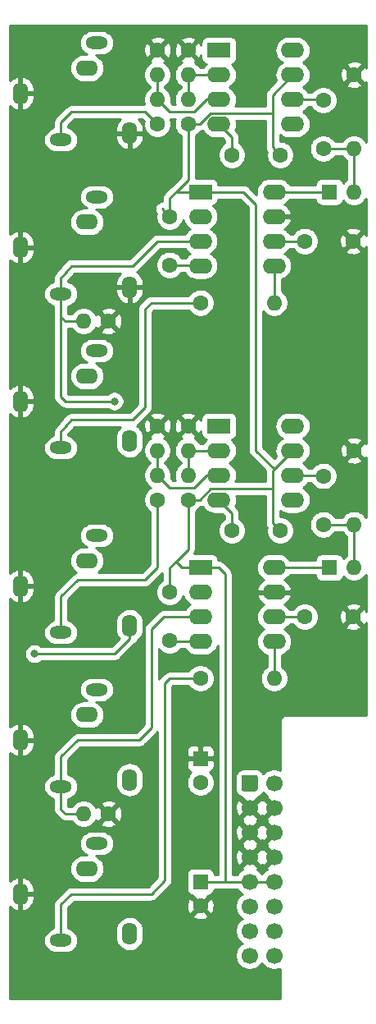
<source format=gbr>
G04 #@! TF.GenerationSoftware,KiCad,Pcbnew,(5.1.9)-1*
G04 #@! TF.CreationDate,2021-04-11T10:04:50+02:00*
G04 #@! TF.ProjectId,S&H Main,53264820-4d61-4696-9e2e-6b696361645f,rev?*
G04 #@! TF.SameCoordinates,Original*
G04 #@! TF.FileFunction,Copper,L2,Bot*
G04 #@! TF.FilePolarity,Positive*
%FSLAX46Y46*%
G04 Gerber Fmt 4.6, Leading zero omitted, Abs format (unit mm)*
G04 Created by KiCad (PCBNEW (5.1.9)-1) date 2021-04-11 10:04:50*
%MOMM*%
%LPD*%
G01*
G04 APERTURE LIST*
G04 #@! TA.AperFunction,ComponentPad*
%ADD10O,2.300000X1.300000*%
G04 #@! TD*
G04 #@! TA.AperFunction,ComponentPad*
%ADD11O,2.300000X1.600000*%
G04 #@! TD*
G04 #@! TA.AperFunction,ComponentPad*
%ADD12O,1.600000X2.300000*%
G04 #@! TD*
G04 #@! TA.AperFunction,ComponentPad*
%ADD13O,1.600000X1.600000*%
G04 #@! TD*
G04 #@! TA.AperFunction,ComponentPad*
%ADD14C,1.600000*%
G04 #@! TD*
G04 #@! TA.AperFunction,ComponentPad*
%ADD15R,1.600000X1.600000*%
G04 #@! TD*
G04 #@! TA.AperFunction,ComponentPad*
%ADD16O,2.400000X1.600000*%
G04 #@! TD*
G04 #@! TA.AperFunction,ComponentPad*
%ADD17R,2.400000X1.600000*%
G04 #@! TD*
G04 #@! TA.AperFunction,ComponentPad*
%ADD18C,1.700000*%
G04 #@! TD*
G04 #@! TA.AperFunction,ViaPad*
%ADD19C,0.800000*%
G04 #@! TD*
G04 #@! TA.AperFunction,Conductor*
%ADD20C,0.250000*%
G04 #@! TD*
G04 #@! TA.AperFunction,Conductor*
%ADD21C,0.254000*%
G04 #@! TD*
G04 #@! TA.AperFunction,Conductor*
%ADD22C,0.100000*%
G04 #@! TD*
G04 APERTURE END LIST*
D10*
G04 #@! TO.P,J7,T*
G04 #@! TO.N,Net-(J7-PadT)*
X5900000Y-44170000D03*
G04 #@! TO.P,J7,*
G04 #@! TO.N,*
X9600000Y-34170000D03*
D11*
X8600000Y-36770000D03*
D12*
G04 #@! TO.P,J7,TN*
G04 #@! TO.N,N/C*
X13000000Y-43470000D03*
G04 #@! TO.P,J7,S*
G04 #@! TO.N,GND*
X1700000Y-39370000D03*
G04 #@! TD*
D10*
G04 #@! TO.P,J6,T*
G04 #@! TO.N,Net-(J6-PadT)*
X5900000Y-94970000D03*
G04 #@! TO.P,J6,*
G04 #@! TO.N,*
X9600000Y-84970000D03*
D11*
X8600000Y-87570000D03*
D12*
G04 #@! TO.P,J6,TN*
G04 #@! TO.N,N/C*
X13000000Y-94270000D03*
G04 #@! TO.P,J6,S*
G04 #@! TO.N,GND*
X1700000Y-90170000D03*
G04 #@! TD*
D10*
G04 #@! TO.P,J4,T*
G04 #@! TO.N,Net-(J2-PadTN)*
X5900000Y-28295000D03*
G04 #@! TO.P,J4,*
G04 #@! TO.N,*
X9600000Y-18295000D03*
D11*
X8600000Y-20895000D03*
D12*
G04 #@! TO.P,J4,TN*
G04 #@! TO.N,GND*
X13000000Y-27595000D03*
G04 #@! TO.P,J4,S*
X1700000Y-23495000D03*
G04 #@! TD*
D10*
G04 #@! TO.P,J3,T*
G04 #@! TO.N,Net-(J1-PadTN)*
X5900000Y-12420000D03*
G04 #@! TO.P,J3,*
G04 #@! TO.N,*
X9600000Y-2420000D03*
D11*
X8600000Y-5020000D03*
D12*
G04 #@! TO.P,J3,TN*
G04 #@! TO.N,GND*
X13000000Y-11720000D03*
G04 #@! TO.P,J3,S*
X1700000Y-7620000D03*
G04 #@! TD*
D10*
G04 #@! TO.P,J2,T*
G04 #@! TO.N,Net-(J2-PadT)*
X5900000Y-79095000D03*
G04 #@! TO.P,J2,*
G04 #@! TO.N,*
X9600000Y-69095000D03*
D11*
X8600000Y-71695000D03*
D12*
G04 #@! TO.P,J2,TN*
G04 #@! TO.N,Net-(J2-PadTN)*
X13000000Y-78395000D03*
G04 #@! TO.P,J2,S*
G04 #@! TO.N,GND*
X1700000Y-74295000D03*
G04 #@! TD*
D10*
G04 #@! TO.P,J1,T*
G04 #@! TO.N,Net-(J1-PadT)*
X5900000Y-63220000D03*
G04 #@! TO.P,J1,*
G04 #@! TO.N,*
X9600000Y-53220000D03*
D11*
X8600000Y-55820000D03*
D12*
G04 #@! TO.P,J1,TN*
G04 #@! TO.N,Net-(J1-PadTN)*
X13000000Y-62520000D03*
G04 #@! TO.P,J1,S*
G04 #@! TO.N,GND*
X1700000Y-58420000D03*
G04 #@! TD*
D13*
G04 #@! TO.P,R1,2*
G04 #@! TO.N,Net-(J2-PadT)*
X8255000Y-81915000D03*
D14*
G04 #@! TO.P,R1,1*
G04 #@! TO.N,GND*
X10795000Y-81915000D03*
G04 #@! TD*
D13*
G04 #@! TO.P,D1,2*
G04 #@! TO.N,Net-(C1-Pad1)*
X36195000Y-56515000D03*
D15*
G04 #@! TO.P,D1,1*
G04 #@! TO.N,Net-(D1-Pad1)*
X33655000Y-56515000D03*
G04 #@! TD*
D13*
G04 #@! TO.P,R8,2*
G04 #@! TO.N,Net-(R7-Pad2)*
X19050000Y-44450000D03*
D14*
G04 #@! TO.P,R8,1*
G04 #@! TO.N,GND*
X19050000Y-41910000D03*
G04 #@! TD*
D13*
G04 #@! TO.P,R7,2*
G04 #@! TO.N,Net-(R7-Pad2)*
X19050000Y-46990000D03*
D14*
G04 #@! TO.P,R7,1*
G04 #@! TO.N,+12V*
X19050000Y-49530000D03*
G04 #@! TD*
D13*
G04 #@! TO.P,R5,2*
G04 #@! TO.N,Net-(R3-Pad2)*
X15875000Y-44450000D03*
D14*
G04 #@! TO.P,R5,1*
G04 #@! TO.N,GND*
X15875000Y-41910000D03*
G04 #@! TD*
D13*
G04 #@! TO.P,R3,2*
G04 #@! TO.N,Net-(R3-Pad2)*
X15875000Y-46990000D03*
D14*
G04 #@! TO.P,R3,1*
G04 #@! TO.N,Net-(J1-PadT)*
X15875000Y-49530000D03*
G04 #@! TD*
D13*
G04 #@! TO.P,D2,2*
G04 #@! TO.N,Net-(C2-Pad1)*
X36195000Y-17780000D03*
D15*
G04 #@! TO.P,D2,1*
G04 #@! TO.N,Net-(D2-Pad1)*
X33655000Y-17780000D03*
G04 #@! TD*
D13*
G04 #@! TO.P,R10,2*
G04 #@! TO.N,Net-(R10-Pad2)*
X19050000Y-5715000D03*
D14*
G04 #@! TO.P,R10,1*
G04 #@! TO.N,GND*
X19050000Y-3175000D03*
G04 #@! TD*
D13*
G04 #@! TO.P,R9,2*
G04 #@! TO.N,Net-(R10-Pad2)*
X19050000Y-8255000D03*
D14*
G04 #@! TO.P,R9,1*
G04 #@! TO.N,+12V*
X19050000Y-10795000D03*
G04 #@! TD*
D13*
G04 #@! TO.P,R2,2*
G04 #@! TO.N,Net-(J2-PadTN)*
X8255000Y-31115000D03*
D14*
G04 #@! TO.P,R2,1*
G04 #@! TO.N,GND*
X10795000Y-31115000D03*
G04 #@! TD*
D13*
G04 #@! TO.P,R6,2*
G04 #@! TO.N,Net-(R4-Pad2)*
X15875000Y-5715000D03*
D14*
G04 #@! TO.P,R6,1*
G04 #@! TO.N,GND*
X15875000Y-3175000D03*
G04 #@! TD*
D13*
G04 #@! TO.P,R4,2*
G04 #@! TO.N,Net-(R4-Pad2)*
X15875000Y-8255000D03*
D14*
G04 #@! TO.P,R4,1*
G04 #@! TO.N,Net-(J1-PadTN)*
X15875000Y-10795000D03*
G04 #@! TD*
D16*
G04 #@! TO.P,U4,8*
G04 #@! TO.N,N/C*
X29845000Y-3175000D03*
G04 #@! TO.P,U4,4*
G04 #@! TO.N,-12V*
X22225000Y-10795000D03*
G04 #@! TO.P,U4,7*
G04 #@! TO.N,+12V*
X29845000Y-5715000D03*
G04 #@! TO.P,U4,3*
G04 #@! TO.N,Net-(R4-Pad2)*
X22225000Y-8255000D03*
G04 #@! TO.P,U4,6*
G04 #@! TO.N,Net-(C2-Pad2)*
X29845000Y-8255000D03*
G04 #@! TO.P,U4,2*
G04 #@! TO.N,Net-(R10-Pad2)*
X22225000Y-5715000D03*
G04 #@! TO.P,U4,5*
G04 #@! TO.N,N/C*
X29845000Y-10795000D03*
D17*
G04 #@! TO.P,U4,1*
X22225000Y-3175000D03*
G04 #@! TD*
D16*
G04 #@! TO.P,U1,8*
G04 #@! TO.N,N/C*
X29845000Y-41910000D03*
G04 #@! TO.P,U1,4*
G04 #@! TO.N,-12V*
X22225000Y-49530000D03*
G04 #@! TO.P,U1,7*
G04 #@! TO.N,+12V*
X29845000Y-44450000D03*
G04 #@! TO.P,U1,3*
G04 #@! TO.N,Net-(R3-Pad2)*
X22225000Y-46990000D03*
G04 #@! TO.P,U1,6*
G04 #@! TO.N,Net-(C1-Pad2)*
X29845000Y-46990000D03*
G04 #@! TO.P,U1,2*
G04 #@! TO.N,Net-(R7-Pad2)*
X22225000Y-44450000D03*
G04 #@! TO.P,U1,5*
G04 #@! TO.N,N/C*
X29845000Y-49530000D03*
D17*
G04 #@! TO.P,U1,1*
X22225000Y-41910000D03*
G04 #@! TD*
D14*
G04 #@! TO.P,C10,2*
G04 #@! TO.N,-12V*
X17145000Y-25320000D03*
G04 #@! TO.P,C10,1*
G04 #@! TO.N,+12V*
X17145000Y-20320000D03*
G04 #@! TD*
G04 #@! TO.P,C9,2*
G04 #@! TO.N,-12V*
X23575000Y-13970000D03*
G04 #@! TO.P,C9,1*
G04 #@! TO.N,+12V*
X28575000Y-13970000D03*
G04 #@! TD*
G04 #@! TO.P,C8,2*
G04 #@! TO.N,-12V*
X17145000Y-64055000D03*
G04 #@! TO.P,C8,1*
G04 #@! TO.N,+12V*
X17145000Y-59055000D03*
G04 #@! TD*
D16*
G04 #@! TO.P,U3,8*
G04 #@! TO.N,Net-(D2-Pad1)*
X27940000Y-17780000D03*
G04 #@! TO.P,U3,4*
G04 #@! TO.N,-12V*
X20320000Y-25400000D03*
G04 #@! TO.P,U3,7*
G04 #@! TO.N,GND*
X27940000Y-20320000D03*
G04 #@! TO.P,U3,3*
G04 #@! TO.N,Net-(J2-PadTN)*
X20320000Y-22860000D03*
G04 #@! TO.P,U3,6*
G04 #@! TO.N,Net-(C7-Pad1)*
X27940000Y-22860000D03*
G04 #@! TO.P,U3,2*
G04 #@! TO.N,N/C*
X20320000Y-20320000D03*
G04 #@! TO.P,U3,5*
G04 #@! TO.N,Net-(R14-Pad2)*
X27940000Y-25400000D03*
D17*
G04 #@! TO.P,U3,1*
G04 #@! TO.N,+12V*
X20320000Y-17780000D03*
G04 #@! TD*
D16*
G04 #@! TO.P,U2,8*
G04 #@! TO.N,Net-(D1-Pad1)*
X27940000Y-56515000D03*
G04 #@! TO.P,U2,4*
G04 #@! TO.N,-12V*
X20320000Y-64135000D03*
G04 #@! TO.P,U2,7*
G04 #@! TO.N,GND*
X27940000Y-59055000D03*
G04 #@! TO.P,U2,3*
G04 #@! TO.N,Net-(J2-PadT)*
X20320000Y-61595000D03*
G04 #@! TO.P,U2,6*
G04 #@! TO.N,Net-(C6-Pad1)*
X27940000Y-61595000D03*
G04 #@! TO.P,U2,2*
G04 #@! TO.N,N/C*
X20320000Y-59055000D03*
G04 #@! TO.P,U2,5*
G04 #@! TO.N,Net-(R13-Pad2)*
X27940000Y-64135000D03*
D17*
G04 #@! TO.P,U2,1*
G04 #@! TO.N,+12V*
X20320000Y-56515000D03*
G04 #@! TD*
D13*
G04 #@! TO.P,R14,2*
G04 #@! TO.N,Net-(R14-Pad2)*
X27940000Y-29210000D03*
D14*
G04 #@! TO.P,R14,1*
G04 #@! TO.N,Net-(J7-PadT)*
X20320000Y-29210000D03*
G04 #@! TD*
D13*
G04 #@! TO.P,R13,2*
G04 #@! TO.N,Net-(R13-Pad2)*
X27940000Y-67945000D03*
D14*
G04 #@! TO.P,R13,1*
G04 #@! TO.N,Net-(J6-PadT)*
X20320000Y-67945000D03*
G04 #@! TD*
D13*
G04 #@! TO.P,R12,2*
G04 #@! TO.N,Net-(C2-Pad1)*
X36195000Y-13335000D03*
D14*
G04 #@! TO.P,R12,1*
G04 #@! TO.N,GND*
X36195000Y-5715000D03*
G04 #@! TD*
D13*
G04 #@! TO.P,R11,2*
G04 #@! TO.N,Net-(C1-Pad1)*
X36195000Y-52070000D03*
D14*
G04 #@! TO.P,R11,1*
G04 #@! TO.N,GND*
X36195000Y-44450000D03*
G04 #@! TD*
D18*
G04 #@! TO.P,J5,16*
G04 #@! TO.N,N/C*
X27940000Y-96520000D03*
G04 #@! TO.P,J5,14*
X27940000Y-93980000D03*
G04 #@! TO.P,J5,12*
X27940000Y-91440000D03*
G04 #@! TO.P,J5,10*
G04 #@! TO.N,+12V*
X27940000Y-88900000D03*
G04 #@! TO.P,J5,8*
G04 #@! TO.N,GND*
X27940000Y-86360000D03*
G04 #@! TO.P,J5,6*
X27940000Y-83820000D03*
G04 #@! TO.P,J5,4*
X27940000Y-81280000D03*
G04 #@! TO.P,J5,2*
G04 #@! TO.N,-12V*
X27940000Y-78740000D03*
G04 #@! TO.P,J5,15*
G04 #@! TO.N,N/C*
X25400000Y-96520000D03*
G04 #@! TO.P,J5,13*
X25400000Y-93980000D03*
G04 #@! TO.P,J5,11*
X25400000Y-91440000D03*
G04 #@! TO.P,J5,9*
G04 #@! TO.N,+12V*
X25400000Y-88900000D03*
G04 #@! TO.P,J5,7*
G04 #@! TO.N,GND*
X25400000Y-86360000D03*
G04 #@! TO.P,J5,5*
X25400000Y-83820000D03*
G04 #@! TO.P,J5,3*
X25400000Y-81280000D03*
G04 #@! TO.P,J5,1*
G04 #@! TO.N,-12V*
G04 #@! TA.AperFunction,ComponentPad*
G36*
G01*
X24550000Y-79340000D02*
X24550000Y-78140000D01*
G75*
G02*
X24800000Y-77890000I250000J0D01*
G01*
X26000000Y-77890000D01*
G75*
G02*
X26250000Y-78140000I0J-250000D01*
G01*
X26250000Y-79340000D01*
G75*
G02*
X26000000Y-79590000I-250000J0D01*
G01*
X24800000Y-79590000D01*
G75*
G02*
X24550000Y-79340000I0J250000D01*
G01*
G37*
G04 #@! TD.AperFunction*
G04 #@! TD*
D14*
G04 #@! TO.P,C7,2*
G04 #@! TO.N,GND*
X36115000Y-22860000D03*
G04 #@! TO.P,C7,1*
G04 #@! TO.N,Net-(C7-Pad1)*
X31115000Y-22860000D03*
G04 #@! TD*
G04 #@! TO.P,C6,2*
G04 #@! TO.N,GND*
X36115000Y-61595000D03*
G04 #@! TO.P,C6,1*
G04 #@! TO.N,Net-(C6-Pad1)*
X31115000Y-61595000D03*
G04 #@! TD*
G04 #@! TO.P,C5,2*
G04 #@! TO.N,-12V*
X20320000Y-78700000D03*
D15*
G04 #@! TO.P,C5,1*
G04 #@! TO.N,GND*
X20320000Y-76200000D03*
G04 #@! TD*
D14*
G04 #@! TO.P,C4,2*
G04 #@! TO.N,GND*
X20320000Y-91400000D03*
D15*
G04 #@! TO.P,C4,1*
G04 #@! TO.N,+12V*
X20320000Y-88900000D03*
G04 #@! TD*
D14*
G04 #@! TO.P,C3,2*
G04 #@! TO.N,-12V*
X23575000Y-52705000D03*
G04 #@! TO.P,C3,1*
G04 #@! TO.N,+12V*
X28575000Y-52705000D03*
G04 #@! TD*
G04 #@! TO.P,C2,2*
G04 #@! TO.N,Net-(C2-Pad2)*
X33020000Y-8335000D03*
G04 #@! TO.P,C2,1*
G04 #@! TO.N,Net-(C2-Pad1)*
X33020000Y-13335000D03*
G04 #@! TD*
G04 #@! TO.P,C1,2*
G04 #@! TO.N,Net-(C1-Pad2)*
X33020000Y-47070000D03*
G04 #@! TO.P,C1,1*
G04 #@! TO.N,Net-(C1-Pad1)*
X33020000Y-52070000D03*
G04 #@! TD*
D19*
G04 #@! TO.N,Net-(J1-PadTN)*
X3175000Y-65405000D03*
G04 #@! TO.N,Net-(J2-PadTN)*
X11430000Y-39370000D03*
G04 #@! TD*
D20*
G04 #@! TO.N,Net-(C1-Pad2)*
X32940000Y-46990000D02*
X33020000Y-47070000D01*
X29845000Y-46990000D02*
X32940000Y-46990000D01*
G04 #@! TO.N,Net-(C1-Pad1)*
X33020000Y-52070000D02*
X36195000Y-52070000D01*
X36195000Y-52070000D02*
X36195000Y-56515000D01*
G04 #@! TO.N,Net-(C2-Pad2)*
X32940000Y-8255000D02*
X33020000Y-8335000D01*
X29845000Y-8255000D02*
X32940000Y-8255000D01*
G04 #@! TO.N,Net-(C2-Pad1)*
X33020000Y-13335000D02*
X36195000Y-13335000D01*
X36195000Y-13335000D02*
X36195000Y-17780000D01*
G04 #@! TO.N,-12V*
X20240000Y-25320000D02*
X20320000Y-25400000D01*
X17145000Y-25320000D02*
X20240000Y-25320000D01*
X23575000Y-12145000D02*
X22225000Y-10795000D01*
X23575000Y-13970000D02*
X23575000Y-12145000D01*
X17225000Y-64135000D02*
X17145000Y-64055000D01*
X20320000Y-64135000D02*
X17225000Y-64135000D01*
X23575000Y-50880000D02*
X22225000Y-49530000D01*
X23575000Y-52705000D02*
X23575000Y-50880000D01*
G04 #@! TO.N,+12V*
X20320000Y-17780000D02*
X17780000Y-17780000D01*
X17145000Y-18415000D02*
X17145000Y-20320000D01*
X17780000Y-17780000D02*
X17145000Y-18415000D01*
X19050000Y-16510000D02*
X17780000Y-17780000D01*
X19050000Y-10795000D02*
X19050000Y-16510000D01*
X27775001Y-7784999D02*
X29845000Y-5715000D01*
X28575000Y-13970000D02*
X27775001Y-13170001D01*
X27754992Y-9669990D02*
X27775001Y-9689999D01*
X21359006Y-9669990D02*
X27754992Y-9669990D01*
X20233996Y-10795000D02*
X21359006Y-9669990D01*
X19050000Y-10795000D02*
X20233996Y-10795000D01*
X27775001Y-9689999D02*
X27775001Y-7784999D01*
X27775001Y-13170001D02*
X27775001Y-9689999D01*
X19050000Y-54610000D02*
X19050000Y-49530000D01*
X17145000Y-59055000D02*
X17145000Y-56515000D01*
X18415000Y-56515000D02*
X17780000Y-55880000D01*
X20320000Y-56515000D02*
X18415000Y-56515000D01*
X17780000Y-55880000D02*
X19050000Y-54610000D01*
X17145000Y-56515000D02*
X17780000Y-55880000D01*
X28575000Y-52705000D02*
X27775001Y-51905001D01*
X17145000Y-20320000D02*
X16345001Y-19520001D01*
X21359006Y-48404990D02*
X27754992Y-48404990D01*
X27754992Y-48404990D02*
X27775001Y-48424999D01*
X20233996Y-49530000D02*
X21359006Y-48404990D01*
X19050000Y-49530000D02*
X20233996Y-49530000D01*
X27775001Y-48424999D02*
X27775001Y-46519999D01*
X27775001Y-51905001D02*
X27775001Y-48424999D01*
X20320000Y-56515000D02*
X22225000Y-56515000D01*
X22225000Y-56515000D02*
X22860000Y-57150000D01*
X22860000Y-57150000D02*
X22860000Y-88900000D01*
X22860000Y-88900000D02*
X20320000Y-88900000D01*
X22860000Y-88900000D02*
X25400000Y-88900000D01*
X25400000Y-88900000D02*
X27940000Y-88900000D01*
X20320000Y-17780000D02*
X24765000Y-17780000D01*
X24765000Y-17780000D02*
X26035000Y-19050000D01*
X26035000Y-44450000D02*
X27940000Y-46355000D01*
X26035000Y-19050000D02*
X26035000Y-44450000D01*
X27940000Y-46355000D02*
X29845000Y-44450000D01*
X27775001Y-46519999D02*
X27940000Y-46355000D01*
G04 #@! TO.N,Net-(C6-Pad1)*
X31115000Y-61595000D02*
X27940000Y-61595000D01*
G04 #@! TO.N,Net-(C7-Pad1)*
X27940000Y-22860000D02*
X31115000Y-22860000D01*
G04 #@! TO.N,Net-(D1-Pad1)*
X33655000Y-56515000D02*
X27940000Y-56515000D01*
G04 #@! TO.N,Net-(D2-Pad1)*
X27940000Y-17780000D02*
X33655000Y-17780000D01*
G04 #@! TO.N,Net-(J1-PadT)*
X5900000Y-63220000D02*
X5900000Y-59505000D01*
X5900000Y-59505000D02*
X7620000Y-57785000D01*
X7620000Y-57785000D02*
X14605000Y-57785000D01*
X15875000Y-56515000D02*
X15875000Y-49530000D01*
X14605000Y-57785000D02*
X15875000Y-56515000D01*
G04 #@! TO.N,Net-(J2-PadT)*
X16510000Y-61595000D02*
X20320000Y-61595000D01*
X13970000Y-74295000D02*
X15240000Y-73025000D01*
X15240000Y-73025000D02*
X15240000Y-62865000D01*
X7620000Y-74295000D02*
X13970000Y-74295000D01*
X5900000Y-76015000D02*
X7620000Y-74295000D01*
X15240000Y-62865000D02*
X16510000Y-61595000D01*
X5900000Y-79095000D02*
X5900000Y-76015000D01*
X8255000Y-81915000D02*
X6350000Y-81915000D01*
X5900000Y-81465000D02*
X5900000Y-79095000D01*
X6350000Y-81915000D02*
X5900000Y-81465000D01*
G04 #@! TO.N,Net-(J1-PadTN)*
X14605000Y-9525000D02*
X15875000Y-10795000D01*
X6985000Y-9525000D02*
X14605000Y-9525000D01*
X5900000Y-10610000D02*
X6985000Y-9525000D01*
X5900000Y-12420000D02*
X5900000Y-10610000D01*
G04 #@! TO.N,Net-(J2-PadTN)*
X5900000Y-26670000D02*
X5900000Y-28295000D01*
X6985000Y-25400000D02*
X5900000Y-26670000D01*
X13335000Y-25400000D02*
X6985000Y-25400000D01*
X15875000Y-22860000D02*
X13335000Y-25400000D01*
X20320000Y-22860000D02*
X15875000Y-22860000D01*
G04 #@! TO.N,Net-(J6-PadT)*
X20320000Y-67945000D02*
X17145000Y-67945000D01*
X16654999Y-68435001D02*
X16654999Y-88755001D01*
X17145000Y-67945000D02*
X16654999Y-68435001D01*
X16654999Y-88755001D02*
X15240000Y-90170000D01*
X15240000Y-90170000D02*
X6985000Y-90170000D01*
X5900000Y-91255000D02*
X5900000Y-94970000D01*
X6985000Y-90170000D02*
X5900000Y-91255000D01*
G04 #@! TO.N,Net-(J7-PadT)*
X5900000Y-42545000D02*
X5900000Y-44170000D01*
X6985000Y-41275000D02*
X5900000Y-42545000D01*
X14605000Y-40005000D02*
X13335000Y-41275000D01*
X14605000Y-29845000D02*
X14605000Y-40005000D01*
X15240000Y-29210000D02*
X14605000Y-29845000D01*
X13335000Y-41275000D02*
X6985000Y-41275000D01*
X20320000Y-29210000D02*
X15240000Y-29210000D01*
G04 #@! TO.N,Net-(R3-Pad2)*
X15875000Y-44450000D02*
X15875000Y-46990000D01*
X15875000Y-46990000D02*
X17145000Y-48260000D01*
X17145000Y-48260000D02*
X19685000Y-48260000D01*
X20955000Y-46990000D02*
X22225000Y-46990000D01*
X19685000Y-48260000D02*
X20955000Y-46990000D01*
G04 #@! TO.N,Net-(R4-Pad2)*
X15875000Y-5715000D02*
X15875000Y-8255000D01*
X15875000Y-8255000D02*
X17145000Y-9525000D01*
X17145000Y-9525000D02*
X19685000Y-9525000D01*
X20955000Y-8255000D02*
X22225000Y-8255000D01*
X19685000Y-9525000D02*
X20955000Y-8255000D01*
G04 #@! TO.N,Net-(R10-Pad2)*
X19050000Y-8255000D02*
X19050000Y-5715000D01*
X19050000Y-5715000D02*
X22225000Y-5715000D01*
G04 #@! TO.N,Net-(R13-Pad2)*
X27940000Y-67945000D02*
X27940000Y-64135000D01*
G04 #@! TO.N,Net-(R14-Pad2)*
X27940000Y-25400000D02*
X27940000Y-29210000D01*
G04 #@! TO.N,Net-(R7-Pad2)*
X19050000Y-46990000D02*
X19050000Y-44450000D01*
X19050000Y-44450000D02*
X22225000Y-44450000D01*
G04 #@! TO.N,Net-(J1-PadTN)*
X3175000Y-65405000D02*
X11430000Y-65405000D01*
X13000000Y-63835000D02*
X13000000Y-62520000D01*
X11430000Y-65405000D02*
X13000000Y-63835000D01*
G04 #@! TO.N,Net-(J2-PadTN)*
X5900000Y-30665000D02*
X5900000Y-28295000D01*
X6350000Y-31115000D02*
X5900000Y-30665000D01*
X8255000Y-31115000D02*
X6350000Y-31115000D01*
X5900000Y-30665000D02*
X5900000Y-38920000D01*
X5900000Y-38920000D02*
X6350000Y-39370000D01*
X6350000Y-39370000D02*
X11430000Y-39370000D01*
X11430000Y-39370000D02*
X11430000Y-39370000D01*
G04 #@! TD*
D21*
G04 #@! TO.N,GND*
X37440000Y-4989069D02*
X37431671Y-4973486D01*
X37187702Y-4901903D01*
X36374605Y-5715000D01*
X37187702Y-6528097D01*
X37431671Y-6456514D01*
X37440000Y-6438911D01*
X37440000Y-12615344D01*
X37309637Y-12420241D01*
X37109759Y-12220363D01*
X36874727Y-12063320D01*
X36613574Y-11955147D01*
X36336335Y-11900000D01*
X36053665Y-11900000D01*
X35776426Y-11955147D01*
X35515273Y-12063320D01*
X35280241Y-12220363D01*
X35080363Y-12420241D01*
X34976957Y-12575000D01*
X34238043Y-12575000D01*
X34134637Y-12420241D01*
X33934759Y-12220363D01*
X33699727Y-12063320D01*
X33438574Y-11955147D01*
X33161335Y-11900000D01*
X32878665Y-11900000D01*
X32601426Y-11955147D01*
X32340273Y-12063320D01*
X32105241Y-12220363D01*
X31905363Y-12420241D01*
X31748320Y-12655273D01*
X31640147Y-12916426D01*
X31585000Y-13193665D01*
X31585000Y-13476335D01*
X31640147Y-13753574D01*
X31748320Y-14014727D01*
X31905363Y-14249759D01*
X32105241Y-14449637D01*
X32340273Y-14606680D01*
X32601426Y-14714853D01*
X32878665Y-14770000D01*
X33161335Y-14770000D01*
X33438574Y-14714853D01*
X33699727Y-14606680D01*
X33934759Y-14449637D01*
X34134637Y-14249759D01*
X34238043Y-14095000D01*
X34976957Y-14095000D01*
X35080363Y-14249759D01*
X35280241Y-14449637D01*
X35435000Y-14553044D01*
X35435001Y-16561956D01*
X35280241Y-16665363D01*
X35081643Y-16863961D01*
X35080812Y-16855518D01*
X35044502Y-16735820D01*
X34985537Y-16625506D01*
X34906185Y-16528815D01*
X34809494Y-16449463D01*
X34699180Y-16390498D01*
X34579482Y-16354188D01*
X34455000Y-16341928D01*
X32855000Y-16341928D01*
X32730518Y-16354188D01*
X32610820Y-16390498D01*
X32500506Y-16449463D01*
X32403815Y-16528815D01*
X32324463Y-16625506D01*
X32265498Y-16735820D01*
X32229188Y-16855518D01*
X32216928Y-16980000D01*
X32216928Y-17020000D01*
X29560901Y-17020000D01*
X29538932Y-16978899D01*
X29359608Y-16760392D01*
X29141101Y-16581068D01*
X28891808Y-16447818D01*
X28621309Y-16365764D01*
X28410492Y-16345000D01*
X27469508Y-16345000D01*
X27258691Y-16365764D01*
X26988192Y-16447818D01*
X26738899Y-16581068D01*
X26520392Y-16760392D01*
X26341068Y-16978899D01*
X26207818Y-17228192D01*
X26125764Y-17498691D01*
X26098057Y-17780000D01*
X26125764Y-18061309D01*
X26127790Y-18067989D01*
X25328804Y-17269003D01*
X25305001Y-17239999D01*
X25189276Y-17145026D01*
X25057247Y-17074454D01*
X24913986Y-17030997D01*
X24802333Y-17020000D01*
X24802322Y-17020000D01*
X24765000Y-17016324D01*
X24727678Y-17020000D01*
X22158072Y-17020000D01*
X22158072Y-16980000D01*
X22145812Y-16855518D01*
X22109502Y-16735820D01*
X22050537Y-16625506D01*
X21971185Y-16528815D01*
X21874494Y-16449463D01*
X21764180Y-16390498D01*
X21644482Y-16354188D01*
X21520000Y-16341928D01*
X19810000Y-16341928D01*
X19810000Y-12013043D01*
X19964759Y-11909637D01*
X20164637Y-11709759D01*
X20267813Y-11555345D01*
X20271318Y-11555000D01*
X20271329Y-11555000D01*
X20382982Y-11544003D01*
X20526243Y-11500546D01*
X20564160Y-11480279D01*
X20626068Y-11596101D01*
X20805392Y-11814608D01*
X21023899Y-11993932D01*
X21273192Y-12127182D01*
X21543691Y-12209236D01*
X21754508Y-12230000D01*
X22585198Y-12230000D01*
X22815001Y-12459803D01*
X22815001Y-12751956D01*
X22660241Y-12855363D01*
X22460363Y-13055241D01*
X22303320Y-13290273D01*
X22195147Y-13551426D01*
X22140000Y-13828665D01*
X22140000Y-14111335D01*
X22195147Y-14388574D01*
X22303320Y-14649727D01*
X22460363Y-14884759D01*
X22660241Y-15084637D01*
X22895273Y-15241680D01*
X23156426Y-15349853D01*
X23433665Y-15405000D01*
X23716335Y-15405000D01*
X23993574Y-15349853D01*
X24254727Y-15241680D01*
X24489759Y-15084637D01*
X24689637Y-14884759D01*
X24846680Y-14649727D01*
X24954853Y-14388574D01*
X25010000Y-14111335D01*
X25010000Y-13828665D01*
X24954853Y-13551426D01*
X24846680Y-13290273D01*
X24689637Y-13055241D01*
X24489759Y-12855363D01*
X24335000Y-12751957D01*
X24335000Y-12182322D01*
X24338676Y-12144999D01*
X24335000Y-12107676D01*
X24335000Y-12107667D01*
X24324003Y-11996014D01*
X24280546Y-11852753D01*
X24209974Y-11720724D01*
X24115001Y-11604999D01*
X24086003Y-11581201D01*
X23920408Y-11415607D01*
X23957182Y-11346808D01*
X24039236Y-11076309D01*
X24066943Y-10795000D01*
X24039236Y-10513691D01*
X24013846Y-10429990D01*
X27015002Y-10429990D01*
X27015001Y-13132678D01*
X27011325Y-13170001D01*
X27015001Y-13207323D01*
X27015001Y-13207333D01*
X27025998Y-13318986D01*
X27032347Y-13339915D01*
X27069455Y-13462247D01*
X27140027Y-13594277D01*
X27167085Y-13627247D01*
X27177533Y-13639977D01*
X27140000Y-13828665D01*
X27140000Y-14111335D01*
X27195147Y-14388574D01*
X27303320Y-14649727D01*
X27460363Y-14884759D01*
X27660241Y-15084637D01*
X27895273Y-15241680D01*
X28156426Y-15349853D01*
X28433665Y-15405000D01*
X28716335Y-15405000D01*
X28993574Y-15349853D01*
X29254727Y-15241680D01*
X29489759Y-15084637D01*
X29689637Y-14884759D01*
X29846680Y-14649727D01*
X29954853Y-14388574D01*
X30010000Y-14111335D01*
X30010000Y-13828665D01*
X29954853Y-13551426D01*
X29846680Y-13290273D01*
X29689637Y-13055241D01*
X29489759Y-12855363D01*
X29254727Y-12698320D01*
X28993574Y-12590147D01*
X28716335Y-12535000D01*
X28535001Y-12535000D01*
X28535001Y-11904562D01*
X28643899Y-11993932D01*
X28893192Y-12127182D01*
X29163691Y-12209236D01*
X29374508Y-12230000D01*
X30315492Y-12230000D01*
X30526309Y-12209236D01*
X30796808Y-12127182D01*
X31046101Y-11993932D01*
X31264608Y-11814608D01*
X31443932Y-11596101D01*
X31577182Y-11346808D01*
X31659236Y-11076309D01*
X31686943Y-10795000D01*
X31659236Y-10513691D01*
X31577182Y-10243192D01*
X31443932Y-9993899D01*
X31264608Y-9775392D01*
X31046101Y-9596068D01*
X30913142Y-9525000D01*
X31046101Y-9453932D01*
X31264608Y-9274608D01*
X31443932Y-9056101D01*
X31465901Y-9015000D01*
X31748502Y-9015000D01*
X31905363Y-9249759D01*
X32105241Y-9449637D01*
X32340273Y-9606680D01*
X32601426Y-9714853D01*
X32878665Y-9770000D01*
X33161335Y-9770000D01*
X33438574Y-9714853D01*
X33699727Y-9606680D01*
X33934759Y-9449637D01*
X34134637Y-9249759D01*
X34291680Y-9014727D01*
X34399853Y-8753574D01*
X34455000Y-8476335D01*
X34455000Y-8193665D01*
X34399853Y-7916426D01*
X34291680Y-7655273D01*
X34134637Y-7420241D01*
X33934759Y-7220363D01*
X33699727Y-7063320D01*
X33438574Y-6955147D01*
X33161335Y-6900000D01*
X32878665Y-6900000D01*
X32601426Y-6955147D01*
X32340273Y-7063320D01*
X32105241Y-7220363D01*
X31905363Y-7420241D01*
X31855411Y-7495000D01*
X31465901Y-7495000D01*
X31443932Y-7453899D01*
X31264608Y-7235392D01*
X31046101Y-7056068D01*
X30913142Y-6985000D01*
X31046101Y-6913932D01*
X31264608Y-6734608D01*
X31286689Y-6707702D01*
X35381903Y-6707702D01*
X35453486Y-6951671D01*
X35708996Y-7072571D01*
X35983184Y-7141300D01*
X36265512Y-7155217D01*
X36545130Y-7113787D01*
X36811292Y-7018603D01*
X36936514Y-6951671D01*
X37008097Y-6707702D01*
X36195000Y-5894605D01*
X35381903Y-6707702D01*
X31286689Y-6707702D01*
X31443932Y-6516101D01*
X31577182Y-6266808D01*
X31659236Y-5996309D01*
X31679998Y-5785512D01*
X34754783Y-5785512D01*
X34796213Y-6065130D01*
X34891397Y-6331292D01*
X34958329Y-6456514D01*
X35202298Y-6528097D01*
X36015395Y-5715000D01*
X35202298Y-4901903D01*
X34958329Y-4973486D01*
X34837429Y-5228996D01*
X34768700Y-5503184D01*
X34754783Y-5785512D01*
X31679998Y-5785512D01*
X31686943Y-5715000D01*
X31659236Y-5433691D01*
X31577182Y-5163192D01*
X31443932Y-4913899D01*
X31286690Y-4722298D01*
X35381903Y-4722298D01*
X36195000Y-5535395D01*
X37008097Y-4722298D01*
X36936514Y-4478329D01*
X36681004Y-4357429D01*
X36406816Y-4288700D01*
X36124488Y-4274783D01*
X35844870Y-4316213D01*
X35578708Y-4411397D01*
X35453486Y-4478329D01*
X35381903Y-4722298D01*
X31286690Y-4722298D01*
X31264608Y-4695392D01*
X31046101Y-4516068D01*
X30913142Y-4445000D01*
X31046101Y-4373932D01*
X31264608Y-4194608D01*
X31443932Y-3976101D01*
X31577182Y-3726808D01*
X31659236Y-3456309D01*
X31686943Y-3175000D01*
X31659236Y-2893691D01*
X31577182Y-2623192D01*
X31443932Y-2373899D01*
X31264608Y-2155392D01*
X31046101Y-1976068D01*
X30796808Y-1842818D01*
X30526309Y-1760764D01*
X30315492Y-1740000D01*
X29374508Y-1740000D01*
X29163691Y-1760764D01*
X28893192Y-1842818D01*
X28643899Y-1976068D01*
X28425392Y-2155392D01*
X28246068Y-2373899D01*
X28112818Y-2623192D01*
X28030764Y-2893691D01*
X28003057Y-3175000D01*
X28030764Y-3456309D01*
X28112818Y-3726808D01*
X28246068Y-3976101D01*
X28425392Y-4194608D01*
X28643899Y-4373932D01*
X28776858Y-4445000D01*
X28643899Y-4516068D01*
X28425392Y-4695392D01*
X28246068Y-4913899D01*
X28112818Y-5163192D01*
X28030764Y-5433691D01*
X28003057Y-5715000D01*
X28030764Y-5996309D01*
X28112818Y-6266808D01*
X28149592Y-6335607D01*
X27263999Y-7221200D01*
X27235001Y-7244998D01*
X27211203Y-7273996D01*
X27211202Y-7273997D01*
X27140027Y-7360723D01*
X27069455Y-7492753D01*
X27052256Y-7549454D01*
X27025999Y-7636013D01*
X27015068Y-7747000D01*
X27011325Y-7784999D01*
X27015002Y-7822331D01*
X27015001Y-8909990D01*
X23902030Y-8909990D01*
X23957182Y-8806808D01*
X24039236Y-8536309D01*
X24066943Y-8255000D01*
X24039236Y-7973691D01*
X23957182Y-7703192D01*
X23823932Y-7453899D01*
X23644608Y-7235392D01*
X23426101Y-7056068D01*
X23293142Y-6985000D01*
X23426101Y-6913932D01*
X23644608Y-6734608D01*
X23823932Y-6516101D01*
X23957182Y-6266808D01*
X24039236Y-5996309D01*
X24066943Y-5715000D01*
X24039236Y-5433691D01*
X23957182Y-5163192D01*
X23823932Y-4913899D01*
X23644608Y-4695392D01*
X23531518Y-4602581D01*
X23549482Y-4600812D01*
X23669180Y-4564502D01*
X23779494Y-4505537D01*
X23876185Y-4426185D01*
X23955537Y-4329494D01*
X24014502Y-4219180D01*
X24050812Y-4099482D01*
X24063072Y-3975000D01*
X24063072Y-2375000D01*
X24050812Y-2250518D01*
X24014502Y-2130820D01*
X23955537Y-2020506D01*
X23876185Y-1923815D01*
X23779494Y-1844463D01*
X23669180Y-1785498D01*
X23549482Y-1749188D01*
X23425000Y-1736928D01*
X21025000Y-1736928D01*
X20900518Y-1749188D01*
X20780820Y-1785498D01*
X20670506Y-1844463D01*
X20573815Y-1923815D01*
X20494463Y-2020506D01*
X20435498Y-2130820D01*
X20399188Y-2250518D01*
X20386928Y-2375000D01*
X20386928Y-2651894D01*
X20353603Y-2558708D01*
X20286671Y-2433486D01*
X20042702Y-2361903D01*
X19229605Y-3175000D01*
X20042702Y-3988097D01*
X20286671Y-3916514D01*
X20386928Y-3704631D01*
X20386928Y-3975000D01*
X20399188Y-4099482D01*
X20435498Y-4219180D01*
X20494463Y-4329494D01*
X20573815Y-4426185D01*
X20670506Y-4505537D01*
X20780820Y-4564502D01*
X20900518Y-4600812D01*
X20918482Y-4602581D01*
X20805392Y-4695392D01*
X20626068Y-4913899D01*
X20604099Y-4955000D01*
X20268043Y-4955000D01*
X20164637Y-4800241D01*
X19964759Y-4600363D01*
X19730872Y-4444085D01*
X19791514Y-4411671D01*
X19863097Y-4167702D01*
X19050000Y-3354605D01*
X18236903Y-4167702D01*
X18308486Y-4411671D01*
X18372992Y-4442194D01*
X18370273Y-4443320D01*
X18135241Y-4600363D01*
X17935363Y-4800241D01*
X17778320Y-5035273D01*
X17670147Y-5296426D01*
X17615000Y-5573665D01*
X17615000Y-5856335D01*
X17670147Y-6133574D01*
X17778320Y-6394727D01*
X17935363Y-6629759D01*
X18135241Y-6829637D01*
X18290001Y-6933044D01*
X18290000Y-7036956D01*
X18135241Y-7140363D01*
X17935363Y-7340241D01*
X17778320Y-7575273D01*
X17670147Y-7836426D01*
X17615000Y-8113665D01*
X17615000Y-8396335D01*
X17670147Y-8673574D01*
X17708017Y-8765000D01*
X17459802Y-8765000D01*
X17273688Y-8578886D01*
X17310000Y-8396335D01*
X17310000Y-8113665D01*
X17254853Y-7836426D01*
X17146680Y-7575273D01*
X16989637Y-7340241D01*
X16789759Y-7140363D01*
X16635000Y-7036957D01*
X16635000Y-6933043D01*
X16789759Y-6829637D01*
X16989637Y-6629759D01*
X17146680Y-6394727D01*
X17254853Y-6133574D01*
X17310000Y-5856335D01*
X17310000Y-5573665D01*
X17254853Y-5296426D01*
X17146680Y-5035273D01*
X16989637Y-4800241D01*
X16789759Y-4600363D01*
X16555872Y-4444085D01*
X16616514Y-4411671D01*
X16688097Y-4167702D01*
X15875000Y-3354605D01*
X15061903Y-4167702D01*
X15133486Y-4411671D01*
X15197992Y-4442194D01*
X15195273Y-4443320D01*
X14960241Y-4600363D01*
X14760363Y-4800241D01*
X14603320Y-5035273D01*
X14495147Y-5296426D01*
X14440000Y-5573665D01*
X14440000Y-5856335D01*
X14495147Y-6133574D01*
X14603320Y-6394727D01*
X14760363Y-6629759D01*
X14960241Y-6829637D01*
X15115000Y-6933044D01*
X15115001Y-7036956D01*
X14960241Y-7140363D01*
X14760363Y-7340241D01*
X14603320Y-7575273D01*
X14495147Y-7836426D01*
X14440000Y-8113665D01*
X14440000Y-8396335D01*
X14495147Y-8673574D01*
X14533017Y-8765000D01*
X7022325Y-8765000D01*
X6985000Y-8761324D01*
X6947675Y-8765000D01*
X6947667Y-8765000D01*
X6836014Y-8775997D01*
X6692753Y-8819454D01*
X6560724Y-8890026D01*
X6444999Y-8984999D01*
X6421201Y-9013997D01*
X5388998Y-10046201D01*
X5360000Y-10069999D01*
X5336202Y-10098997D01*
X5336201Y-10098998D01*
X5265026Y-10185724D01*
X5194454Y-10317754D01*
X5178386Y-10370725D01*
X5157676Y-10439001D01*
X5150998Y-10461015D01*
X5136324Y-10610000D01*
X5140001Y-10647332D01*
X5140001Y-11156049D01*
X4905873Y-11227071D01*
X4682638Y-11346392D01*
X4486972Y-11506972D01*
X4326392Y-11702638D01*
X4207071Y-11925873D01*
X4133593Y-12168096D01*
X4108783Y-12420000D01*
X4133593Y-12671904D01*
X4207071Y-12914127D01*
X4326392Y-13137362D01*
X4486972Y-13333028D01*
X4682638Y-13493608D01*
X4905873Y-13612929D01*
X5148096Y-13686407D01*
X5336877Y-13705000D01*
X6463123Y-13705000D01*
X6651904Y-13686407D01*
X6894127Y-13612929D01*
X7117362Y-13493608D01*
X7313028Y-13333028D01*
X7473608Y-13137362D01*
X7592929Y-12914127D01*
X7666407Y-12671904D01*
X7691217Y-12420000D01*
X7666407Y-12168096D01*
X7592929Y-11925873D01*
X7550771Y-11847000D01*
X11565000Y-11847000D01*
X11565000Y-12197000D01*
X11617350Y-12474514D01*
X11722834Y-12736483D01*
X11877399Y-12972839D01*
X12075105Y-13174500D01*
X12308354Y-13333715D01*
X12568182Y-13444367D01*
X12650961Y-13461904D01*
X12873000Y-13339915D01*
X12873000Y-11847000D01*
X13127000Y-11847000D01*
X13127000Y-13339915D01*
X13349039Y-13461904D01*
X13431818Y-13444367D01*
X13691646Y-13333715D01*
X13924895Y-13174500D01*
X14122601Y-12972839D01*
X14277166Y-12736483D01*
X14382650Y-12474514D01*
X14435000Y-12197000D01*
X14435000Y-11847000D01*
X13127000Y-11847000D01*
X12873000Y-11847000D01*
X11565000Y-11847000D01*
X7550771Y-11847000D01*
X7473608Y-11702638D01*
X7313028Y-11506972D01*
X7117362Y-11346392D01*
X6894127Y-11227071D01*
X6660000Y-11156049D01*
X6660000Y-10924801D01*
X7299802Y-10285000D01*
X12055987Y-10285000D01*
X11877399Y-10467161D01*
X11722834Y-10703517D01*
X11617350Y-10965486D01*
X11565000Y-11243000D01*
X11565000Y-11593000D01*
X12873000Y-11593000D01*
X12873000Y-11573000D01*
X13127000Y-11573000D01*
X13127000Y-11593000D01*
X14435000Y-11593000D01*
X14435000Y-11243000D01*
X14382650Y-10965486D01*
X14277166Y-10703517D01*
X14122601Y-10467161D01*
X13944013Y-10285000D01*
X14290199Y-10285000D01*
X14476312Y-10471114D01*
X14440000Y-10653665D01*
X14440000Y-10936335D01*
X14495147Y-11213574D01*
X14603320Y-11474727D01*
X14760363Y-11709759D01*
X14960241Y-11909637D01*
X15195273Y-12066680D01*
X15456426Y-12174853D01*
X15733665Y-12230000D01*
X16016335Y-12230000D01*
X16293574Y-12174853D01*
X16554727Y-12066680D01*
X16789759Y-11909637D01*
X16989637Y-11709759D01*
X17146680Y-11474727D01*
X17254853Y-11213574D01*
X17310000Y-10936335D01*
X17310000Y-10653665D01*
X17254853Y-10376426D01*
X17216983Y-10285000D01*
X17708017Y-10285000D01*
X17670147Y-10376426D01*
X17615000Y-10653665D01*
X17615000Y-10936335D01*
X17670147Y-11213574D01*
X17778320Y-11474727D01*
X17935363Y-11709759D01*
X18135241Y-11909637D01*
X18290000Y-12013044D01*
X18290001Y-16195197D01*
X17269003Y-17216196D01*
X17239999Y-17239999D01*
X17216200Y-17268998D01*
X16634002Y-17851197D01*
X16604999Y-17874999D01*
X16549871Y-17942174D01*
X16510026Y-17990724D01*
X16466451Y-18072246D01*
X16439454Y-18122754D01*
X16395997Y-18266015D01*
X16385000Y-18377668D01*
X16385000Y-18377678D01*
X16381324Y-18415000D01*
X16385000Y-18452323D01*
X16385000Y-18760265D01*
X16345001Y-18756325D01*
X16196016Y-18770999D01*
X16052755Y-18814455D01*
X15920725Y-18885027D01*
X15805000Y-18980000D01*
X15710027Y-19095725D01*
X15639455Y-19227755D01*
X15595999Y-19371016D01*
X15581325Y-19520001D01*
X15595999Y-19668986D01*
X15639455Y-19812247D01*
X15710027Y-19944277D01*
X15747533Y-19989977D01*
X15710000Y-20178665D01*
X15710000Y-20461335D01*
X15765147Y-20738574D01*
X15873320Y-20999727D01*
X16030363Y-21234759D01*
X16230241Y-21434637D01*
X16465273Y-21591680D01*
X16726426Y-21699853D01*
X17003665Y-21755000D01*
X17286335Y-21755000D01*
X17563574Y-21699853D01*
X17824727Y-21591680D01*
X18059759Y-21434637D01*
X18259637Y-21234759D01*
X18416680Y-20999727D01*
X18524853Y-20738574D01*
X18533783Y-20693678D01*
X18587818Y-20871808D01*
X18721068Y-21121101D01*
X18900392Y-21339608D01*
X19118899Y-21518932D01*
X19251858Y-21590000D01*
X19118899Y-21661068D01*
X18900392Y-21840392D01*
X18721068Y-22058899D01*
X18699099Y-22100000D01*
X15912322Y-22100000D01*
X15874999Y-22096324D01*
X15837676Y-22100000D01*
X15837667Y-22100000D01*
X15726014Y-22110997D01*
X15582753Y-22154454D01*
X15450724Y-22225026D01*
X15450722Y-22225027D01*
X15450723Y-22225027D01*
X15363996Y-22296201D01*
X15363992Y-22296205D01*
X15334999Y-22319999D01*
X15311205Y-22348992D01*
X13020199Y-24640000D01*
X6992474Y-24640000D01*
X6925192Y-24638669D01*
X6880850Y-24646581D01*
X6836014Y-24650997D01*
X6807320Y-24659701D01*
X6777813Y-24664966D01*
X6735869Y-24681375D01*
X6692753Y-24694454D01*
X6666315Y-24708586D01*
X6638396Y-24719508D01*
X6600449Y-24743792D01*
X6560724Y-24765026D01*
X6537549Y-24784045D01*
X6512299Y-24800204D01*
X6479823Y-24831420D01*
X6444999Y-24859999D01*
X6402302Y-24912025D01*
X5365859Y-26125190D01*
X5359999Y-26129999D01*
X5317300Y-26182029D01*
X5297913Y-26204721D01*
X5293601Y-26210906D01*
X5265026Y-26245725D01*
X5250896Y-26272160D01*
X5233749Y-26296755D01*
X5215690Y-26338025D01*
X5194454Y-26377754D01*
X5185752Y-26406442D01*
X5173734Y-26433906D01*
X5164073Y-26477907D01*
X5150997Y-26521015D01*
X5148058Y-26550850D01*
X5141630Y-26580130D01*
X5140739Y-26625164D01*
X5140000Y-26632668D01*
X5140000Y-26662525D01*
X5138669Y-26729807D01*
X5140000Y-26737267D01*
X5140000Y-27031049D01*
X4905873Y-27102071D01*
X4682638Y-27221392D01*
X4486972Y-27381972D01*
X4326392Y-27577638D01*
X4207071Y-27800873D01*
X4133593Y-28043096D01*
X4108783Y-28295000D01*
X4133593Y-28546904D01*
X4207071Y-28789127D01*
X4326392Y-29012362D01*
X4486972Y-29208028D01*
X4682638Y-29368608D01*
X4905873Y-29487929D01*
X5140000Y-29558951D01*
X5140000Y-30627678D01*
X5136324Y-30665000D01*
X5140000Y-30702322D01*
X5140001Y-38882668D01*
X5136324Y-38920000D01*
X5140001Y-38957333D01*
X5150998Y-39068986D01*
X5164180Y-39112442D01*
X5194454Y-39212246D01*
X5265026Y-39344276D01*
X5286160Y-39370027D01*
X5360000Y-39460001D01*
X5388998Y-39483799D01*
X5786196Y-39880997D01*
X5809999Y-39910001D01*
X5883146Y-39970031D01*
X5925723Y-40004974D01*
X6057753Y-40075546D01*
X6201014Y-40119003D01*
X6312667Y-40130000D01*
X6312676Y-40130000D01*
X6349999Y-40133676D01*
X6387322Y-40130000D01*
X10726289Y-40130000D01*
X10770226Y-40173937D01*
X10939744Y-40287205D01*
X11128102Y-40365226D01*
X11328061Y-40405000D01*
X11531939Y-40405000D01*
X11731898Y-40365226D01*
X11920256Y-40287205D01*
X12089774Y-40173937D01*
X12233937Y-40029774D01*
X12347205Y-39860256D01*
X12425226Y-39671898D01*
X12465000Y-39471939D01*
X12465000Y-39268061D01*
X12425226Y-39068102D01*
X12347205Y-38879744D01*
X12233937Y-38710226D01*
X12089774Y-38566063D01*
X11920256Y-38452795D01*
X11731898Y-38374774D01*
X11531939Y-38335000D01*
X11328061Y-38335000D01*
X11128102Y-38374774D01*
X10939744Y-38452795D01*
X10770226Y-38566063D01*
X10726289Y-38610000D01*
X6664801Y-38610000D01*
X6660000Y-38605199D01*
X6660000Y-36770000D01*
X6808057Y-36770000D01*
X6835764Y-37051309D01*
X6917818Y-37321808D01*
X7051068Y-37571101D01*
X7230392Y-37789608D01*
X7448899Y-37968932D01*
X7698192Y-38102182D01*
X7968691Y-38184236D01*
X8179508Y-38205000D01*
X9020492Y-38205000D01*
X9231309Y-38184236D01*
X9501808Y-38102182D01*
X9751101Y-37968932D01*
X9969608Y-37789608D01*
X10148932Y-37571101D01*
X10282182Y-37321808D01*
X10364236Y-37051309D01*
X10391943Y-36770000D01*
X10364236Y-36488691D01*
X10282182Y-36218192D01*
X10148932Y-35968899D01*
X9969608Y-35750392D01*
X9751101Y-35571068D01*
X9533953Y-35455000D01*
X10163123Y-35455000D01*
X10351904Y-35436407D01*
X10594127Y-35362929D01*
X10817362Y-35243608D01*
X11013028Y-35083028D01*
X11173608Y-34887362D01*
X11292929Y-34664127D01*
X11366407Y-34421904D01*
X11391217Y-34170000D01*
X11366407Y-33918096D01*
X11292929Y-33675873D01*
X11173608Y-33452638D01*
X11013028Y-33256972D01*
X10817362Y-33096392D01*
X10594127Y-32977071D01*
X10351904Y-32903593D01*
X10163123Y-32885000D01*
X9036877Y-32885000D01*
X8848096Y-32903593D01*
X8605873Y-32977071D01*
X8382638Y-33096392D01*
X8186972Y-33256972D01*
X8026392Y-33452638D01*
X7907071Y-33675873D01*
X7833593Y-33918096D01*
X7808783Y-34170000D01*
X7833593Y-34421904D01*
X7907071Y-34664127D01*
X8026392Y-34887362D01*
X8186972Y-35083028D01*
X8382638Y-35243608D01*
X8553621Y-35335000D01*
X8179508Y-35335000D01*
X7968691Y-35355764D01*
X7698192Y-35437818D01*
X7448899Y-35571068D01*
X7230392Y-35750392D01*
X7051068Y-35968899D01*
X6917818Y-36218192D01*
X6835764Y-36488691D01*
X6808057Y-36770000D01*
X6660000Y-36770000D01*
X6660000Y-31875000D01*
X7036957Y-31875000D01*
X7140363Y-32029759D01*
X7340241Y-32229637D01*
X7575273Y-32386680D01*
X7836426Y-32494853D01*
X8113665Y-32550000D01*
X8396335Y-32550000D01*
X8673574Y-32494853D01*
X8934727Y-32386680D01*
X9169759Y-32229637D01*
X9291694Y-32107702D01*
X9981903Y-32107702D01*
X10053486Y-32351671D01*
X10308996Y-32472571D01*
X10583184Y-32541300D01*
X10865512Y-32555217D01*
X11145130Y-32513787D01*
X11411292Y-32418603D01*
X11536514Y-32351671D01*
X11608097Y-32107702D01*
X10795000Y-31294605D01*
X9981903Y-32107702D01*
X9291694Y-32107702D01*
X9369637Y-32029759D01*
X9525915Y-31795872D01*
X9558329Y-31856514D01*
X9802298Y-31928097D01*
X10615395Y-31115000D01*
X10974605Y-31115000D01*
X11787702Y-31928097D01*
X12031671Y-31856514D01*
X12152571Y-31601004D01*
X12221300Y-31326816D01*
X12235217Y-31044488D01*
X12193787Y-30764870D01*
X12098603Y-30498708D01*
X12031671Y-30373486D01*
X11787702Y-30301903D01*
X10974605Y-31115000D01*
X10615395Y-31115000D01*
X9802298Y-30301903D01*
X9558329Y-30373486D01*
X9527806Y-30437992D01*
X9526680Y-30435273D01*
X9369637Y-30200241D01*
X9291694Y-30122298D01*
X9981903Y-30122298D01*
X10795000Y-30935395D01*
X11608097Y-30122298D01*
X11536514Y-29878329D01*
X11281004Y-29757429D01*
X11006816Y-29688700D01*
X10724488Y-29674783D01*
X10444870Y-29716213D01*
X10178708Y-29811397D01*
X10053486Y-29878329D01*
X9981903Y-30122298D01*
X9291694Y-30122298D01*
X9169759Y-30000363D01*
X8934727Y-29843320D01*
X8673574Y-29735147D01*
X8396335Y-29680000D01*
X8113665Y-29680000D01*
X7836426Y-29735147D01*
X7575273Y-29843320D01*
X7340241Y-30000363D01*
X7140363Y-30200241D01*
X7036957Y-30355000D01*
X6664801Y-30355000D01*
X6660000Y-30350199D01*
X6660000Y-29558951D01*
X6894127Y-29487929D01*
X7117362Y-29368608D01*
X7313028Y-29208028D01*
X7473608Y-29012362D01*
X7592929Y-28789127D01*
X7666407Y-28546904D01*
X7691217Y-28295000D01*
X7666407Y-28043096D01*
X7592929Y-27800873D01*
X7550771Y-27722000D01*
X11565000Y-27722000D01*
X11565000Y-28072000D01*
X11617350Y-28349514D01*
X11722834Y-28611483D01*
X11877399Y-28847839D01*
X12075105Y-29049500D01*
X12308354Y-29208715D01*
X12568182Y-29319367D01*
X12650961Y-29336904D01*
X12873000Y-29214915D01*
X12873000Y-27722000D01*
X13127000Y-27722000D01*
X13127000Y-29214915D01*
X13349039Y-29336904D01*
X13431818Y-29319367D01*
X13691646Y-29208715D01*
X13924895Y-29049500D01*
X14122601Y-28847839D01*
X14277166Y-28611483D01*
X14382650Y-28349514D01*
X14435000Y-28072000D01*
X14435000Y-27722000D01*
X13127000Y-27722000D01*
X12873000Y-27722000D01*
X11565000Y-27722000D01*
X7550771Y-27722000D01*
X7473608Y-27577638D01*
X7313028Y-27381972D01*
X7117362Y-27221392D01*
X6894127Y-27102071D01*
X6660000Y-27031049D01*
X6660000Y-26950440D01*
X7335298Y-26160000D01*
X12055987Y-26160000D01*
X11877399Y-26342161D01*
X11722834Y-26578517D01*
X11617350Y-26840486D01*
X11565000Y-27118000D01*
X11565000Y-27468000D01*
X12873000Y-27468000D01*
X12873000Y-27448000D01*
X13127000Y-27448000D01*
X13127000Y-27468000D01*
X14435000Y-27468000D01*
X14435000Y-27118000D01*
X14382650Y-26840486D01*
X14277166Y-26578517D01*
X14122601Y-26342161D01*
X13924895Y-26140500D01*
X13764282Y-26030866D01*
X13875001Y-25940001D01*
X13898804Y-25910997D01*
X16189803Y-23620000D01*
X18699099Y-23620000D01*
X18721068Y-23661101D01*
X18900392Y-23879608D01*
X19118899Y-24058932D01*
X19251858Y-24130000D01*
X19118899Y-24201068D01*
X18900392Y-24380392D01*
X18752992Y-24560000D01*
X18363043Y-24560000D01*
X18259637Y-24405241D01*
X18059759Y-24205363D01*
X17824727Y-24048320D01*
X17563574Y-23940147D01*
X17286335Y-23885000D01*
X17003665Y-23885000D01*
X16726426Y-23940147D01*
X16465273Y-24048320D01*
X16230241Y-24205363D01*
X16030363Y-24405241D01*
X15873320Y-24640273D01*
X15765147Y-24901426D01*
X15710000Y-25178665D01*
X15710000Y-25461335D01*
X15765147Y-25738574D01*
X15873320Y-25999727D01*
X16030363Y-26234759D01*
X16230241Y-26434637D01*
X16465273Y-26591680D01*
X16726426Y-26699853D01*
X17003665Y-26755000D01*
X17286335Y-26755000D01*
X17563574Y-26699853D01*
X17824727Y-26591680D01*
X18059759Y-26434637D01*
X18259637Y-26234759D01*
X18363043Y-26080000D01*
X18656338Y-26080000D01*
X18721068Y-26201101D01*
X18900392Y-26419608D01*
X19118899Y-26598932D01*
X19368192Y-26732182D01*
X19638691Y-26814236D01*
X19849508Y-26835000D01*
X20790492Y-26835000D01*
X21001309Y-26814236D01*
X21271808Y-26732182D01*
X21521101Y-26598932D01*
X21739608Y-26419608D01*
X21918932Y-26201101D01*
X22052182Y-25951808D01*
X22134236Y-25681309D01*
X22161943Y-25400000D01*
X22134236Y-25118691D01*
X22052182Y-24848192D01*
X21918932Y-24598899D01*
X21739608Y-24380392D01*
X21521101Y-24201068D01*
X21388142Y-24130000D01*
X21521101Y-24058932D01*
X21739608Y-23879608D01*
X21918932Y-23661101D01*
X22052182Y-23411808D01*
X22134236Y-23141309D01*
X22161943Y-22860000D01*
X22134236Y-22578691D01*
X22052182Y-22308192D01*
X21918932Y-22058899D01*
X21739608Y-21840392D01*
X21521101Y-21661068D01*
X21388142Y-21590000D01*
X21521101Y-21518932D01*
X21739608Y-21339608D01*
X21918932Y-21121101D01*
X22052182Y-20871808D01*
X22134236Y-20601309D01*
X22161943Y-20320000D01*
X22134236Y-20038691D01*
X22052182Y-19768192D01*
X21918932Y-19518899D01*
X21739608Y-19300392D01*
X21626518Y-19207581D01*
X21644482Y-19205812D01*
X21764180Y-19169502D01*
X21874494Y-19110537D01*
X21971185Y-19031185D01*
X22050537Y-18934494D01*
X22109502Y-18824180D01*
X22145812Y-18704482D01*
X22158072Y-18580000D01*
X22158072Y-18540000D01*
X24450199Y-18540000D01*
X25275000Y-19364802D01*
X25275001Y-44412667D01*
X25271324Y-44450000D01*
X25275001Y-44487333D01*
X25285998Y-44598986D01*
X25295286Y-44629605D01*
X25329454Y-44742246D01*
X25400026Y-44874276D01*
X25471201Y-44961002D01*
X25495000Y-44990001D01*
X25523998Y-45013799D01*
X27013017Y-46502819D01*
X27011325Y-46519999D01*
X27015002Y-46557331D01*
X27015001Y-47644990D01*
X23902030Y-47644990D01*
X23957182Y-47541808D01*
X24039236Y-47271309D01*
X24066943Y-46990000D01*
X24039236Y-46708691D01*
X23957182Y-46438192D01*
X23823932Y-46188899D01*
X23644608Y-45970392D01*
X23426101Y-45791068D01*
X23293142Y-45720000D01*
X23426101Y-45648932D01*
X23644608Y-45469608D01*
X23823932Y-45251101D01*
X23957182Y-45001808D01*
X24039236Y-44731309D01*
X24066943Y-44450000D01*
X24039236Y-44168691D01*
X23957182Y-43898192D01*
X23823932Y-43648899D01*
X23644608Y-43430392D01*
X23531518Y-43337581D01*
X23549482Y-43335812D01*
X23669180Y-43299502D01*
X23779494Y-43240537D01*
X23876185Y-43161185D01*
X23955537Y-43064494D01*
X24014502Y-42954180D01*
X24050812Y-42834482D01*
X24063072Y-42710000D01*
X24063072Y-41110000D01*
X24050812Y-40985518D01*
X24014502Y-40865820D01*
X23955537Y-40755506D01*
X23876185Y-40658815D01*
X23779494Y-40579463D01*
X23669180Y-40520498D01*
X23549482Y-40484188D01*
X23425000Y-40471928D01*
X21025000Y-40471928D01*
X20900518Y-40484188D01*
X20780820Y-40520498D01*
X20670506Y-40579463D01*
X20573815Y-40658815D01*
X20494463Y-40755506D01*
X20435498Y-40865820D01*
X20399188Y-40985518D01*
X20386928Y-41110000D01*
X20386928Y-41386894D01*
X20353603Y-41293708D01*
X20286671Y-41168486D01*
X20042702Y-41096903D01*
X19229605Y-41910000D01*
X20042702Y-42723097D01*
X20286671Y-42651514D01*
X20386928Y-42439631D01*
X20386928Y-42710000D01*
X20399188Y-42834482D01*
X20435498Y-42954180D01*
X20494463Y-43064494D01*
X20573815Y-43161185D01*
X20670506Y-43240537D01*
X20780820Y-43299502D01*
X20900518Y-43335812D01*
X20918482Y-43337581D01*
X20805392Y-43430392D01*
X20626068Y-43648899D01*
X20604099Y-43690000D01*
X20268043Y-43690000D01*
X20164637Y-43535241D01*
X19964759Y-43335363D01*
X19730872Y-43179085D01*
X19791514Y-43146671D01*
X19863097Y-42902702D01*
X19050000Y-42089605D01*
X18236903Y-42902702D01*
X18308486Y-43146671D01*
X18372992Y-43177194D01*
X18370273Y-43178320D01*
X18135241Y-43335363D01*
X17935363Y-43535241D01*
X17778320Y-43770273D01*
X17670147Y-44031426D01*
X17615000Y-44308665D01*
X17615000Y-44591335D01*
X17670147Y-44868574D01*
X17778320Y-45129727D01*
X17935363Y-45364759D01*
X18135241Y-45564637D01*
X18290001Y-45668044D01*
X18290000Y-45771956D01*
X18135241Y-45875363D01*
X17935363Y-46075241D01*
X17778320Y-46310273D01*
X17670147Y-46571426D01*
X17615000Y-46848665D01*
X17615000Y-47131335D01*
X17670147Y-47408574D01*
X17708017Y-47500000D01*
X17459802Y-47500000D01*
X17273688Y-47313886D01*
X17310000Y-47131335D01*
X17310000Y-46848665D01*
X17254853Y-46571426D01*
X17146680Y-46310273D01*
X16989637Y-46075241D01*
X16789759Y-45875363D01*
X16635000Y-45771957D01*
X16635000Y-45668043D01*
X16789759Y-45564637D01*
X16989637Y-45364759D01*
X17146680Y-45129727D01*
X17254853Y-44868574D01*
X17310000Y-44591335D01*
X17310000Y-44308665D01*
X17254853Y-44031426D01*
X17146680Y-43770273D01*
X16989637Y-43535241D01*
X16789759Y-43335363D01*
X16555872Y-43179085D01*
X16616514Y-43146671D01*
X16688097Y-42902702D01*
X15875000Y-42089605D01*
X15061903Y-42902702D01*
X15133486Y-43146671D01*
X15197992Y-43177194D01*
X15195273Y-43178320D01*
X14960241Y-43335363D01*
X14760363Y-43535241D01*
X14603320Y-43770273D01*
X14495147Y-44031426D01*
X14440000Y-44308665D01*
X14440000Y-44591335D01*
X14495147Y-44868574D01*
X14603320Y-45129727D01*
X14760363Y-45364759D01*
X14960241Y-45564637D01*
X15115000Y-45668044D01*
X15115001Y-45771956D01*
X14960241Y-45875363D01*
X14760363Y-46075241D01*
X14603320Y-46310273D01*
X14495147Y-46571426D01*
X14440000Y-46848665D01*
X14440000Y-47131335D01*
X14495147Y-47408574D01*
X14603320Y-47669727D01*
X14760363Y-47904759D01*
X14960241Y-48104637D01*
X15192759Y-48260000D01*
X14960241Y-48415363D01*
X14760363Y-48615241D01*
X14603320Y-48850273D01*
X14495147Y-49111426D01*
X14440000Y-49388665D01*
X14440000Y-49671335D01*
X14495147Y-49948574D01*
X14603320Y-50209727D01*
X14760363Y-50444759D01*
X14960241Y-50644637D01*
X15115001Y-50748044D01*
X15115000Y-56200198D01*
X14290199Y-57025000D01*
X9739749Y-57025000D01*
X9751101Y-57018932D01*
X9969608Y-56839608D01*
X10148932Y-56621101D01*
X10282182Y-56371808D01*
X10364236Y-56101309D01*
X10391943Y-55820000D01*
X10364236Y-55538691D01*
X10282182Y-55268192D01*
X10148932Y-55018899D01*
X9969608Y-54800392D01*
X9751101Y-54621068D01*
X9533953Y-54505000D01*
X10163123Y-54505000D01*
X10351904Y-54486407D01*
X10594127Y-54412929D01*
X10817362Y-54293608D01*
X11013028Y-54133028D01*
X11173608Y-53937362D01*
X11292929Y-53714127D01*
X11366407Y-53471904D01*
X11391217Y-53220000D01*
X11366407Y-52968096D01*
X11292929Y-52725873D01*
X11173608Y-52502638D01*
X11013028Y-52306972D01*
X10817362Y-52146392D01*
X10594127Y-52027071D01*
X10351904Y-51953593D01*
X10163123Y-51935000D01*
X9036877Y-51935000D01*
X8848096Y-51953593D01*
X8605873Y-52027071D01*
X8382638Y-52146392D01*
X8186972Y-52306972D01*
X8026392Y-52502638D01*
X7907071Y-52725873D01*
X7833593Y-52968096D01*
X7808783Y-53220000D01*
X7833593Y-53471904D01*
X7907071Y-53714127D01*
X8026392Y-53937362D01*
X8186972Y-54133028D01*
X8382638Y-54293608D01*
X8553621Y-54385000D01*
X8179508Y-54385000D01*
X7968691Y-54405764D01*
X7698192Y-54487818D01*
X7448899Y-54621068D01*
X7230392Y-54800392D01*
X7051068Y-55018899D01*
X6917818Y-55268192D01*
X6835764Y-55538691D01*
X6808057Y-55820000D01*
X6835764Y-56101309D01*
X6917818Y-56371808D01*
X7051068Y-56621101D01*
X7230392Y-56839608D01*
X7448899Y-57018932D01*
X7479299Y-57035181D01*
X7471014Y-57035997D01*
X7327753Y-57079454D01*
X7195724Y-57150026D01*
X7079999Y-57244999D01*
X7056201Y-57273997D01*
X5388998Y-58941201D01*
X5360000Y-58964999D01*
X5336202Y-58993997D01*
X5336201Y-58993998D01*
X5265026Y-59080724D01*
X5194454Y-59212754D01*
X5164180Y-59312558D01*
X5153658Y-59347247D01*
X5150998Y-59356015D01*
X5136324Y-59505000D01*
X5140001Y-59542332D01*
X5140000Y-61956049D01*
X4905873Y-62027071D01*
X4682638Y-62146392D01*
X4486972Y-62306972D01*
X4326392Y-62502638D01*
X4207071Y-62725873D01*
X4133593Y-62968096D01*
X4108783Y-63220000D01*
X4133593Y-63471904D01*
X4207071Y-63714127D01*
X4326392Y-63937362D01*
X4486972Y-64133028D01*
X4682638Y-64293608D01*
X4905873Y-64412929D01*
X5148096Y-64486407D01*
X5336877Y-64505000D01*
X6463123Y-64505000D01*
X6651904Y-64486407D01*
X6894127Y-64412929D01*
X7117362Y-64293608D01*
X7313028Y-64133028D01*
X7473608Y-63937362D01*
X7592929Y-63714127D01*
X7666407Y-63471904D01*
X7691217Y-63220000D01*
X7666407Y-62968096D01*
X7592929Y-62725873D01*
X7473608Y-62502638D01*
X7313028Y-62306972D01*
X7117362Y-62146392D01*
X6894127Y-62027071D01*
X6660000Y-61956049D01*
X6660000Y-59819801D01*
X7934802Y-58545000D01*
X14567678Y-58545000D01*
X14605000Y-58548676D01*
X14642322Y-58545000D01*
X14642333Y-58545000D01*
X14753986Y-58534003D01*
X14897247Y-58490546D01*
X15029276Y-58419974D01*
X15145001Y-58325001D01*
X15168804Y-58295997D01*
X16385001Y-57079801D01*
X16385000Y-57836956D01*
X16230241Y-57940363D01*
X16030363Y-58140241D01*
X15873320Y-58375273D01*
X15765147Y-58636426D01*
X15710000Y-58913665D01*
X15710000Y-59196335D01*
X15765147Y-59473574D01*
X15873320Y-59734727D01*
X16030363Y-59969759D01*
X16230241Y-60169637D01*
X16465273Y-60326680D01*
X16726426Y-60434853D01*
X17003665Y-60490000D01*
X17286335Y-60490000D01*
X17563574Y-60434853D01*
X17824727Y-60326680D01*
X18059759Y-60169637D01*
X18259637Y-59969759D01*
X18416680Y-59734727D01*
X18524853Y-59473574D01*
X18533783Y-59428678D01*
X18587818Y-59606808D01*
X18721068Y-59856101D01*
X18900392Y-60074608D01*
X19118899Y-60253932D01*
X19251858Y-60325000D01*
X19118899Y-60396068D01*
X18900392Y-60575392D01*
X18721068Y-60793899D01*
X18699099Y-60835000D01*
X16547322Y-60835000D01*
X16509999Y-60831324D01*
X16472676Y-60835000D01*
X16472667Y-60835000D01*
X16361014Y-60845997D01*
X16217753Y-60889454D01*
X16085724Y-60960026D01*
X15969999Y-61054999D01*
X15946201Y-61083997D01*
X14728998Y-62301201D01*
X14700000Y-62324999D01*
X14676202Y-62353997D01*
X14676201Y-62353998D01*
X14605026Y-62440724D01*
X14534454Y-62572754D01*
X14520123Y-62620000D01*
X14490998Y-62716014D01*
X14480001Y-62827667D01*
X14476324Y-62865000D01*
X14480001Y-62902332D01*
X14480000Y-72710198D01*
X13655199Y-73535000D01*
X7657322Y-73535000D01*
X7619999Y-73531324D01*
X7582676Y-73535000D01*
X7582667Y-73535000D01*
X7471014Y-73545997D01*
X7327753Y-73589454D01*
X7195724Y-73660026D01*
X7079999Y-73754999D01*
X7056201Y-73783997D01*
X5388998Y-75451201D01*
X5360000Y-75474999D01*
X5336202Y-75503997D01*
X5336201Y-75503998D01*
X5265026Y-75590724D01*
X5194454Y-75722754D01*
X5150998Y-75866015D01*
X5136324Y-76015000D01*
X5140001Y-76052332D01*
X5140000Y-77831049D01*
X4905873Y-77902071D01*
X4682638Y-78021392D01*
X4486972Y-78181972D01*
X4326392Y-78377638D01*
X4207071Y-78600873D01*
X4133593Y-78843096D01*
X4108783Y-79095000D01*
X4133593Y-79346904D01*
X4207071Y-79589127D01*
X4326392Y-79812362D01*
X4486972Y-80008028D01*
X4682638Y-80168608D01*
X4905873Y-80287929D01*
X5140000Y-80358951D01*
X5140000Y-81427677D01*
X5136324Y-81465000D01*
X5140000Y-81502322D01*
X5140000Y-81502332D01*
X5150997Y-81613985D01*
X5158288Y-81638019D01*
X5194454Y-81757246D01*
X5265026Y-81889276D01*
X5304871Y-81937826D01*
X5359999Y-82005001D01*
X5389003Y-82028804D01*
X5786196Y-82425997D01*
X5809999Y-82455001D01*
X5883146Y-82515031D01*
X5925723Y-82549974D01*
X6057753Y-82620546D01*
X6201014Y-82664003D01*
X6312667Y-82675000D01*
X6312676Y-82675000D01*
X6349999Y-82678676D01*
X6387322Y-82675000D01*
X7036957Y-82675000D01*
X7140363Y-82829759D01*
X7340241Y-83029637D01*
X7575273Y-83186680D01*
X7836426Y-83294853D01*
X8113665Y-83350000D01*
X8396335Y-83350000D01*
X8673574Y-83294853D01*
X8934727Y-83186680D01*
X9169759Y-83029637D01*
X9291694Y-82907702D01*
X9981903Y-82907702D01*
X10053486Y-83151671D01*
X10308996Y-83272571D01*
X10583184Y-83341300D01*
X10865512Y-83355217D01*
X11145130Y-83313787D01*
X11411292Y-83218603D01*
X11536514Y-83151671D01*
X11608097Y-82907702D01*
X10795000Y-82094605D01*
X9981903Y-82907702D01*
X9291694Y-82907702D01*
X9369637Y-82829759D01*
X9525915Y-82595872D01*
X9558329Y-82656514D01*
X9802298Y-82728097D01*
X10615395Y-81915000D01*
X10974605Y-81915000D01*
X11787702Y-82728097D01*
X12031671Y-82656514D01*
X12152571Y-82401004D01*
X12221300Y-82126816D01*
X12235217Y-81844488D01*
X12193787Y-81564870D01*
X12098603Y-81298708D01*
X12031671Y-81173486D01*
X11787702Y-81101903D01*
X10974605Y-81915000D01*
X10615395Y-81915000D01*
X9802298Y-81101903D01*
X9558329Y-81173486D01*
X9527806Y-81237992D01*
X9526680Y-81235273D01*
X9369637Y-81000241D01*
X9291694Y-80922298D01*
X9981903Y-80922298D01*
X10795000Y-81735395D01*
X11608097Y-80922298D01*
X11536514Y-80678329D01*
X11281004Y-80557429D01*
X11006816Y-80488700D01*
X10724488Y-80474783D01*
X10444870Y-80516213D01*
X10178708Y-80611397D01*
X10053486Y-80678329D01*
X9981903Y-80922298D01*
X9291694Y-80922298D01*
X9169759Y-80800363D01*
X8934727Y-80643320D01*
X8673574Y-80535147D01*
X8396335Y-80480000D01*
X8113665Y-80480000D01*
X7836426Y-80535147D01*
X7575273Y-80643320D01*
X7340241Y-80800363D01*
X7140363Y-81000241D01*
X7036957Y-81155000D01*
X6664801Y-81155000D01*
X6660000Y-81150199D01*
X6660000Y-80358951D01*
X6894127Y-80287929D01*
X7117362Y-80168608D01*
X7313028Y-80008028D01*
X7473608Y-79812362D01*
X7592929Y-79589127D01*
X7666407Y-79346904D01*
X7691217Y-79095000D01*
X7666407Y-78843096D01*
X7592929Y-78600873D01*
X7473608Y-78377638D01*
X7313028Y-78181972D01*
X7117362Y-78021392D01*
X7029650Y-77974509D01*
X11565000Y-77974509D01*
X11565000Y-78815492D01*
X11585764Y-79026309D01*
X11667818Y-79296808D01*
X11801068Y-79546101D01*
X11980393Y-79764608D01*
X12198900Y-79943932D01*
X12448193Y-80077182D01*
X12718692Y-80159236D01*
X13000000Y-80186943D01*
X13281309Y-80159236D01*
X13551808Y-80077182D01*
X13801101Y-79943932D01*
X14019608Y-79764608D01*
X14198932Y-79546101D01*
X14332182Y-79296808D01*
X14414236Y-79026308D01*
X14435000Y-78815491D01*
X14435000Y-77974508D01*
X14414236Y-77763691D01*
X14332182Y-77493192D01*
X14198932Y-77243899D01*
X14019607Y-77025392D01*
X13801100Y-76846068D01*
X13551807Y-76712818D01*
X13281308Y-76630764D01*
X13000000Y-76603057D01*
X12718691Y-76630764D01*
X12448192Y-76712818D01*
X12198899Y-76846068D01*
X11980392Y-77025393D01*
X11801068Y-77243900D01*
X11667818Y-77493193D01*
X11585764Y-77763692D01*
X11565000Y-77974509D01*
X7029650Y-77974509D01*
X6894127Y-77902071D01*
X6660000Y-77831049D01*
X6660000Y-76329801D01*
X7934802Y-75055000D01*
X13932678Y-75055000D01*
X13970000Y-75058676D01*
X14007322Y-75055000D01*
X14007333Y-75055000D01*
X14118986Y-75044003D01*
X14262247Y-75000546D01*
X14394276Y-74929974D01*
X14510001Y-74835001D01*
X14533804Y-74805997D01*
X15751004Y-73588798D01*
X15780001Y-73565001D01*
X15874974Y-73449276D01*
X15894999Y-73411812D01*
X15895000Y-88440198D01*
X14925199Y-89410000D01*
X7022325Y-89410000D01*
X6985000Y-89406324D01*
X6947675Y-89410000D01*
X6947667Y-89410000D01*
X6836014Y-89420997D01*
X6692753Y-89464454D01*
X6560724Y-89535026D01*
X6444999Y-89629999D01*
X6421201Y-89658997D01*
X5389002Y-90691196D01*
X5359999Y-90714999D01*
X5304871Y-90782174D01*
X5265026Y-90830724D01*
X5241068Y-90875546D01*
X5194454Y-90962754D01*
X5150997Y-91106015D01*
X5140000Y-91217668D01*
X5140000Y-91217678D01*
X5136324Y-91255000D01*
X5140000Y-91292323D01*
X5140001Y-93706049D01*
X4905873Y-93777071D01*
X4682638Y-93896392D01*
X4486972Y-94056972D01*
X4326392Y-94252638D01*
X4207071Y-94475873D01*
X4133593Y-94718096D01*
X4108783Y-94970000D01*
X4133593Y-95221904D01*
X4207071Y-95464127D01*
X4326392Y-95687362D01*
X4486972Y-95883028D01*
X4682638Y-96043608D01*
X4905873Y-96162929D01*
X5148096Y-96236407D01*
X5336877Y-96255000D01*
X6463123Y-96255000D01*
X6651904Y-96236407D01*
X6894127Y-96162929D01*
X7117362Y-96043608D01*
X7313028Y-95883028D01*
X7473608Y-95687362D01*
X7592929Y-95464127D01*
X7666407Y-95221904D01*
X7691217Y-94970000D01*
X7666407Y-94718096D01*
X7592929Y-94475873D01*
X7473608Y-94252638D01*
X7313028Y-94056972D01*
X7117362Y-93896392D01*
X7029650Y-93849509D01*
X11565000Y-93849509D01*
X11565000Y-94690492D01*
X11585764Y-94901309D01*
X11667818Y-95171808D01*
X11801068Y-95421101D01*
X11980393Y-95639608D01*
X12198900Y-95818932D01*
X12448193Y-95952182D01*
X12718692Y-96034236D01*
X13000000Y-96061943D01*
X13281309Y-96034236D01*
X13551808Y-95952182D01*
X13801101Y-95818932D01*
X14019608Y-95639608D01*
X14198932Y-95421101D01*
X14332182Y-95171808D01*
X14414236Y-94901308D01*
X14435000Y-94690491D01*
X14435000Y-93849508D01*
X14414236Y-93638691D01*
X14332182Y-93368192D01*
X14198932Y-93118899D01*
X14019607Y-92900392D01*
X13801100Y-92721068D01*
X13551807Y-92587818D01*
X13281308Y-92505764D01*
X13000000Y-92478057D01*
X12718691Y-92505764D01*
X12448192Y-92587818D01*
X12198899Y-92721068D01*
X11980392Y-92900393D01*
X11801068Y-93118900D01*
X11667818Y-93368193D01*
X11585764Y-93638692D01*
X11565000Y-93849509D01*
X7029650Y-93849509D01*
X6894127Y-93777071D01*
X6660000Y-93706049D01*
X6660000Y-92392702D01*
X19506903Y-92392702D01*
X19578486Y-92636671D01*
X19833996Y-92757571D01*
X20108184Y-92826300D01*
X20390512Y-92840217D01*
X20670130Y-92798787D01*
X20936292Y-92703603D01*
X21061514Y-92636671D01*
X21133097Y-92392702D01*
X20320000Y-91579605D01*
X19506903Y-92392702D01*
X6660000Y-92392702D01*
X6660000Y-91569801D01*
X6759289Y-91470512D01*
X18879783Y-91470512D01*
X18921213Y-91750130D01*
X19016397Y-92016292D01*
X19083329Y-92141514D01*
X19327298Y-92213097D01*
X20140395Y-91400000D01*
X20499605Y-91400000D01*
X21312702Y-92213097D01*
X21556671Y-92141514D01*
X21677571Y-91886004D01*
X21746300Y-91611816D01*
X21760217Y-91329488D01*
X21718787Y-91049870D01*
X21623603Y-90783708D01*
X21556671Y-90658486D01*
X21312702Y-90586903D01*
X20499605Y-91400000D01*
X20140395Y-91400000D01*
X19327298Y-90586903D01*
X19083329Y-90658486D01*
X18962429Y-90913996D01*
X18893700Y-91188184D01*
X18879783Y-91470512D01*
X6759289Y-91470512D01*
X7299802Y-90930000D01*
X15202678Y-90930000D01*
X15240000Y-90933676D01*
X15277322Y-90930000D01*
X15277333Y-90930000D01*
X15388986Y-90919003D01*
X15532247Y-90875546D01*
X15664276Y-90804974D01*
X15780001Y-90710001D01*
X15803804Y-90680997D01*
X17166002Y-89318800D01*
X17195000Y-89295002D01*
X17289973Y-89179277D01*
X17360545Y-89047248D01*
X17404002Y-88903987D01*
X17414999Y-88792334D01*
X17414999Y-88792326D01*
X17418675Y-88755001D01*
X17414999Y-88717676D01*
X17414999Y-77000000D01*
X18881928Y-77000000D01*
X18894188Y-77124482D01*
X18930498Y-77244180D01*
X18989463Y-77354494D01*
X19068815Y-77451185D01*
X19165506Y-77530537D01*
X19275820Y-77589502D01*
X19371943Y-77618661D01*
X19205363Y-77785241D01*
X19048320Y-78020273D01*
X18940147Y-78281426D01*
X18885000Y-78558665D01*
X18885000Y-78841335D01*
X18940147Y-79118574D01*
X19048320Y-79379727D01*
X19205363Y-79614759D01*
X19405241Y-79814637D01*
X19640273Y-79971680D01*
X19901426Y-80079853D01*
X20178665Y-80135000D01*
X20461335Y-80135000D01*
X20738574Y-80079853D01*
X20999727Y-79971680D01*
X21234759Y-79814637D01*
X21434637Y-79614759D01*
X21591680Y-79379727D01*
X21699853Y-79118574D01*
X21755000Y-78841335D01*
X21755000Y-78558665D01*
X21699853Y-78281426D01*
X21591680Y-78020273D01*
X21434637Y-77785241D01*
X21268057Y-77618661D01*
X21364180Y-77589502D01*
X21474494Y-77530537D01*
X21571185Y-77451185D01*
X21650537Y-77354494D01*
X21709502Y-77244180D01*
X21745812Y-77124482D01*
X21758072Y-77000000D01*
X21755000Y-76485750D01*
X21596250Y-76327000D01*
X20447000Y-76327000D01*
X20447000Y-76347000D01*
X20193000Y-76347000D01*
X20193000Y-76327000D01*
X19043750Y-76327000D01*
X18885000Y-76485750D01*
X18881928Y-77000000D01*
X17414999Y-77000000D01*
X17414999Y-75400000D01*
X18881928Y-75400000D01*
X18885000Y-75914250D01*
X19043750Y-76073000D01*
X20193000Y-76073000D01*
X20193000Y-74923750D01*
X20447000Y-74923750D01*
X20447000Y-76073000D01*
X21596250Y-76073000D01*
X21755000Y-75914250D01*
X21758072Y-75400000D01*
X21745812Y-75275518D01*
X21709502Y-75155820D01*
X21650537Y-75045506D01*
X21571185Y-74948815D01*
X21474494Y-74869463D01*
X21364180Y-74810498D01*
X21244482Y-74774188D01*
X21120000Y-74761928D01*
X20605750Y-74765000D01*
X20447000Y-74923750D01*
X20193000Y-74923750D01*
X20034250Y-74765000D01*
X19520000Y-74761928D01*
X19395518Y-74774188D01*
X19275820Y-74810498D01*
X19165506Y-74869463D01*
X19068815Y-74948815D01*
X18989463Y-75045506D01*
X18930498Y-75155820D01*
X18894188Y-75275518D01*
X18881928Y-75400000D01*
X17414999Y-75400000D01*
X17414999Y-68749802D01*
X17459801Y-68705000D01*
X19101957Y-68705000D01*
X19205363Y-68859759D01*
X19405241Y-69059637D01*
X19640273Y-69216680D01*
X19901426Y-69324853D01*
X20178665Y-69380000D01*
X20461335Y-69380000D01*
X20738574Y-69324853D01*
X20999727Y-69216680D01*
X21234759Y-69059637D01*
X21434637Y-68859759D01*
X21591680Y-68624727D01*
X21699853Y-68363574D01*
X21755000Y-68086335D01*
X21755000Y-67803665D01*
X21699853Y-67526426D01*
X21591680Y-67265273D01*
X21434637Y-67030241D01*
X21234759Y-66830363D01*
X20999727Y-66673320D01*
X20738574Y-66565147D01*
X20461335Y-66510000D01*
X20178665Y-66510000D01*
X19901426Y-66565147D01*
X19640273Y-66673320D01*
X19405241Y-66830363D01*
X19205363Y-67030241D01*
X19101957Y-67185000D01*
X17182322Y-67185000D01*
X17144999Y-67181324D01*
X17107676Y-67185000D01*
X17107667Y-67185000D01*
X16996014Y-67195997D01*
X16852753Y-67239454D01*
X16720723Y-67310026D01*
X16678146Y-67344969D01*
X16604999Y-67404999D01*
X16581196Y-67434003D01*
X16144002Y-67871197D01*
X16114998Y-67895000D01*
X16073964Y-67945001D01*
X16020025Y-68010725D01*
X16000000Y-68048189D01*
X16000000Y-64924317D01*
X16030363Y-64969759D01*
X16230241Y-65169637D01*
X16465273Y-65326680D01*
X16726426Y-65434853D01*
X17003665Y-65490000D01*
X17286335Y-65490000D01*
X17563574Y-65434853D01*
X17824727Y-65326680D01*
X18059759Y-65169637D01*
X18259637Y-64969759D01*
X18309589Y-64895000D01*
X18699099Y-64895000D01*
X18721068Y-64936101D01*
X18900392Y-65154608D01*
X19118899Y-65333932D01*
X19368192Y-65467182D01*
X19638691Y-65549236D01*
X19849508Y-65570000D01*
X20790492Y-65570000D01*
X21001309Y-65549236D01*
X21271808Y-65467182D01*
X21521101Y-65333932D01*
X21739608Y-65154608D01*
X21918932Y-64936101D01*
X22052182Y-64686808D01*
X22100000Y-64529171D01*
X22100001Y-88140000D01*
X21758072Y-88140000D01*
X21758072Y-88100000D01*
X21745812Y-87975518D01*
X21709502Y-87855820D01*
X21650537Y-87745506D01*
X21571185Y-87648815D01*
X21474494Y-87569463D01*
X21364180Y-87510498D01*
X21244482Y-87474188D01*
X21120000Y-87461928D01*
X19520000Y-87461928D01*
X19395518Y-87474188D01*
X19275820Y-87510498D01*
X19165506Y-87569463D01*
X19068815Y-87648815D01*
X18989463Y-87745506D01*
X18930498Y-87855820D01*
X18894188Y-87975518D01*
X18881928Y-88100000D01*
X18881928Y-89700000D01*
X18894188Y-89824482D01*
X18930498Y-89944180D01*
X18989463Y-90054494D01*
X19068815Y-90151185D01*
X19165506Y-90230537D01*
X19275820Y-90289502D01*
X19395518Y-90325812D01*
X19520000Y-90338072D01*
X19527215Y-90338072D01*
X19506903Y-90407298D01*
X20320000Y-91220395D01*
X21133097Y-90407298D01*
X21112785Y-90338072D01*
X21120000Y-90338072D01*
X21244482Y-90325812D01*
X21364180Y-90289502D01*
X21474494Y-90230537D01*
X21571185Y-90151185D01*
X21650537Y-90054494D01*
X21709502Y-89944180D01*
X21745812Y-89824482D01*
X21758072Y-89700000D01*
X21758072Y-89660000D01*
X22822667Y-89660000D01*
X22860000Y-89663677D01*
X22897333Y-89660000D01*
X24121822Y-89660000D01*
X24246525Y-89846632D01*
X24453368Y-90053475D01*
X24627760Y-90170000D01*
X24453368Y-90286525D01*
X24246525Y-90493368D01*
X24084010Y-90736589D01*
X23972068Y-91006842D01*
X23915000Y-91293740D01*
X23915000Y-91586260D01*
X23972068Y-91873158D01*
X24084010Y-92143411D01*
X24246525Y-92386632D01*
X24453368Y-92593475D01*
X24627760Y-92710000D01*
X24453368Y-92826525D01*
X24246525Y-93033368D01*
X24084010Y-93276589D01*
X23972068Y-93546842D01*
X23915000Y-93833740D01*
X23915000Y-94126260D01*
X23972068Y-94413158D01*
X24084010Y-94683411D01*
X24246525Y-94926632D01*
X24453368Y-95133475D01*
X24627760Y-95250000D01*
X24453368Y-95366525D01*
X24246525Y-95573368D01*
X24084010Y-95816589D01*
X23972068Y-96086842D01*
X23915000Y-96373740D01*
X23915000Y-96666260D01*
X23972068Y-96953158D01*
X24084010Y-97223411D01*
X24246525Y-97466632D01*
X24453368Y-97673475D01*
X24696589Y-97835990D01*
X24966842Y-97947932D01*
X25253740Y-98005000D01*
X25546260Y-98005000D01*
X25833158Y-97947932D01*
X26103411Y-97835990D01*
X26346632Y-97673475D01*
X26553475Y-97466632D01*
X26670000Y-97292240D01*
X26786525Y-97466632D01*
X26993368Y-97673475D01*
X27236589Y-97835990D01*
X27506842Y-97947932D01*
X27793740Y-98005000D01*
X28086260Y-98005000D01*
X28373158Y-97947932D01*
X28550000Y-97874682D01*
X28550000Y-100940000D01*
X660000Y-100940000D01*
X660000Y-91507092D01*
X775105Y-91624500D01*
X1008354Y-91783715D01*
X1268182Y-91894367D01*
X1350961Y-91911904D01*
X1573000Y-91789915D01*
X1573000Y-90297000D01*
X1827000Y-90297000D01*
X1827000Y-91789915D01*
X2049039Y-91911904D01*
X2131818Y-91894367D01*
X2391646Y-91783715D01*
X2624895Y-91624500D01*
X2822601Y-91422839D01*
X2977166Y-91186483D01*
X3082650Y-90924514D01*
X3135000Y-90647000D01*
X3135000Y-90297000D01*
X1827000Y-90297000D01*
X1573000Y-90297000D01*
X1553000Y-90297000D01*
X1553000Y-90043000D01*
X1573000Y-90043000D01*
X1573000Y-88550085D01*
X1827000Y-88550085D01*
X1827000Y-90043000D01*
X3135000Y-90043000D01*
X3135000Y-89693000D01*
X3082650Y-89415486D01*
X2977166Y-89153517D01*
X2822601Y-88917161D01*
X2624895Y-88715500D01*
X2391646Y-88556285D01*
X2131818Y-88445633D01*
X2049039Y-88428096D01*
X1827000Y-88550085D01*
X1573000Y-88550085D01*
X1350961Y-88428096D01*
X1268182Y-88445633D01*
X1008354Y-88556285D01*
X775105Y-88715500D01*
X660000Y-88832908D01*
X660000Y-87570000D01*
X6808057Y-87570000D01*
X6835764Y-87851309D01*
X6917818Y-88121808D01*
X7051068Y-88371101D01*
X7230392Y-88589608D01*
X7448899Y-88768932D01*
X7698192Y-88902182D01*
X7968691Y-88984236D01*
X8179508Y-89005000D01*
X9020492Y-89005000D01*
X9231309Y-88984236D01*
X9501808Y-88902182D01*
X9751101Y-88768932D01*
X9969608Y-88589608D01*
X10148932Y-88371101D01*
X10282182Y-88121808D01*
X10364236Y-87851309D01*
X10391943Y-87570000D01*
X10364236Y-87288691D01*
X10282182Y-87018192D01*
X10148932Y-86768899D01*
X9969608Y-86550392D01*
X9751101Y-86371068D01*
X9533953Y-86255000D01*
X10163123Y-86255000D01*
X10351904Y-86236407D01*
X10594127Y-86162929D01*
X10817362Y-86043608D01*
X11013028Y-85883028D01*
X11173608Y-85687362D01*
X11292929Y-85464127D01*
X11366407Y-85221904D01*
X11391217Y-84970000D01*
X11366407Y-84718096D01*
X11292929Y-84475873D01*
X11173608Y-84252638D01*
X11013028Y-84056972D01*
X10817362Y-83896392D01*
X10594127Y-83777071D01*
X10351904Y-83703593D01*
X10163123Y-83685000D01*
X9036877Y-83685000D01*
X8848096Y-83703593D01*
X8605873Y-83777071D01*
X8382638Y-83896392D01*
X8186972Y-84056972D01*
X8026392Y-84252638D01*
X7907071Y-84475873D01*
X7833593Y-84718096D01*
X7808783Y-84970000D01*
X7833593Y-85221904D01*
X7907071Y-85464127D01*
X8026392Y-85687362D01*
X8186972Y-85883028D01*
X8382638Y-86043608D01*
X8553621Y-86135000D01*
X8179508Y-86135000D01*
X7968691Y-86155764D01*
X7698192Y-86237818D01*
X7448899Y-86371068D01*
X7230392Y-86550392D01*
X7051068Y-86768899D01*
X6917818Y-87018192D01*
X6835764Y-87288691D01*
X6808057Y-87570000D01*
X660000Y-87570000D01*
X660000Y-75632092D01*
X775105Y-75749500D01*
X1008354Y-75908715D01*
X1268182Y-76019367D01*
X1350961Y-76036904D01*
X1573000Y-75914915D01*
X1573000Y-74422000D01*
X1827000Y-74422000D01*
X1827000Y-75914915D01*
X2049039Y-76036904D01*
X2131818Y-76019367D01*
X2391646Y-75908715D01*
X2624895Y-75749500D01*
X2822601Y-75547839D01*
X2977166Y-75311483D01*
X3082650Y-75049514D01*
X3135000Y-74772000D01*
X3135000Y-74422000D01*
X1827000Y-74422000D01*
X1573000Y-74422000D01*
X1553000Y-74422000D01*
X1553000Y-74168000D01*
X1573000Y-74168000D01*
X1573000Y-72675085D01*
X1827000Y-72675085D01*
X1827000Y-74168000D01*
X3135000Y-74168000D01*
X3135000Y-73818000D01*
X3082650Y-73540486D01*
X2977166Y-73278517D01*
X2822601Y-73042161D01*
X2624895Y-72840500D01*
X2391646Y-72681285D01*
X2131818Y-72570633D01*
X2049039Y-72553096D01*
X1827000Y-72675085D01*
X1573000Y-72675085D01*
X1350961Y-72553096D01*
X1268182Y-72570633D01*
X1008354Y-72681285D01*
X775105Y-72840500D01*
X660000Y-72957908D01*
X660000Y-71695000D01*
X6808057Y-71695000D01*
X6835764Y-71976309D01*
X6917818Y-72246808D01*
X7051068Y-72496101D01*
X7230392Y-72714608D01*
X7448899Y-72893932D01*
X7698192Y-73027182D01*
X7968691Y-73109236D01*
X8179508Y-73130000D01*
X9020492Y-73130000D01*
X9231309Y-73109236D01*
X9501808Y-73027182D01*
X9751101Y-72893932D01*
X9969608Y-72714608D01*
X10148932Y-72496101D01*
X10282182Y-72246808D01*
X10364236Y-71976309D01*
X10391943Y-71695000D01*
X10364236Y-71413691D01*
X10282182Y-71143192D01*
X10148932Y-70893899D01*
X9969608Y-70675392D01*
X9751101Y-70496068D01*
X9533953Y-70380000D01*
X10163123Y-70380000D01*
X10351904Y-70361407D01*
X10594127Y-70287929D01*
X10817362Y-70168608D01*
X11013028Y-70008028D01*
X11173608Y-69812362D01*
X11292929Y-69589127D01*
X11366407Y-69346904D01*
X11391217Y-69095000D01*
X11366407Y-68843096D01*
X11292929Y-68600873D01*
X11173608Y-68377638D01*
X11013028Y-68181972D01*
X10817362Y-68021392D01*
X10594127Y-67902071D01*
X10351904Y-67828593D01*
X10163123Y-67810000D01*
X9036877Y-67810000D01*
X8848096Y-67828593D01*
X8605873Y-67902071D01*
X8382638Y-68021392D01*
X8186972Y-68181972D01*
X8026392Y-68377638D01*
X7907071Y-68600873D01*
X7833593Y-68843096D01*
X7808783Y-69095000D01*
X7833593Y-69346904D01*
X7907071Y-69589127D01*
X8026392Y-69812362D01*
X8186972Y-70008028D01*
X8382638Y-70168608D01*
X8553621Y-70260000D01*
X8179508Y-70260000D01*
X7968691Y-70280764D01*
X7698192Y-70362818D01*
X7448899Y-70496068D01*
X7230392Y-70675392D01*
X7051068Y-70893899D01*
X6917818Y-71143192D01*
X6835764Y-71413691D01*
X6808057Y-71695000D01*
X660000Y-71695000D01*
X660000Y-65303061D01*
X2140000Y-65303061D01*
X2140000Y-65506939D01*
X2179774Y-65706898D01*
X2257795Y-65895256D01*
X2371063Y-66064774D01*
X2515226Y-66208937D01*
X2684744Y-66322205D01*
X2873102Y-66400226D01*
X3073061Y-66440000D01*
X3276939Y-66440000D01*
X3476898Y-66400226D01*
X3665256Y-66322205D01*
X3834774Y-66208937D01*
X3878711Y-66165000D01*
X11392678Y-66165000D01*
X11430000Y-66168676D01*
X11467322Y-66165000D01*
X11467333Y-66165000D01*
X11578986Y-66154003D01*
X11722247Y-66110546D01*
X11854276Y-66039974D01*
X11970001Y-65945001D01*
X11993804Y-65915997D01*
X13511004Y-64398798D01*
X13540001Y-64375001D01*
X13634974Y-64259276D01*
X13705546Y-64127247D01*
X13708167Y-64118606D01*
X13801101Y-64068932D01*
X14019608Y-63889608D01*
X14198932Y-63671101D01*
X14332182Y-63421808D01*
X14414236Y-63151308D01*
X14435000Y-62940491D01*
X14435000Y-62099508D01*
X14414236Y-61888691D01*
X14332182Y-61618192D01*
X14198932Y-61368899D01*
X14019607Y-61150392D01*
X13801100Y-60971068D01*
X13551807Y-60837818D01*
X13281308Y-60755764D01*
X13000000Y-60728057D01*
X12718691Y-60755764D01*
X12448192Y-60837818D01*
X12198899Y-60971068D01*
X11980392Y-61150393D01*
X11801068Y-61368900D01*
X11667818Y-61618193D01*
X11585764Y-61888692D01*
X11565000Y-62099509D01*
X11565000Y-62940492D01*
X11585764Y-63151309D01*
X11667818Y-63421808D01*
X11801068Y-63671101D01*
X11930899Y-63829300D01*
X11115199Y-64645000D01*
X3878711Y-64645000D01*
X3834774Y-64601063D01*
X3665256Y-64487795D01*
X3476898Y-64409774D01*
X3276939Y-64370000D01*
X3073061Y-64370000D01*
X2873102Y-64409774D01*
X2684744Y-64487795D01*
X2515226Y-64601063D01*
X2371063Y-64745226D01*
X2257795Y-64914744D01*
X2179774Y-65103102D01*
X2140000Y-65303061D01*
X660000Y-65303061D01*
X660000Y-59757092D01*
X775105Y-59874500D01*
X1008354Y-60033715D01*
X1268182Y-60144367D01*
X1350961Y-60161904D01*
X1573000Y-60039915D01*
X1573000Y-58547000D01*
X1827000Y-58547000D01*
X1827000Y-60039915D01*
X2049039Y-60161904D01*
X2131818Y-60144367D01*
X2391646Y-60033715D01*
X2624895Y-59874500D01*
X2822601Y-59672839D01*
X2977166Y-59436483D01*
X3082650Y-59174514D01*
X3135000Y-58897000D01*
X3135000Y-58547000D01*
X1827000Y-58547000D01*
X1573000Y-58547000D01*
X1553000Y-58547000D01*
X1553000Y-58293000D01*
X1573000Y-58293000D01*
X1573000Y-56800085D01*
X1827000Y-56800085D01*
X1827000Y-58293000D01*
X3135000Y-58293000D01*
X3135000Y-57943000D01*
X3082650Y-57665486D01*
X2977166Y-57403517D01*
X2822601Y-57167161D01*
X2624895Y-56965500D01*
X2391646Y-56806285D01*
X2131818Y-56695633D01*
X2049039Y-56678096D01*
X1827000Y-56800085D01*
X1573000Y-56800085D01*
X1350961Y-56678096D01*
X1268182Y-56695633D01*
X1008354Y-56806285D01*
X775105Y-56965500D01*
X660000Y-57082908D01*
X660000Y-44170000D01*
X4108783Y-44170000D01*
X4133593Y-44421904D01*
X4207071Y-44664127D01*
X4326392Y-44887362D01*
X4486972Y-45083028D01*
X4682638Y-45243608D01*
X4905873Y-45362929D01*
X5148096Y-45436407D01*
X5336877Y-45455000D01*
X6463123Y-45455000D01*
X6651904Y-45436407D01*
X6894127Y-45362929D01*
X7117362Y-45243608D01*
X7313028Y-45083028D01*
X7473608Y-44887362D01*
X7592929Y-44664127D01*
X7666407Y-44421904D01*
X7691217Y-44170000D01*
X7666407Y-43918096D01*
X7592929Y-43675873D01*
X7473608Y-43452638D01*
X7313028Y-43256972D01*
X7117362Y-43096392D01*
X6894127Y-42977071D01*
X6660000Y-42906049D01*
X6660000Y-42825440D01*
X7335298Y-42035000D01*
X12060073Y-42035000D01*
X11980392Y-42100393D01*
X11801068Y-42318900D01*
X11667818Y-42568193D01*
X11585764Y-42838692D01*
X11565000Y-43049509D01*
X11565000Y-43890492D01*
X11585764Y-44101309D01*
X11667818Y-44371808D01*
X11801068Y-44621101D01*
X11980393Y-44839608D01*
X12198900Y-45018932D01*
X12448193Y-45152182D01*
X12718692Y-45234236D01*
X13000000Y-45261943D01*
X13281309Y-45234236D01*
X13551808Y-45152182D01*
X13801101Y-45018932D01*
X14019608Y-44839608D01*
X14198932Y-44621101D01*
X14332182Y-44371808D01*
X14414236Y-44101308D01*
X14435000Y-43890491D01*
X14435000Y-43049508D01*
X14414236Y-42838691D01*
X14332182Y-42568192D01*
X14198932Y-42318899D01*
X14019607Y-42100392D01*
X13873533Y-41980512D01*
X14434783Y-41980512D01*
X14476213Y-42260130D01*
X14571397Y-42526292D01*
X14638329Y-42651514D01*
X14882298Y-42723097D01*
X15695395Y-41910000D01*
X16054605Y-41910000D01*
X16867702Y-42723097D01*
X17111671Y-42651514D01*
X17232571Y-42396004D01*
X17301300Y-42121816D01*
X17308265Y-41980512D01*
X17609783Y-41980512D01*
X17651213Y-42260130D01*
X17746397Y-42526292D01*
X17813329Y-42651514D01*
X18057298Y-42723097D01*
X18870395Y-41910000D01*
X18057298Y-41096903D01*
X17813329Y-41168486D01*
X17692429Y-41423996D01*
X17623700Y-41698184D01*
X17609783Y-41980512D01*
X17308265Y-41980512D01*
X17315217Y-41839488D01*
X17273787Y-41559870D01*
X17178603Y-41293708D01*
X17111671Y-41168486D01*
X16867702Y-41096903D01*
X16054605Y-41910000D01*
X15695395Y-41910000D01*
X14882298Y-41096903D01*
X14638329Y-41168486D01*
X14517429Y-41423996D01*
X14448700Y-41698184D01*
X14434783Y-41980512D01*
X13873533Y-41980512D01*
X13801100Y-41921068D01*
X13767586Y-41903154D01*
X13875001Y-41815001D01*
X13898804Y-41785997D01*
X14767503Y-40917298D01*
X15061903Y-40917298D01*
X15875000Y-41730395D01*
X16688097Y-40917298D01*
X18236903Y-40917298D01*
X19050000Y-41730395D01*
X19863097Y-40917298D01*
X19791514Y-40673329D01*
X19536004Y-40552429D01*
X19261816Y-40483700D01*
X18979488Y-40469783D01*
X18699870Y-40511213D01*
X18433708Y-40606397D01*
X18308486Y-40673329D01*
X18236903Y-40917298D01*
X16688097Y-40917298D01*
X16616514Y-40673329D01*
X16361004Y-40552429D01*
X16086816Y-40483700D01*
X15804488Y-40469783D01*
X15524870Y-40511213D01*
X15258708Y-40606397D01*
X15133486Y-40673329D01*
X15061903Y-40917298D01*
X14767503Y-40917298D01*
X15116003Y-40568799D01*
X15145001Y-40545001D01*
X15239974Y-40429276D01*
X15310546Y-40297247D01*
X15354003Y-40153986D01*
X15365000Y-40042333D01*
X15365000Y-40042324D01*
X15368676Y-40005001D01*
X15365000Y-39967678D01*
X15365000Y-30159801D01*
X15554802Y-29970000D01*
X19101957Y-29970000D01*
X19205363Y-30124759D01*
X19405241Y-30324637D01*
X19640273Y-30481680D01*
X19901426Y-30589853D01*
X20178665Y-30645000D01*
X20461335Y-30645000D01*
X20738574Y-30589853D01*
X20999727Y-30481680D01*
X21234759Y-30324637D01*
X21434637Y-30124759D01*
X21591680Y-29889727D01*
X21699853Y-29628574D01*
X21755000Y-29351335D01*
X21755000Y-29068665D01*
X21699853Y-28791426D01*
X21591680Y-28530273D01*
X21434637Y-28295241D01*
X21234759Y-28095363D01*
X20999727Y-27938320D01*
X20738574Y-27830147D01*
X20461335Y-27775000D01*
X20178665Y-27775000D01*
X19901426Y-27830147D01*
X19640273Y-27938320D01*
X19405241Y-28095363D01*
X19205363Y-28295241D01*
X19101957Y-28450000D01*
X15277333Y-28450000D01*
X15240000Y-28446323D01*
X15202667Y-28450000D01*
X15091014Y-28460997D01*
X14947753Y-28504454D01*
X14815724Y-28575026D01*
X14699999Y-28669999D01*
X14676200Y-28698998D01*
X14094002Y-29281197D01*
X14064999Y-29304999D01*
X14012797Y-29368608D01*
X13970026Y-29420724D01*
X13934104Y-29487929D01*
X13899454Y-29552754D01*
X13855997Y-29696015D01*
X13845000Y-29807668D01*
X13845000Y-29807678D01*
X13841324Y-29845000D01*
X13845000Y-29882322D01*
X13845001Y-39690197D01*
X13020199Y-40515000D01*
X6992474Y-40515000D01*
X6925192Y-40513669D01*
X6880850Y-40521581D01*
X6836014Y-40525997D01*
X6807320Y-40534701D01*
X6777813Y-40539966D01*
X6735869Y-40556375D01*
X6692753Y-40569454D01*
X6666315Y-40583586D01*
X6638396Y-40594508D01*
X6600449Y-40618792D01*
X6560724Y-40640026D01*
X6537549Y-40659045D01*
X6512299Y-40675204D01*
X6479823Y-40706420D01*
X6444999Y-40734999D01*
X6402302Y-40787025D01*
X5365859Y-42000190D01*
X5359999Y-42004999D01*
X5317300Y-42057029D01*
X5297913Y-42079721D01*
X5293601Y-42085906D01*
X5265026Y-42120725D01*
X5250896Y-42147160D01*
X5233749Y-42171755D01*
X5215690Y-42213025D01*
X5194454Y-42252754D01*
X5185752Y-42281442D01*
X5173734Y-42308906D01*
X5164073Y-42352907D01*
X5150997Y-42396015D01*
X5148058Y-42425850D01*
X5141630Y-42455130D01*
X5140739Y-42500164D01*
X5140000Y-42507668D01*
X5140000Y-42537525D01*
X5138669Y-42604807D01*
X5140000Y-42612267D01*
X5140000Y-42906049D01*
X4905873Y-42977071D01*
X4682638Y-43096392D01*
X4486972Y-43256972D01*
X4326392Y-43452638D01*
X4207071Y-43675873D01*
X4133593Y-43918096D01*
X4108783Y-44170000D01*
X660000Y-44170000D01*
X660000Y-40707092D01*
X775105Y-40824500D01*
X1008354Y-40983715D01*
X1268182Y-41094367D01*
X1350961Y-41111904D01*
X1573000Y-40989915D01*
X1573000Y-39497000D01*
X1827000Y-39497000D01*
X1827000Y-40989915D01*
X2049039Y-41111904D01*
X2131818Y-41094367D01*
X2391646Y-40983715D01*
X2624895Y-40824500D01*
X2822601Y-40622839D01*
X2977166Y-40386483D01*
X3082650Y-40124514D01*
X3135000Y-39847000D01*
X3135000Y-39497000D01*
X1827000Y-39497000D01*
X1573000Y-39497000D01*
X1553000Y-39497000D01*
X1553000Y-39243000D01*
X1573000Y-39243000D01*
X1573000Y-37750085D01*
X1827000Y-37750085D01*
X1827000Y-39243000D01*
X3135000Y-39243000D01*
X3135000Y-38893000D01*
X3082650Y-38615486D01*
X2977166Y-38353517D01*
X2822601Y-38117161D01*
X2624895Y-37915500D01*
X2391646Y-37756285D01*
X2131818Y-37645633D01*
X2049039Y-37628096D01*
X1827000Y-37750085D01*
X1573000Y-37750085D01*
X1350961Y-37628096D01*
X1268182Y-37645633D01*
X1008354Y-37756285D01*
X775105Y-37915500D01*
X660000Y-38032908D01*
X660000Y-24832092D01*
X775105Y-24949500D01*
X1008354Y-25108715D01*
X1268182Y-25219367D01*
X1350961Y-25236904D01*
X1573000Y-25114915D01*
X1573000Y-23622000D01*
X1827000Y-23622000D01*
X1827000Y-25114915D01*
X2049039Y-25236904D01*
X2131818Y-25219367D01*
X2391646Y-25108715D01*
X2624895Y-24949500D01*
X2822601Y-24747839D01*
X2977166Y-24511483D01*
X3082650Y-24249514D01*
X3135000Y-23972000D01*
X3135000Y-23622000D01*
X1827000Y-23622000D01*
X1573000Y-23622000D01*
X1553000Y-23622000D01*
X1553000Y-23368000D01*
X1573000Y-23368000D01*
X1573000Y-21875085D01*
X1827000Y-21875085D01*
X1827000Y-23368000D01*
X3135000Y-23368000D01*
X3135000Y-23018000D01*
X3082650Y-22740486D01*
X2977166Y-22478517D01*
X2822601Y-22242161D01*
X2624895Y-22040500D01*
X2391646Y-21881285D01*
X2131818Y-21770633D01*
X2049039Y-21753096D01*
X1827000Y-21875085D01*
X1573000Y-21875085D01*
X1350961Y-21753096D01*
X1268182Y-21770633D01*
X1008354Y-21881285D01*
X775105Y-22040500D01*
X660000Y-22157908D01*
X660000Y-20895000D01*
X6808057Y-20895000D01*
X6835764Y-21176309D01*
X6917818Y-21446808D01*
X7051068Y-21696101D01*
X7230392Y-21914608D01*
X7448899Y-22093932D01*
X7698192Y-22227182D01*
X7968691Y-22309236D01*
X8179508Y-22330000D01*
X9020492Y-22330000D01*
X9231309Y-22309236D01*
X9501808Y-22227182D01*
X9751101Y-22093932D01*
X9969608Y-21914608D01*
X10148932Y-21696101D01*
X10282182Y-21446808D01*
X10364236Y-21176309D01*
X10391943Y-20895000D01*
X10364236Y-20613691D01*
X10282182Y-20343192D01*
X10148932Y-20093899D01*
X9969608Y-19875392D01*
X9751101Y-19696068D01*
X9533953Y-19580000D01*
X10163123Y-19580000D01*
X10351904Y-19561407D01*
X10594127Y-19487929D01*
X10817362Y-19368608D01*
X11013028Y-19208028D01*
X11173608Y-19012362D01*
X11292929Y-18789127D01*
X11366407Y-18546904D01*
X11391217Y-18295000D01*
X11366407Y-18043096D01*
X11292929Y-17800873D01*
X11173608Y-17577638D01*
X11013028Y-17381972D01*
X10817362Y-17221392D01*
X10594127Y-17102071D01*
X10351904Y-17028593D01*
X10163123Y-17010000D01*
X9036877Y-17010000D01*
X8848096Y-17028593D01*
X8605873Y-17102071D01*
X8382638Y-17221392D01*
X8186972Y-17381972D01*
X8026392Y-17577638D01*
X7907071Y-17800873D01*
X7833593Y-18043096D01*
X7808783Y-18295000D01*
X7833593Y-18546904D01*
X7907071Y-18789127D01*
X8026392Y-19012362D01*
X8186972Y-19208028D01*
X8382638Y-19368608D01*
X8553621Y-19460000D01*
X8179508Y-19460000D01*
X7968691Y-19480764D01*
X7698192Y-19562818D01*
X7448899Y-19696068D01*
X7230392Y-19875392D01*
X7051068Y-20093899D01*
X6917818Y-20343192D01*
X6835764Y-20613691D01*
X6808057Y-20895000D01*
X660000Y-20895000D01*
X660000Y-8957092D01*
X775105Y-9074500D01*
X1008354Y-9233715D01*
X1268182Y-9344367D01*
X1350961Y-9361904D01*
X1573000Y-9239915D01*
X1573000Y-7747000D01*
X1827000Y-7747000D01*
X1827000Y-9239915D01*
X2049039Y-9361904D01*
X2131818Y-9344367D01*
X2391646Y-9233715D01*
X2624895Y-9074500D01*
X2822601Y-8872839D01*
X2977166Y-8636483D01*
X3082650Y-8374514D01*
X3135000Y-8097000D01*
X3135000Y-7747000D01*
X1827000Y-7747000D01*
X1573000Y-7747000D01*
X1553000Y-7747000D01*
X1553000Y-7493000D01*
X1573000Y-7493000D01*
X1573000Y-6000085D01*
X1827000Y-6000085D01*
X1827000Y-7493000D01*
X3135000Y-7493000D01*
X3135000Y-7143000D01*
X3082650Y-6865486D01*
X2977166Y-6603517D01*
X2822601Y-6367161D01*
X2624895Y-6165500D01*
X2391646Y-6006285D01*
X2131818Y-5895633D01*
X2049039Y-5878096D01*
X1827000Y-6000085D01*
X1573000Y-6000085D01*
X1350961Y-5878096D01*
X1268182Y-5895633D01*
X1008354Y-6006285D01*
X775105Y-6165500D01*
X660000Y-6282908D01*
X660000Y-5020000D01*
X6808057Y-5020000D01*
X6835764Y-5301309D01*
X6917818Y-5571808D01*
X7051068Y-5821101D01*
X7230392Y-6039608D01*
X7448899Y-6218932D01*
X7698192Y-6352182D01*
X7968691Y-6434236D01*
X8179508Y-6455000D01*
X9020492Y-6455000D01*
X9231309Y-6434236D01*
X9501808Y-6352182D01*
X9751101Y-6218932D01*
X9969608Y-6039608D01*
X10148932Y-5821101D01*
X10282182Y-5571808D01*
X10364236Y-5301309D01*
X10391943Y-5020000D01*
X10364236Y-4738691D01*
X10282182Y-4468192D01*
X10148932Y-4218899D01*
X9969608Y-4000392D01*
X9751101Y-3821068D01*
X9533953Y-3705000D01*
X10163123Y-3705000D01*
X10351904Y-3686407D01*
X10594127Y-3612929D01*
X10817362Y-3493608D01*
X11013028Y-3333028D01*
X11084851Y-3245512D01*
X14434783Y-3245512D01*
X14476213Y-3525130D01*
X14571397Y-3791292D01*
X14638329Y-3916514D01*
X14882298Y-3988097D01*
X15695395Y-3175000D01*
X16054605Y-3175000D01*
X16867702Y-3988097D01*
X17111671Y-3916514D01*
X17232571Y-3661004D01*
X17301300Y-3386816D01*
X17308265Y-3245512D01*
X17609783Y-3245512D01*
X17651213Y-3525130D01*
X17746397Y-3791292D01*
X17813329Y-3916514D01*
X18057298Y-3988097D01*
X18870395Y-3175000D01*
X18057298Y-2361903D01*
X17813329Y-2433486D01*
X17692429Y-2688996D01*
X17623700Y-2963184D01*
X17609783Y-3245512D01*
X17308265Y-3245512D01*
X17315217Y-3104488D01*
X17273787Y-2824870D01*
X17178603Y-2558708D01*
X17111671Y-2433486D01*
X16867702Y-2361903D01*
X16054605Y-3175000D01*
X15695395Y-3175000D01*
X14882298Y-2361903D01*
X14638329Y-2433486D01*
X14517429Y-2688996D01*
X14448700Y-2963184D01*
X14434783Y-3245512D01*
X11084851Y-3245512D01*
X11173608Y-3137362D01*
X11292929Y-2914127D01*
X11366407Y-2671904D01*
X11391217Y-2420000D01*
X11367806Y-2182298D01*
X15061903Y-2182298D01*
X15875000Y-2995395D01*
X16688097Y-2182298D01*
X18236903Y-2182298D01*
X19050000Y-2995395D01*
X19863097Y-2182298D01*
X19791514Y-1938329D01*
X19536004Y-1817429D01*
X19261816Y-1748700D01*
X18979488Y-1734783D01*
X18699870Y-1776213D01*
X18433708Y-1871397D01*
X18308486Y-1938329D01*
X18236903Y-2182298D01*
X16688097Y-2182298D01*
X16616514Y-1938329D01*
X16361004Y-1817429D01*
X16086816Y-1748700D01*
X15804488Y-1734783D01*
X15524870Y-1776213D01*
X15258708Y-1871397D01*
X15133486Y-1938329D01*
X15061903Y-2182298D01*
X11367806Y-2182298D01*
X11366407Y-2168096D01*
X11292929Y-1925873D01*
X11173608Y-1702638D01*
X11013028Y-1506972D01*
X10817362Y-1346392D01*
X10594127Y-1227071D01*
X10351904Y-1153593D01*
X10163123Y-1135000D01*
X9036877Y-1135000D01*
X8848096Y-1153593D01*
X8605873Y-1227071D01*
X8382638Y-1346392D01*
X8186972Y-1506972D01*
X8026392Y-1702638D01*
X7907071Y-1925873D01*
X7833593Y-2168096D01*
X7808783Y-2420000D01*
X7833593Y-2671904D01*
X7907071Y-2914127D01*
X8026392Y-3137362D01*
X8186972Y-3333028D01*
X8382638Y-3493608D01*
X8553621Y-3585000D01*
X8179508Y-3585000D01*
X7968691Y-3605764D01*
X7698192Y-3687818D01*
X7448899Y-3821068D01*
X7230392Y-4000392D01*
X7051068Y-4218899D01*
X6917818Y-4468192D01*
X6835764Y-4738691D01*
X6808057Y-5020000D01*
X660000Y-5020000D01*
X660000Y-660000D01*
X37440000Y-660000D01*
X37440000Y-4989069D01*
G04 #@! TA.AperFunction,Conductor*
D22*
G36*
X37440000Y-4989069D02*
G01*
X37431671Y-4973486D01*
X37187702Y-4901903D01*
X36374605Y-5715000D01*
X37187702Y-6528097D01*
X37431671Y-6456514D01*
X37440000Y-6438911D01*
X37440000Y-12615344D01*
X37309637Y-12420241D01*
X37109759Y-12220363D01*
X36874727Y-12063320D01*
X36613574Y-11955147D01*
X36336335Y-11900000D01*
X36053665Y-11900000D01*
X35776426Y-11955147D01*
X35515273Y-12063320D01*
X35280241Y-12220363D01*
X35080363Y-12420241D01*
X34976957Y-12575000D01*
X34238043Y-12575000D01*
X34134637Y-12420241D01*
X33934759Y-12220363D01*
X33699727Y-12063320D01*
X33438574Y-11955147D01*
X33161335Y-11900000D01*
X32878665Y-11900000D01*
X32601426Y-11955147D01*
X32340273Y-12063320D01*
X32105241Y-12220363D01*
X31905363Y-12420241D01*
X31748320Y-12655273D01*
X31640147Y-12916426D01*
X31585000Y-13193665D01*
X31585000Y-13476335D01*
X31640147Y-13753574D01*
X31748320Y-14014727D01*
X31905363Y-14249759D01*
X32105241Y-14449637D01*
X32340273Y-14606680D01*
X32601426Y-14714853D01*
X32878665Y-14770000D01*
X33161335Y-14770000D01*
X33438574Y-14714853D01*
X33699727Y-14606680D01*
X33934759Y-14449637D01*
X34134637Y-14249759D01*
X34238043Y-14095000D01*
X34976957Y-14095000D01*
X35080363Y-14249759D01*
X35280241Y-14449637D01*
X35435000Y-14553044D01*
X35435001Y-16561956D01*
X35280241Y-16665363D01*
X35081643Y-16863961D01*
X35080812Y-16855518D01*
X35044502Y-16735820D01*
X34985537Y-16625506D01*
X34906185Y-16528815D01*
X34809494Y-16449463D01*
X34699180Y-16390498D01*
X34579482Y-16354188D01*
X34455000Y-16341928D01*
X32855000Y-16341928D01*
X32730518Y-16354188D01*
X32610820Y-16390498D01*
X32500506Y-16449463D01*
X32403815Y-16528815D01*
X32324463Y-16625506D01*
X32265498Y-16735820D01*
X32229188Y-16855518D01*
X32216928Y-16980000D01*
X32216928Y-17020000D01*
X29560901Y-17020000D01*
X29538932Y-16978899D01*
X29359608Y-16760392D01*
X29141101Y-16581068D01*
X28891808Y-16447818D01*
X28621309Y-16365764D01*
X28410492Y-16345000D01*
X27469508Y-16345000D01*
X27258691Y-16365764D01*
X26988192Y-16447818D01*
X26738899Y-16581068D01*
X26520392Y-16760392D01*
X26341068Y-16978899D01*
X26207818Y-17228192D01*
X26125764Y-17498691D01*
X26098057Y-17780000D01*
X26125764Y-18061309D01*
X26127790Y-18067989D01*
X25328804Y-17269003D01*
X25305001Y-17239999D01*
X25189276Y-17145026D01*
X25057247Y-17074454D01*
X24913986Y-17030997D01*
X24802333Y-17020000D01*
X24802322Y-17020000D01*
X24765000Y-17016324D01*
X24727678Y-17020000D01*
X22158072Y-17020000D01*
X22158072Y-16980000D01*
X22145812Y-16855518D01*
X22109502Y-16735820D01*
X22050537Y-16625506D01*
X21971185Y-16528815D01*
X21874494Y-16449463D01*
X21764180Y-16390498D01*
X21644482Y-16354188D01*
X21520000Y-16341928D01*
X19810000Y-16341928D01*
X19810000Y-12013043D01*
X19964759Y-11909637D01*
X20164637Y-11709759D01*
X20267813Y-11555345D01*
X20271318Y-11555000D01*
X20271329Y-11555000D01*
X20382982Y-11544003D01*
X20526243Y-11500546D01*
X20564160Y-11480279D01*
X20626068Y-11596101D01*
X20805392Y-11814608D01*
X21023899Y-11993932D01*
X21273192Y-12127182D01*
X21543691Y-12209236D01*
X21754508Y-12230000D01*
X22585198Y-12230000D01*
X22815001Y-12459803D01*
X22815001Y-12751956D01*
X22660241Y-12855363D01*
X22460363Y-13055241D01*
X22303320Y-13290273D01*
X22195147Y-13551426D01*
X22140000Y-13828665D01*
X22140000Y-14111335D01*
X22195147Y-14388574D01*
X22303320Y-14649727D01*
X22460363Y-14884759D01*
X22660241Y-15084637D01*
X22895273Y-15241680D01*
X23156426Y-15349853D01*
X23433665Y-15405000D01*
X23716335Y-15405000D01*
X23993574Y-15349853D01*
X24254727Y-15241680D01*
X24489759Y-15084637D01*
X24689637Y-14884759D01*
X24846680Y-14649727D01*
X24954853Y-14388574D01*
X25010000Y-14111335D01*
X25010000Y-13828665D01*
X24954853Y-13551426D01*
X24846680Y-13290273D01*
X24689637Y-13055241D01*
X24489759Y-12855363D01*
X24335000Y-12751957D01*
X24335000Y-12182322D01*
X24338676Y-12144999D01*
X24335000Y-12107676D01*
X24335000Y-12107667D01*
X24324003Y-11996014D01*
X24280546Y-11852753D01*
X24209974Y-11720724D01*
X24115001Y-11604999D01*
X24086003Y-11581201D01*
X23920408Y-11415607D01*
X23957182Y-11346808D01*
X24039236Y-11076309D01*
X24066943Y-10795000D01*
X24039236Y-10513691D01*
X24013846Y-10429990D01*
X27015002Y-10429990D01*
X27015001Y-13132678D01*
X27011325Y-13170001D01*
X27015001Y-13207323D01*
X27015001Y-13207333D01*
X27025998Y-13318986D01*
X27032347Y-13339915D01*
X27069455Y-13462247D01*
X27140027Y-13594277D01*
X27167085Y-13627247D01*
X27177533Y-13639977D01*
X27140000Y-13828665D01*
X27140000Y-14111335D01*
X27195147Y-14388574D01*
X27303320Y-14649727D01*
X27460363Y-14884759D01*
X27660241Y-15084637D01*
X27895273Y-15241680D01*
X28156426Y-15349853D01*
X28433665Y-15405000D01*
X28716335Y-15405000D01*
X28993574Y-15349853D01*
X29254727Y-15241680D01*
X29489759Y-15084637D01*
X29689637Y-14884759D01*
X29846680Y-14649727D01*
X29954853Y-14388574D01*
X30010000Y-14111335D01*
X30010000Y-13828665D01*
X29954853Y-13551426D01*
X29846680Y-13290273D01*
X29689637Y-13055241D01*
X29489759Y-12855363D01*
X29254727Y-12698320D01*
X28993574Y-12590147D01*
X28716335Y-12535000D01*
X28535001Y-12535000D01*
X28535001Y-11904562D01*
X28643899Y-11993932D01*
X28893192Y-12127182D01*
X29163691Y-12209236D01*
X29374508Y-12230000D01*
X30315492Y-12230000D01*
X30526309Y-12209236D01*
X30796808Y-12127182D01*
X31046101Y-11993932D01*
X31264608Y-11814608D01*
X31443932Y-11596101D01*
X31577182Y-11346808D01*
X31659236Y-11076309D01*
X31686943Y-10795000D01*
X31659236Y-10513691D01*
X31577182Y-10243192D01*
X31443932Y-9993899D01*
X31264608Y-9775392D01*
X31046101Y-9596068D01*
X30913142Y-9525000D01*
X31046101Y-9453932D01*
X31264608Y-9274608D01*
X31443932Y-9056101D01*
X31465901Y-9015000D01*
X31748502Y-9015000D01*
X31905363Y-9249759D01*
X32105241Y-9449637D01*
X32340273Y-9606680D01*
X32601426Y-9714853D01*
X32878665Y-9770000D01*
X33161335Y-9770000D01*
X33438574Y-9714853D01*
X33699727Y-9606680D01*
X33934759Y-9449637D01*
X34134637Y-9249759D01*
X34291680Y-9014727D01*
X34399853Y-8753574D01*
X34455000Y-8476335D01*
X34455000Y-8193665D01*
X34399853Y-7916426D01*
X34291680Y-7655273D01*
X34134637Y-7420241D01*
X33934759Y-7220363D01*
X33699727Y-7063320D01*
X33438574Y-6955147D01*
X33161335Y-6900000D01*
X32878665Y-6900000D01*
X32601426Y-6955147D01*
X32340273Y-7063320D01*
X32105241Y-7220363D01*
X31905363Y-7420241D01*
X31855411Y-7495000D01*
X31465901Y-7495000D01*
X31443932Y-7453899D01*
X31264608Y-7235392D01*
X31046101Y-7056068D01*
X30913142Y-6985000D01*
X31046101Y-6913932D01*
X31264608Y-6734608D01*
X31286689Y-6707702D01*
X35381903Y-6707702D01*
X35453486Y-6951671D01*
X35708996Y-7072571D01*
X35983184Y-7141300D01*
X36265512Y-7155217D01*
X36545130Y-7113787D01*
X36811292Y-7018603D01*
X36936514Y-6951671D01*
X37008097Y-6707702D01*
X36195000Y-5894605D01*
X35381903Y-6707702D01*
X31286689Y-6707702D01*
X31443932Y-6516101D01*
X31577182Y-6266808D01*
X31659236Y-5996309D01*
X31679998Y-5785512D01*
X34754783Y-5785512D01*
X34796213Y-6065130D01*
X34891397Y-6331292D01*
X34958329Y-6456514D01*
X35202298Y-6528097D01*
X36015395Y-5715000D01*
X35202298Y-4901903D01*
X34958329Y-4973486D01*
X34837429Y-5228996D01*
X34768700Y-5503184D01*
X34754783Y-5785512D01*
X31679998Y-5785512D01*
X31686943Y-5715000D01*
X31659236Y-5433691D01*
X31577182Y-5163192D01*
X31443932Y-4913899D01*
X31286690Y-4722298D01*
X35381903Y-4722298D01*
X36195000Y-5535395D01*
X37008097Y-4722298D01*
X36936514Y-4478329D01*
X36681004Y-4357429D01*
X36406816Y-4288700D01*
X36124488Y-4274783D01*
X35844870Y-4316213D01*
X35578708Y-4411397D01*
X35453486Y-4478329D01*
X35381903Y-4722298D01*
X31286690Y-4722298D01*
X31264608Y-4695392D01*
X31046101Y-4516068D01*
X30913142Y-4445000D01*
X31046101Y-4373932D01*
X31264608Y-4194608D01*
X31443932Y-3976101D01*
X31577182Y-3726808D01*
X31659236Y-3456309D01*
X31686943Y-3175000D01*
X31659236Y-2893691D01*
X31577182Y-2623192D01*
X31443932Y-2373899D01*
X31264608Y-2155392D01*
X31046101Y-1976068D01*
X30796808Y-1842818D01*
X30526309Y-1760764D01*
X30315492Y-1740000D01*
X29374508Y-1740000D01*
X29163691Y-1760764D01*
X28893192Y-1842818D01*
X28643899Y-1976068D01*
X28425392Y-2155392D01*
X28246068Y-2373899D01*
X28112818Y-2623192D01*
X28030764Y-2893691D01*
X28003057Y-3175000D01*
X28030764Y-3456309D01*
X28112818Y-3726808D01*
X28246068Y-3976101D01*
X28425392Y-4194608D01*
X28643899Y-4373932D01*
X28776858Y-4445000D01*
X28643899Y-4516068D01*
X28425392Y-4695392D01*
X28246068Y-4913899D01*
X28112818Y-5163192D01*
X28030764Y-5433691D01*
X28003057Y-5715000D01*
X28030764Y-5996309D01*
X28112818Y-6266808D01*
X28149592Y-6335607D01*
X27263999Y-7221200D01*
X27235001Y-7244998D01*
X27211203Y-7273996D01*
X27211202Y-7273997D01*
X27140027Y-7360723D01*
X27069455Y-7492753D01*
X27052256Y-7549454D01*
X27025999Y-7636013D01*
X27015068Y-7747000D01*
X27011325Y-7784999D01*
X27015002Y-7822331D01*
X27015001Y-8909990D01*
X23902030Y-8909990D01*
X23957182Y-8806808D01*
X24039236Y-8536309D01*
X24066943Y-8255000D01*
X24039236Y-7973691D01*
X23957182Y-7703192D01*
X23823932Y-7453899D01*
X23644608Y-7235392D01*
X23426101Y-7056068D01*
X23293142Y-6985000D01*
X23426101Y-6913932D01*
X23644608Y-6734608D01*
X23823932Y-6516101D01*
X23957182Y-6266808D01*
X24039236Y-5996309D01*
X24066943Y-5715000D01*
X24039236Y-5433691D01*
X23957182Y-5163192D01*
X23823932Y-4913899D01*
X23644608Y-4695392D01*
X23531518Y-4602581D01*
X23549482Y-4600812D01*
X23669180Y-4564502D01*
X23779494Y-4505537D01*
X23876185Y-4426185D01*
X23955537Y-4329494D01*
X24014502Y-4219180D01*
X24050812Y-4099482D01*
X24063072Y-3975000D01*
X24063072Y-2375000D01*
X24050812Y-2250518D01*
X24014502Y-2130820D01*
X23955537Y-2020506D01*
X23876185Y-1923815D01*
X23779494Y-1844463D01*
X23669180Y-1785498D01*
X23549482Y-1749188D01*
X23425000Y-1736928D01*
X21025000Y-1736928D01*
X20900518Y-1749188D01*
X20780820Y-1785498D01*
X20670506Y-1844463D01*
X20573815Y-1923815D01*
X20494463Y-2020506D01*
X20435498Y-2130820D01*
X20399188Y-2250518D01*
X20386928Y-2375000D01*
X20386928Y-2651894D01*
X20353603Y-2558708D01*
X20286671Y-2433486D01*
X20042702Y-2361903D01*
X19229605Y-3175000D01*
X20042702Y-3988097D01*
X20286671Y-3916514D01*
X20386928Y-3704631D01*
X20386928Y-3975000D01*
X20399188Y-4099482D01*
X20435498Y-4219180D01*
X20494463Y-4329494D01*
X20573815Y-4426185D01*
X20670506Y-4505537D01*
X20780820Y-4564502D01*
X20900518Y-4600812D01*
X20918482Y-4602581D01*
X20805392Y-4695392D01*
X20626068Y-4913899D01*
X20604099Y-4955000D01*
X20268043Y-4955000D01*
X20164637Y-4800241D01*
X19964759Y-4600363D01*
X19730872Y-4444085D01*
X19791514Y-4411671D01*
X19863097Y-4167702D01*
X19050000Y-3354605D01*
X18236903Y-4167702D01*
X18308486Y-4411671D01*
X18372992Y-4442194D01*
X18370273Y-4443320D01*
X18135241Y-4600363D01*
X17935363Y-4800241D01*
X17778320Y-5035273D01*
X17670147Y-5296426D01*
X17615000Y-5573665D01*
X17615000Y-5856335D01*
X17670147Y-6133574D01*
X17778320Y-6394727D01*
X17935363Y-6629759D01*
X18135241Y-6829637D01*
X18290001Y-6933044D01*
X18290000Y-7036956D01*
X18135241Y-7140363D01*
X17935363Y-7340241D01*
X17778320Y-7575273D01*
X17670147Y-7836426D01*
X17615000Y-8113665D01*
X17615000Y-8396335D01*
X17670147Y-8673574D01*
X17708017Y-8765000D01*
X17459802Y-8765000D01*
X17273688Y-8578886D01*
X17310000Y-8396335D01*
X17310000Y-8113665D01*
X17254853Y-7836426D01*
X17146680Y-7575273D01*
X16989637Y-7340241D01*
X16789759Y-7140363D01*
X16635000Y-7036957D01*
X16635000Y-6933043D01*
X16789759Y-6829637D01*
X16989637Y-6629759D01*
X17146680Y-6394727D01*
X17254853Y-6133574D01*
X17310000Y-5856335D01*
X17310000Y-5573665D01*
X17254853Y-5296426D01*
X17146680Y-5035273D01*
X16989637Y-4800241D01*
X16789759Y-4600363D01*
X16555872Y-4444085D01*
X16616514Y-4411671D01*
X16688097Y-4167702D01*
X15875000Y-3354605D01*
X15061903Y-4167702D01*
X15133486Y-4411671D01*
X15197992Y-4442194D01*
X15195273Y-4443320D01*
X14960241Y-4600363D01*
X14760363Y-4800241D01*
X14603320Y-5035273D01*
X14495147Y-5296426D01*
X14440000Y-5573665D01*
X14440000Y-5856335D01*
X14495147Y-6133574D01*
X14603320Y-6394727D01*
X14760363Y-6629759D01*
X14960241Y-6829637D01*
X15115000Y-6933044D01*
X15115001Y-7036956D01*
X14960241Y-7140363D01*
X14760363Y-7340241D01*
X14603320Y-7575273D01*
X14495147Y-7836426D01*
X14440000Y-8113665D01*
X14440000Y-8396335D01*
X14495147Y-8673574D01*
X14533017Y-8765000D01*
X7022325Y-8765000D01*
X6985000Y-8761324D01*
X6947675Y-8765000D01*
X6947667Y-8765000D01*
X6836014Y-8775997D01*
X6692753Y-8819454D01*
X6560724Y-8890026D01*
X6444999Y-8984999D01*
X6421201Y-9013997D01*
X5388998Y-10046201D01*
X5360000Y-10069999D01*
X5336202Y-10098997D01*
X5336201Y-10098998D01*
X5265026Y-10185724D01*
X5194454Y-10317754D01*
X5178386Y-10370725D01*
X5157676Y-10439001D01*
X5150998Y-10461015D01*
X5136324Y-10610000D01*
X5140001Y-10647332D01*
X5140001Y-11156049D01*
X4905873Y-11227071D01*
X4682638Y-11346392D01*
X4486972Y-11506972D01*
X4326392Y-11702638D01*
X4207071Y-11925873D01*
X4133593Y-12168096D01*
X4108783Y-12420000D01*
X4133593Y-12671904D01*
X4207071Y-12914127D01*
X4326392Y-13137362D01*
X4486972Y-13333028D01*
X4682638Y-13493608D01*
X4905873Y-13612929D01*
X5148096Y-13686407D01*
X5336877Y-13705000D01*
X6463123Y-13705000D01*
X6651904Y-13686407D01*
X6894127Y-13612929D01*
X7117362Y-13493608D01*
X7313028Y-13333028D01*
X7473608Y-13137362D01*
X7592929Y-12914127D01*
X7666407Y-12671904D01*
X7691217Y-12420000D01*
X7666407Y-12168096D01*
X7592929Y-11925873D01*
X7550771Y-11847000D01*
X11565000Y-11847000D01*
X11565000Y-12197000D01*
X11617350Y-12474514D01*
X11722834Y-12736483D01*
X11877399Y-12972839D01*
X12075105Y-13174500D01*
X12308354Y-13333715D01*
X12568182Y-13444367D01*
X12650961Y-13461904D01*
X12873000Y-13339915D01*
X12873000Y-11847000D01*
X13127000Y-11847000D01*
X13127000Y-13339915D01*
X13349039Y-13461904D01*
X13431818Y-13444367D01*
X13691646Y-13333715D01*
X13924895Y-13174500D01*
X14122601Y-12972839D01*
X14277166Y-12736483D01*
X14382650Y-12474514D01*
X14435000Y-12197000D01*
X14435000Y-11847000D01*
X13127000Y-11847000D01*
X12873000Y-11847000D01*
X11565000Y-11847000D01*
X7550771Y-11847000D01*
X7473608Y-11702638D01*
X7313028Y-11506972D01*
X7117362Y-11346392D01*
X6894127Y-11227071D01*
X6660000Y-11156049D01*
X6660000Y-10924801D01*
X7299802Y-10285000D01*
X12055987Y-10285000D01*
X11877399Y-10467161D01*
X11722834Y-10703517D01*
X11617350Y-10965486D01*
X11565000Y-11243000D01*
X11565000Y-11593000D01*
X12873000Y-11593000D01*
X12873000Y-11573000D01*
X13127000Y-11573000D01*
X13127000Y-11593000D01*
X14435000Y-11593000D01*
X14435000Y-11243000D01*
X14382650Y-10965486D01*
X14277166Y-10703517D01*
X14122601Y-10467161D01*
X13944013Y-10285000D01*
X14290199Y-10285000D01*
X14476312Y-10471114D01*
X14440000Y-10653665D01*
X14440000Y-10936335D01*
X14495147Y-11213574D01*
X14603320Y-11474727D01*
X14760363Y-11709759D01*
X14960241Y-11909637D01*
X15195273Y-12066680D01*
X15456426Y-12174853D01*
X15733665Y-12230000D01*
X16016335Y-12230000D01*
X16293574Y-12174853D01*
X16554727Y-12066680D01*
X16789759Y-11909637D01*
X16989637Y-11709759D01*
X17146680Y-11474727D01*
X17254853Y-11213574D01*
X17310000Y-10936335D01*
X17310000Y-10653665D01*
X17254853Y-10376426D01*
X17216983Y-10285000D01*
X17708017Y-10285000D01*
X17670147Y-10376426D01*
X17615000Y-10653665D01*
X17615000Y-10936335D01*
X17670147Y-11213574D01*
X17778320Y-11474727D01*
X17935363Y-11709759D01*
X18135241Y-11909637D01*
X18290000Y-12013044D01*
X18290001Y-16195197D01*
X17269003Y-17216196D01*
X17239999Y-17239999D01*
X17216200Y-17268998D01*
X16634002Y-17851197D01*
X16604999Y-17874999D01*
X16549871Y-17942174D01*
X16510026Y-17990724D01*
X16466451Y-18072246D01*
X16439454Y-18122754D01*
X16395997Y-18266015D01*
X16385000Y-18377668D01*
X16385000Y-18377678D01*
X16381324Y-18415000D01*
X16385000Y-18452323D01*
X16385000Y-18760265D01*
X16345001Y-18756325D01*
X16196016Y-18770999D01*
X16052755Y-18814455D01*
X15920725Y-18885027D01*
X15805000Y-18980000D01*
X15710027Y-19095725D01*
X15639455Y-19227755D01*
X15595999Y-19371016D01*
X15581325Y-19520001D01*
X15595999Y-19668986D01*
X15639455Y-19812247D01*
X15710027Y-19944277D01*
X15747533Y-19989977D01*
X15710000Y-20178665D01*
X15710000Y-20461335D01*
X15765147Y-20738574D01*
X15873320Y-20999727D01*
X16030363Y-21234759D01*
X16230241Y-21434637D01*
X16465273Y-21591680D01*
X16726426Y-21699853D01*
X17003665Y-21755000D01*
X17286335Y-21755000D01*
X17563574Y-21699853D01*
X17824727Y-21591680D01*
X18059759Y-21434637D01*
X18259637Y-21234759D01*
X18416680Y-20999727D01*
X18524853Y-20738574D01*
X18533783Y-20693678D01*
X18587818Y-20871808D01*
X18721068Y-21121101D01*
X18900392Y-21339608D01*
X19118899Y-21518932D01*
X19251858Y-21590000D01*
X19118899Y-21661068D01*
X18900392Y-21840392D01*
X18721068Y-22058899D01*
X18699099Y-22100000D01*
X15912322Y-22100000D01*
X15874999Y-22096324D01*
X15837676Y-22100000D01*
X15837667Y-22100000D01*
X15726014Y-22110997D01*
X15582753Y-22154454D01*
X15450724Y-22225026D01*
X15450722Y-22225027D01*
X15450723Y-22225027D01*
X15363996Y-22296201D01*
X15363992Y-22296205D01*
X15334999Y-22319999D01*
X15311205Y-22348992D01*
X13020199Y-24640000D01*
X6992474Y-24640000D01*
X6925192Y-24638669D01*
X6880850Y-24646581D01*
X6836014Y-24650997D01*
X6807320Y-24659701D01*
X6777813Y-24664966D01*
X6735869Y-24681375D01*
X6692753Y-24694454D01*
X6666315Y-24708586D01*
X6638396Y-24719508D01*
X6600449Y-24743792D01*
X6560724Y-24765026D01*
X6537549Y-24784045D01*
X6512299Y-24800204D01*
X6479823Y-24831420D01*
X6444999Y-24859999D01*
X6402302Y-24912025D01*
X5365859Y-26125190D01*
X5359999Y-26129999D01*
X5317300Y-26182029D01*
X5297913Y-26204721D01*
X5293601Y-26210906D01*
X5265026Y-26245725D01*
X5250896Y-26272160D01*
X5233749Y-26296755D01*
X5215690Y-26338025D01*
X5194454Y-26377754D01*
X5185752Y-26406442D01*
X5173734Y-26433906D01*
X5164073Y-26477907D01*
X5150997Y-26521015D01*
X5148058Y-26550850D01*
X5141630Y-26580130D01*
X5140739Y-26625164D01*
X5140000Y-26632668D01*
X5140000Y-26662525D01*
X5138669Y-26729807D01*
X5140000Y-26737267D01*
X5140000Y-27031049D01*
X4905873Y-27102071D01*
X4682638Y-27221392D01*
X4486972Y-27381972D01*
X4326392Y-27577638D01*
X4207071Y-27800873D01*
X4133593Y-28043096D01*
X4108783Y-28295000D01*
X4133593Y-28546904D01*
X4207071Y-28789127D01*
X4326392Y-29012362D01*
X4486972Y-29208028D01*
X4682638Y-29368608D01*
X4905873Y-29487929D01*
X5140000Y-29558951D01*
X5140000Y-30627678D01*
X5136324Y-30665000D01*
X5140000Y-30702322D01*
X5140001Y-38882668D01*
X5136324Y-38920000D01*
X5140001Y-38957333D01*
X5150998Y-39068986D01*
X5164180Y-39112442D01*
X5194454Y-39212246D01*
X5265026Y-39344276D01*
X5286160Y-39370027D01*
X5360000Y-39460001D01*
X5388998Y-39483799D01*
X5786196Y-39880997D01*
X5809999Y-39910001D01*
X5883146Y-39970031D01*
X5925723Y-40004974D01*
X6057753Y-40075546D01*
X6201014Y-40119003D01*
X6312667Y-40130000D01*
X6312676Y-40130000D01*
X6349999Y-40133676D01*
X6387322Y-40130000D01*
X10726289Y-40130000D01*
X10770226Y-40173937D01*
X10939744Y-40287205D01*
X11128102Y-40365226D01*
X11328061Y-40405000D01*
X11531939Y-40405000D01*
X11731898Y-40365226D01*
X11920256Y-40287205D01*
X12089774Y-40173937D01*
X12233937Y-40029774D01*
X12347205Y-39860256D01*
X12425226Y-39671898D01*
X12465000Y-39471939D01*
X12465000Y-39268061D01*
X12425226Y-39068102D01*
X12347205Y-38879744D01*
X12233937Y-38710226D01*
X12089774Y-38566063D01*
X11920256Y-38452795D01*
X11731898Y-38374774D01*
X11531939Y-38335000D01*
X11328061Y-38335000D01*
X11128102Y-38374774D01*
X10939744Y-38452795D01*
X10770226Y-38566063D01*
X10726289Y-38610000D01*
X6664801Y-38610000D01*
X6660000Y-38605199D01*
X6660000Y-36770000D01*
X6808057Y-36770000D01*
X6835764Y-37051309D01*
X6917818Y-37321808D01*
X7051068Y-37571101D01*
X7230392Y-37789608D01*
X7448899Y-37968932D01*
X7698192Y-38102182D01*
X7968691Y-38184236D01*
X8179508Y-38205000D01*
X9020492Y-38205000D01*
X9231309Y-38184236D01*
X9501808Y-38102182D01*
X9751101Y-37968932D01*
X9969608Y-37789608D01*
X10148932Y-37571101D01*
X10282182Y-37321808D01*
X10364236Y-37051309D01*
X10391943Y-36770000D01*
X10364236Y-36488691D01*
X10282182Y-36218192D01*
X10148932Y-35968899D01*
X9969608Y-35750392D01*
X9751101Y-35571068D01*
X9533953Y-35455000D01*
X10163123Y-35455000D01*
X10351904Y-35436407D01*
X10594127Y-35362929D01*
X10817362Y-35243608D01*
X11013028Y-35083028D01*
X11173608Y-34887362D01*
X11292929Y-34664127D01*
X11366407Y-34421904D01*
X11391217Y-34170000D01*
X11366407Y-33918096D01*
X11292929Y-33675873D01*
X11173608Y-33452638D01*
X11013028Y-33256972D01*
X10817362Y-33096392D01*
X10594127Y-32977071D01*
X10351904Y-32903593D01*
X10163123Y-32885000D01*
X9036877Y-32885000D01*
X8848096Y-32903593D01*
X8605873Y-32977071D01*
X8382638Y-33096392D01*
X8186972Y-33256972D01*
X8026392Y-33452638D01*
X7907071Y-33675873D01*
X7833593Y-33918096D01*
X7808783Y-34170000D01*
X7833593Y-34421904D01*
X7907071Y-34664127D01*
X8026392Y-34887362D01*
X8186972Y-35083028D01*
X8382638Y-35243608D01*
X8553621Y-35335000D01*
X8179508Y-35335000D01*
X7968691Y-35355764D01*
X7698192Y-35437818D01*
X7448899Y-35571068D01*
X7230392Y-35750392D01*
X7051068Y-35968899D01*
X6917818Y-36218192D01*
X6835764Y-36488691D01*
X6808057Y-36770000D01*
X6660000Y-36770000D01*
X6660000Y-31875000D01*
X7036957Y-31875000D01*
X7140363Y-32029759D01*
X7340241Y-32229637D01*
X7575273Y-32386680D01*
X7836426Y-32494853D01*
X8113665Y-32550000D01*
X8396335Y-32550000D01*
X8673574Y-32494853D01*
X8934727Y-32386680D01*
X9169759Y-32229637D01*
X9291694Y-32107702D01*
X9981903Y-32107702D01*
X10053486Y-32351671D01*
X10308996Y-32472571D01*
X10583184Y-32541300D01*
X10865512Y-32555217D01*
X11145130Y-32513787D01*
X11411292Y-32418603D01*
X11536514Y-32351671D01*
X11608097Y-32107702D01*
X10795000Y-31294605D01*
X9981903Y-32107702D01*
X9291694Y-32107702D01*
X9369637Y-32029759D01*
X9525915Y-31795872D01*
X9558329Y-31856514D01*
X9802298Y-31928097D01*
X10615395Y-31115000D01*
X10974605Y-31115000D01*
X11787702Y-31928097D01*
X12031671Y-31856514D01*
X12152571Y-31601004D01*
X12221300Y-31326816D01*
X12235217Y-31044488D01*
X12193787Y-30764870D01*
X12098603Y-30498708D01*
X12031671Y-30373486D01*
X11787702Y-30301903D01*
X10974605Y-31115000D01*
X10615395Y-31115000D01*
X9802298Y-30301903D01*
X9558329Y-30373486D01*
X9527806Y-30437992D01*
X9526680Y-30435273D01*
X9369637Y-30200241D01*
X9291694Y-30122298D01*
X9981903Y-30122298D01*
X10795000Y-30935395D01*
X11608097Y-30122298D01*
X11536514Y-29878329D01*
X11281004Y-29757429D01*
X11006816Y-29688700D01*
X10724488Y-29674783D01*
X10444870Y-29716213D01*
X10178708Y-29811397D01*
X10053486Y-29878329D01*
X9981903Y-30122298D01*
X9291694Y-30122298D01*
X9169759Y-30000363D01*
X8934727Y-29843320D01*
X8673574Y-29735147D01*
X8396335Y-29680000D01*
X8113665Y-29680000D01*
X7836426Y-29735147D01*
X7575273Y-29843320D01*
X7340241Y-30000363D01*
X7140363Y-30200241D01*
X7036957Y-30355000D01*
X6664801Y-30355000D01*
X6660000Y-30350199D01*
X6660000Y-29558951D01*
X6894127Y-29487929D01*
X7117362Y-29368608D01*
X7313028Y-29208028D01*
X7473608Y-29012362D01*
X7592929Y-28789127D01*
X7666407Y-28546904D01*
X7691217Y-28295000D01*
X7666407Y-28043096D01*
X7592929Y-27800873D01*
X7550771Y-27722000D01*
X11565000Y-27722000D01*
X11565000Y-28072000D01*
X11617350Y-28349514D01*
X11722834Y-28611483D01*
X11877399Y-28847839D01*
X12075105Y-29049500D01*
X12308354Y-29208715D01*
X12568182Y-29319367D01*
X12650961Y-29336904D01*
X12873000Y-29214915D01*
X12873000Y-27722000D01*
X13127000Y-27722000D01*
X13127000Y-29214915D01*
X13349039Y-29336904D01*
X13431818Y-29319367D01*
X13691646Y-29208715D01*
X13924895Y-29049500D01*
X14122601Y-28847839D01*
X14277166Y-28611483D01*
X14382650Y-28349514D01*
X14435000Y-28072000D01*
X14435000Y-27722000D01*
X13127000Y-27722000D01*
X12873000Y-27722000D01*
X11565000Y-27722000D01*
X7550771Y-27722000D01*
X7473608Y-27577638D01*
X7313028Y-27381972D01*
X7117362Y-27221392D01*
X6894127Y-27102071D01*
X6660000Y-27031049D01*
X6660000Y-26950440D01*
X7335298Y-26160000D01*
X12055987Y-26160000D01*
X11877399Y-26342161D01*
X11722834Y-26578517D01*
X11617350Y-26840486D01*
X11565000Y-27118000D01*
X11565000Y-27468000D01*
X12873000Y-27468000D01*
X12873000Y-27448000D01*
X13127000Y-27448000D01*
X13127000Y-27468000D01*
X14435000Y-27468000D01*
X14435000Y-27118000D01*
X14382650Y-26840486D01*
X14277166Y-26578517D01*
X14122601Y-26342161D01*
X13924895Y-26140500D01*
X13764282Y-26030866D01*
X13875001Y-25940001D01*
X13898804Y-25910997D01*
X16189803Y-23620000D01*
X18699099Y-23620000D01*
X18721068Y-23661101D01*
X18900392Y-23879608D01*
X19118899Y-24058932D01*
X19251858Y-24130000D01*
X19118899Y-24201068D01*
X18900392Y-24380392D01*
X18752992Y-24560000D01*
X18363043Y-24560000D01*
X18259637Y-24405241D01*
X18059759Y-24205363D01*
X17824727Y-24048320D01*
X17563574Y-23940147D01*
X17286335Y-23885000D01*
X17003665Y-23885000D01*
X16726426Y-23940147D01*
X16465273Y-24048320D01*
X16230241Y-24205363D01*
X16030363Y-24405241D01*
X15873320Y-24640273D01*
X15765147Y-24901426D01*
X15710000Y-25178665D01*
X15710000Y-25461335D01*
X15765147Y-25738574D01*
X15873320Y-25999727D01*
X16030363Y-26234759D01*
X16230241Y-26434637D01*
X16465273Y-26591680D01*
X16726426Y-26699853D01*
X17003665Y-26755000D01*
X17286335Y-26755000D01*
X17563574Y-26699853D01*
X17824727Y-26591680D01*
X18059759Y-26434637D01*
X18259637Y-26234759D01*
X18363043Y-26080000D01*
X18656338Y-26080000D01*
X18721068Y-26201101D01*
X18900392Y-26419608D01*
X19118899Y-26598932D01*
X19368192Y-26732182D01*
X19638691Y-26814236D01*
X19849508Y-26835000D01*
X20790492Y-26835000D01*
X21001309Y-26814236D01*
X21271808Y-26732182D01*
X21521101Y-26598932D01*
X21739608Y-26419608D01*
X21918932Y-26201101D01*
X22052182Y-25951808D01*
X22134236Y-25681309D01*
X22161943Y-25400000D01*
X22134236Y-25118691D01*
X22052182Y-24848192D01*
X21918932Y-24598899D01*
X21739608Y-24380392D01*
X21521101Y-24201068D01*
X21388142Y-24130000D01*
X21521101Y-24058932D01*
X21739608Y-23879608D01*
X21918932Y-23661101D01*
X22052182Y-23411808D01*
X22134236Y-23141309D01*
X22161943Y-22860000D01*
X22134236Y-22578691D01*
X22052182Y-22308192D01*
X21918932Y-22058899D01*
X21739608Y-21840392D01*
X21521101Y-21661068D01*
X21388142Y-21590000D01*
X21521101Y-21518932D01*
X21739608Y-21339608D01*
X21918932Y-21121101D01*
X22052182Y-20871808D01*
X22134236Y-20601309D01*
X22161943Y-20320000D01*
X22134236Y-20038691D01*
X22052182Y-19768192D01*
X21918932Y-19518899D01*
X21739608Y-19300392D01*
X21626518Y-19207581D01*
X21644482Y-19205812D01*
X21764180Y-19169502D01*
X21874494Y-19110537D01*
X21971185Y-19031185D01*
X22050537Y-18934494D01*
X22109502Y-18824180D01*
X22145812Y-18704482D01*
X22158072Y-18580000D01*
X22158072Y-18540000D01*
X24450199Y-18540000D01*
X25275000Y-19364802D01*
X25275001Y-44412667D01*
X25271324Y-44450000D01*
X25275001Y-44487333D01*
X25285998Y-44598986D01*
X25295286Y-44629605D01*
X25329454Y-44742246D01*
X25400026Y-44874276D01*
X25471201Y-44961002D01*
X25495000Y-44990001D01*
X25523998Y-45013799D01*
X27013017Y-46502819D01*
X27011325Y-46519999D01*
X27015002Y-46557331D01*
X27015001Y-47644990D01*
X23902030Y-47644990D01*
X23957182Y-47541808D01*
X24039236Y-47271309D01*
X24066943Y-46990000D01*
X24039236Y-46708691D01*
X23957182Y-46438192D01*
X23823932Y-46188899D01*
X23644608Y-45970392D01*
X23426101Y-45791068D01*
X23293142Y-45720000D01*
X23426101Y-45648932D01*
X23644608Y-45469608D01*
X23823932Y-45251101D01*
X23957182Y-45001808D01*
X24039236Y-44731309D01*
X24066943Y-44450000D01*
X24039236Y-44168691D01*
X23957182Y-43898192D01*
X23823932Y-43648899D01*
X23644608Y-43430392D01*
X23531518Y-43337581D01*
X23549482Y-43335812D01*
X23669180Y-43299502D01*
X23779494Y-43240537D01*
X23876185Y-43161185D01*
X23955537Y-43064494D01*
X24014502Y-42954180D01*
X24050812Y-42834482D01*
X24063072Y-42710000D01*
X24063072Y-41110000D01*
X24050812Y-40985518D01*
X24014502Y-40865820D01*
X23955537Y-40755506D01*
X23876185Y-40658815D01*
X23779494Y-40579463D01*
X23669180Y-40520498D01*
X23549482Y-40484188D01*
X23425000Y-40471928D01*
X21025000Y-40471928D01*
X20900518Y-40484188D01*
X20780820Y-40520498D01*
X20670506Y-40579463D01*
X20573815Y-40658815D01*
X20494463Y-40755506D01*
X20435498Y-40865820D01*
X20399188Y-40985518D01*
X20386928Y-41110000D01*
X20386928Y-41386894D01*
X20353603Y-41293708D01*
X20286671Y-41168486D01*
X20042702Y-41096903D01*
X19229605Y-41910000D01*
X20042702Y-42723097D01*
X20286671Y-42651514D01*
X20386928Y-42439631D01*
X20386928Y-42710000D01*
X20399188Y-42834482D01*
X20435498Y-42954180D01*
X20494463Y-43064494D01*
X20573815Y-43161185D01*
X20670506Y-43240537D01*
X20780820Y-43299502D01*
X20900518Y-43335812D01*
X20918482Y-43337581D01*
X20805392Y-43430392D01*
X20626068Y-43648899D01*
X20604099Y-43690000D01*
X20268043Y-43690000D01*
X20164637Y-43535241D01*
X19964759Y-43335363D01*
X19730872Y-43179085D01*
X19791514Y-43146671D01*
X19863097Y-42902702D01*
X19050000Y-42089605D01*
X18236903Y-42902702D01*
X18308486Y-43146671D01*
X18372992Y-43177194D01*
X18370273Y-43178320D01*
X18135241Y-43335363D01*
X17935363Y-43535241D01*
X17778320Y-43770273D01*
X17670147Y-44031426D01*
X17615000Y-44308665D01*
X17615000Y-44591335D01*
X17670147Y-44868574D01*
X17778320Y-45129727D01*
X17935363Y-45364759D01*
X18135241Y-45564637D01*
X18290001Y-45668044D01*
X18290000Y-45771956D01*
X18135241Y-45875363D01*
X17935363Y-46075241D01*
X17778320Y-46310273D01*
X17670147Y-46571426D01*
X17615000Y-46848665D01*
X17615000Y-47131335D01*
X17670147Y-47408574D01*
X17708017Y-47500000D01*
X17459802Y-47500000D01*
X17273688Y-47313886D01*
X17310000Y-47131335D01*
X17310000Y-46848665D01*
X17254853Y-46571426D01*
X17146680Y-46310273D01*
X16989637Y-46075241D01*
X16789759Y-45875363D01*
X16635000Y-45771957D01*
X16635000Y-45668043D01*
X16789759Y-45564637D01*
X16989637Y-45364759D01*
X17146680Y-45129727D01*
X17254853Y-44868574D01*
X17310000Y-44591335D01*
X17310000Y-44308665D01*
X17254853Y-44031426D01*
X17146680Y-43770273D01*
X16989637Y-43535241D01*
X16789759Y-43335363D01*
X16555872Y-43179085D01*
X16616514Y-43146671D01*
X16688097Y-42902702D01*
X15875000Y-42089605D01*
X15061903Y-42902702D01*
X15133486Y-43146671D01*
X15197992Y-43177194D01*
X15195273Y-43178320D01*
X14960241Y-43335363D01*
X14760363Y-43535241D01*
X14603320Y-43770273D01*
X14495147Y-44031426D01*
X14440000Y-44308665D01*
X14440000Y-44591335D01*
X14495147Y-44868574D01*
X14603320Y-45129727D01*
X14760363Y-45364759D01*
X14960241Y-45564637D01*
X15115000Y-45668044D01*
X15115001Y-45771956D01*
X14960241Y-45875363D01*
X14760363Y-46075241D01*
X14603320Y-46310273D01*
X14495147Y-46571426D01*
X14440000Y-46848665D01*
X14440000Y-47131335D01*
X14495147Y-47408574D01*
X14603320Y-47669727D01*
X14760363Y-47904759D01*
X14960241Y-48104637D01*
X15192759Y-48260000D01*
X14960241Y-48415363D01*
X14760363Y-48615241D01*
X14603320Y-48850273D01*
X14495147Y-49111426D01*
X14440000Y-49388665D01*
X14440000Y-49671335D01*
X14495147Y-49948574D01*
X14603320Y-50209727D01*
X14760363Y-50444759D01*
X14960241Y-50644637D01*
X15115001Y-50748044D01*
X15115000Y-56200198D01*
X14290199Y-57025000D01*
X9739749Y-57025000D01*
X9751101Y-57018932D01*
X9969608Y-56839608D01*
X10148932Y-56621101D01*
X10282182Y-56371808D01*
X10364236Y-56101309D01*
X10391943Y-55820000D01*
X10364236Y-55538691D01*
X10282182Y-55268192D01*
X10148932Y-55018899D01*
X9969608Y-54800392D01*
X9751101Y-54621068D01*
X9533953Y-54505000D01*
X10163123Y-54505000D01*
X10351904Y-54486407D01*
X10594127Y-54412929D01*
X10817362Y-54293608D01*
X11013028Y-54133028D01*
X11173608Y-53937362D01*
X11292929Y-53714127D01*
X11366407Y-53471904D01*
X11391217Y-53220000D01*
X11366407Y-52968096D01*
X11292929Y-52725873D01*
X11173608Y-52502638D01*
X11013028Y-52306972D01*
X10817362Y-52146392D01*
X10594127Y-52027071D01*
X10351904Y-51953593D01*
X10163123Y-51935000D01*
X9036877Y-51935000D01*
X8848096Y-51953593D01*
X8605873Y-52027071D01*
X8382638Y-52146392D01*
X8186972Y-52306972D01*
X8026392Y-52502638D01*
X7907071Y-52725873D01*
X7833593Y-52968096D01*
X7808783Y-53220000D01*
X7833593Y-53471904D01*
X7907071Y-53714127D01*
X8026392Y-53937362D01*
X8186972Y-54133028D01*
X8382638Y-54293608D01*
X8553621Y-54385000D01*
X8179508Y-54385000D01*
X7968691Y-54405764D01*
X7698192Y-54487818D01*
X7448899Y-54621068D01*
X7230392Y-54800392D01*
X7051068Y-55018899D01*
X6917818Y-55268192D01*
X6835764Y-55538691D01*
X6808057Y-55820000D01*
X6835764Y-56101309D01*
X6917818Y-56371808D01*
X7051068Y-56621101D01*
X7230392Y-56839608D01*
X7448899Y-57018932D01*
X7479299Y-57035181D01*
X7471014Y-57035997D01*
X7327753Y-57079454D01*
X7195724Y-57150026D01*
X7079999Y-57244999D01*
X7056201Y-57273997D01*
X5388998Y-58941201D01*
X5360000Y-58964999D01*
X5336202Y-58993997D01*
X5336201Y-58993998D01*
X5265026Y-59080724D01*
X5194454Y-59212754D01*
X5164180Y-59312558D01*
X5153658Y-59347247D01*
X5150998Y-59356015D01*
X5136324Y-59505000D01*
X5140001Y-59542332D01*
X5140000Y-61956049D01*
X4905873Y-62027071D01*
X4682638Y-62146392D01*
X4486972Y-62306972D01*
X4326392Y-62502638D01*
X4207071Y-62725873D01*
X4133593Y-62968096D01*
X4108783Y-63220000D01*
X4133593Y-63471904D01*
X4207071Y-63714127D01*
X4326392Y-63937362D01*
X4486972Y-64133028D01*
X4682638Y-64293608D01*
X4905873Y-64412929D01*
X5148096Y-64486407D01*
X5336877Y-64505000D01*
X6463123Y-64505000D01*
X6651904Y-64486407D01*
X6894127Y-64412929D01*
X7117362Y-64293608D01*
X7313028Y-64133028D01*
X7473608Y-63937362D01*
X7592929Y-63714127D01*
X7666407Y-63471904D01*
X7691217Y-63220000D01*
X7666407Y-62968096D01*
X7592929Y-62725873D01*
X7473608Y-62502638D01*
X7313028Y-62306972D01*
X7117362Y-62146392D01*
X6894127Y-62027071D01*
X6660000Y-61956049D01*
X6660000Y-59819801D01*
X7934802Y-58545000D01*
X14567678Y-58545000D01*
X14605000Y-58548676D01*
X14642322Y-58545000D01*
X14642333Y-58545000D01*
X14753986Y-58534003D01*
X14897247Y-58490546D01*
X15029276Y-58419974D01*
X15145001Y-58325001D01*
X15168804Y-58295997D01*
X16385001Y-57079801D01*
X16385000Y-57836956D01*
X16230241Y-57940363D01*
X16030363Y-58140241D01*
X15873320Y-58375273D01*
X15765147Y-58636426D01*
X15710000Y-58913665D01*
X15710000Y-59196335D01*
X15765147Y-59473574D01*
X15873320Y-59734727D01*
X16030363Y-59969759D01*
X16230241Y-60169637D01*
X16465273Y-60326680D01*
X16726426Y-60434853D01*
X17003665Y-60490000D01*
X17286335Y-60490000D01*
X17563574Y-60434853D01*
X17824727Y-60326680D01*
X18059759Y-60169637D01*
X18259637Y-59969759D01*
X18416680Y-59734727D01*
X18524853Y-59473574D01*
X18533783Y-59428678D01*
X18587818Y-59606808D01*
X18721068Y-59856101D01*
X18900392Y-60074608D01*
X19118899Y-60253932D01*
X19251858Y-60325000D01*
X19118899Y-60396068D01*
X18900392Y-60575392D01*
X18721068Y-60793899D01*
X18699099Y-60835000D01*
X16547322Y-60835000D01*
X16509999Y-60831324D01*
X16472676Y-60835000D01*
X16472667Y-60835000D01*
X16361014Y-60845997D01*
X16217753Y-60889454D01*
X16085724Y-60960026D01*
X15969999Y-61054999D01*
X15946201Y-61083997D01*
X14728998Y-62301201D01*
X14700000Y-62324999D01*
X14676202Y-62353997D01*
X14676201Y-62353998D01*
X14605026Y-62440724D01*
X14534454Y-62572754D01*
X14520123Y-62620000D01*
X14490998Y-62716014D01*
X14480001Y-62827667D01*
X14476324Y-62865000D01*
X14480001Y-62902332D01*
X14480000Y-72710198D01*
X13655199Y-73535000D01*
X7657322Y-73535000D01*
X7619999Y-73531324D01*
X7582676Y-73535000D01*
X7582667Y-73535000D01*
X7471014Y-73545997D01*
X7327753Y-73589454D01*
X7195724Y-73660026D01*
X7079999Y-73754999D01*
X7056201Y-73783997D01*
X5388998Y-75451201D01*
X5360000Y-75474999D01*
X5336202Y-75503997D01*
X5336201Y-75503998D01*
X5265026Y-75590724D01*
X5194454Y-75722754D01*
X5150998Y-75866015D01*
X5136324Y-76015000D01*
X5140001Y-76052332D01*
X5140000Y-77831049D01*
X4905873Y-77902071D01*
X4682638Y-78021392D01*
X4486972Y-78181972D01*
X4326392Y-78377638D01*
X4207071Y-78600873D01*
X4133593Y-78843096D01*
X4108783Y-79095000D01*
X4133593Y-79346904D01*
X4207071Y-79589127D01*
X4326392Y-79812362D01*
X4486972Y-80008028D01*
X4682638Y-80168608D01*
X4905873Y-80287929D01*
X5140000Y-80358951D01*
X5140000Y-81427677D01*
X5136324Y-81465000D01*
X5140000Y-81502322D01*
X5140000Y-81502332D01*
X5150997Y-81613985D01*
X5158288Y-81638019D01*
X5194454Y-81757246D01*
X5265026Y-81889276D01*
X5304871Y-81937826D01*
X5359999Y-82005001D01*
X5389003Y-82028804D01*
X5786196Y-82425997D01*
X5809999Y-82455001D01*
X5883146Y-82515031D01*
X5925723Y-82549974D01*
X6057753Y-82620546D01*
X6201014Y-82664003D01*
X6312667Y-82675000D01*
X6312676Y-82675000D01*
X6349999Y-82678676D01*
X6387322Y-82675000D01*
X7036957Y-82675000D01*
X7140363Y-82829759D01*
X7340241Y-83029637D01*
X7575273Y-83186680D01*
X7836426Y-83294853D01*
X8113665Y-83350000D01*
X8396335Y-83350000D01*
X8673574Y-83294853D01*
X8934727Y-83186680D01*
X9169759Y-83029637D01*
X9291694Y-82907702D01*
X9981903Y-82907702D01*
X10053486Y-83151671D01*
X10308996Y-83272571D01*
X10583184Y-83341300D01*
X10865512Y-83355217D01*
X11145130Y-83313787D01*
X11411292Y-83218603D01*
X11536514Y-83151671D01*
X11608097Y-82907702D01*
X10795000Y-82094605D01*
X9981903Y-82907702D01*
X9291694Y-82907702D01*
X9369637Y-82829759D01*
X9525915Y-82595872D01*
X9558329Y-82656514D01*
X9802298Y-82728097D01*
X10615395Y-81915000D01*
X10974605Y-81915000D01*
X11787702Y-82728097D01*
X12031671Y-82656514D01*
X12152571Y-82401004D01*
X12221300Y-82126816D01*
X12235217Y-81844488D01*
X12193787Y-81564870D01*
X12098603Y-81298708D01*
X12031671Y-81173486D01*
X11787702Y-81101903D01*
X10974605Y-81915000D01*
X10615395Y-81915000D01*
X9802298Y-81101903D01*
X9558329Y-81173486D01*
X9527806Y-81237992D01*
X9526680Y-81235273D01*
X9369637Y-81000241D01*
X9291694Y-80922298D01*
X9981903Y-80922298D01*
X10795000Y-81735395D01*
X11608097Y-80922298D01*
X11536514Y-80678329D01*
X11281004Y-80557429D01*
X11006816Y-80488700D01*
X10724488Y-80474783D01*
X10444870Y-80516213D01*
X10178708Y-80611397D01*
X10053486Y-80678329D01*
X9981903Y-80922298D01*
X9291694Y-80922298D01*
X9169759Y-80800363D01*
X8934727Y-80643320D01*
X8673574Y-80535147D01*
X8396335Y-80480000D01*
X8113665Y-80480000D01*
X7836426Y-80535147D01*
X7575273Y-80643320D01*
X7340241Y-80800363D01*
X7140363Y-81000241D01*
X7036957Y-81155000D01*
X6664801Y-81155000D01*
X6660000Y-81150199D01*
X6660000Y-80358951D01*
X6894127Y-80287929D01*
X7117362Y-80168608D01*
X7313028Y-80008028D01*
X7473608Y-79812362D01*
X7592929Y-79589127D01*
X7666407Y-79346904D01*
X7691217Y-79095000D01*
X7666407Y-78843096D01*
X7592929Y-78600873D01*
X7473608Y-78377638D01*
X7313028Y-78181972D01*
X7117362Y-78021392D01*
X7029650Y-77974509D01*
X11565000Y-77974509D01*
X11565000Y-78815492D01*
X11585764Y-79026309D01*
X11667818Y-79296808D01*
X11801068Y-79546101D01*
X11980393Y-79764608D01*
X12198900Y-79943932D01*
X12448193Y-80077182D01*
X12718692Y-80159236D01*
X13000000Y-80186943D01*
X13281309Y-80159236D01*
X13551808Y-80077182D01*
X13801101Y-79943932D01*
X14019608Y-79764608D01*
X14198932Y-79546101D01*
X14332182Y-79296808D01*
X14414236Y-79026308D01*
X14435000Y-78815491D01*
X14435000Y-77974508D01*
X14414236Y-77763691D01*
X14332182Y-77493192D01*
X14198932Y-77243899D01*
X14019607Y-77025392D01*
X13801100Y-76846068D01*
X13551807Y-76712818D01*
X13281308Y-76630764D01*
X13000000Y-76603057D01*
X12718691Y-76630764D01*
X12448192Y-76712818D01*
X12198899Y-76846068D01*
X11980392Y-77025393D01*
X11801068Y-77243900D01*
X11667818Y-77493193D01*
X11585764Y-77763692D01*
X11565000Y-77974509D01*
X7029650Y-77974509D01*
X6894127Y-77902071D01*
X6660000Y-77831049D01*
X6660000Y-76329801D01*
X7934802Y-75055000D01*
X13932678Y-75055000D01*
X13970000Y-75058676D01*
X14007322Y-75055000D01*
X14007333Y-75055000D01*
X14118986Y-75044003D01*
X14262247Y-75000546D01*
X14394276Y-74929974D01*
X14510001Y-74835001D01*
X14533804Y-74805997D01*
X15751004Y-73588798D01*
X15780001Y-73565001D01*
X15874974Y-73449276D01*
X15894999Y-73411812D01*
X15895000Y-88440198D01*
X14925199Y-89410000D01*
X7022325Y-89410000D01*
X6985000Y-89406324D01*
X6947675Y-89410000D01*
X6947667Y-89410000D01*
X6836014Y-89420997D01*
X6692753Y-89464454D01*
X6560724Y-89535026D01*
X6444999Y-89629999D01*
X6421201Y-89658997D01*
X5389002Y-90691196D01*
X5359999Y-90714999D01*
X5304871Y-90782174D01*
X5265026Y-90830724D01*
X5241068Y-90875546D01*
X5194454Y-90962754D01*
X5150997Y-91106015D01*
X5140000Y-91217668D01*
X5140000Y-91217678D01*
X5136324Y-91255000D01*
X5140000Y-91292323D01*
X5140001Y-93706049D01*
X4905873Y-93777071D01*
X4682638Y-93896392D01*
X4486972Y-94056972D01*
X4326392Y-94252638D01*
X4207071Y-94475873D01*
X4133593Y-94718096D01*
X4108783Y-94970000D01*
X4133593Y-95221904D01*
X4207071Y-95464127D01*
X4326392Y-95687362D01*
X4486972Y-95883028D01*
X4682638Y-96043608D01*
X4905873Y-96162929D01*
X5148096Y-96236407D01*
X5336877Y-96255000D01*
X6463123Y-96255000D01*
X6651904Y-96236407D01*
X6894127Y-96162929D01*
X7117362Y-96043608D01*
X7313028Y-95883028D01*
X7473608Y-95687362D01*
X7592929Y-95464127D01*
X7666407Y-95221904D01*
X7691217Y-94970000D01*
X7666407Y-94718096D01*
X7592929Y-94475873D01*
X7473608Y-94252638D01*
X7313028Y-94056972D01*
X7117362Y-93896392D01*
X7029650Y-93849509D01*
X11565000Y-93849509D01*
X11565000Y-94690492D01*
X11585764Y-94901309D01*
X11667818Y-95171808D01*
X11801068Y-95421101D01*
X11980393Y-95639608D01*
X12198900Y-95818932D01*
X12448193Y-95952182D01*
X12718692Y-96034236D01*
X13000000Y-96061943D01*
X13281309Y-96034236D01*
X13551808Y-95952182D01*
X13801101Y-95818932D01*
X14019608Y-95639608D01*
X14198932Y-95421101D01*
X14332182Y-95171808D01*
X14414236Y-94901308D01*
X14435000Y-94690491D01*
X14435000Y-93849508D01*
X14414236Y-93638691D01*
X14332182Y-93368192D01*
X14198932Y-93118899D01*
X14019607Y-92900392D01*
X13801100Y-92721068D01*
X13551807Y-92587818D01*
X13281308Y-92505764D01*
X13000000Y-92478057D01*
X12718691Y-92505764D01*
X12448192Y-92587818D01*
X12198899Y-92721068D01*
X11980392Y-92900393D01*
X11801068Y-93118900D01*
X11667818Y-93368193D01*
X11585764Y-93638692D01*
X11565000Y-93849509D01*
X7029650Y-93849509D01*
X6894127Y-93777071D01*
X6660000Y-93706049D01*
X6660000Y-92392702D01*
X19506903Y-92392702D01*
X19578486Y-92636671D01*
X19833996Y-92757571D01*
X20108184Y-92826300D01*
X20390512Y-92840217D01*
X20670130Y-92798787D01*
X20936292Y-92703603D01*
X21061514Y-92636671D01*
X21133097Y-92392702D01*
X20320000Y-91579605D01*
X19506903Y-92392702D01*
X6660000Y-92392702D01*
X6660000Y-91569801D01*
X6759289Y-91470512D01*
X18879783Y-91470512D01*
X18921213Y-91750130D01*
X19016397Y-92016292D01*
X19083329Y-92141514D01*
X19327298Y-92213097D01*
X20140395Y-91400000D01*
X20499605Y-91400000D01*
X21312702Y-92213097D01*
X21556671Y-92141514D01*
X21677571Y-91886004D01*
X21746300Y-91611816D01*
X21760217Y-91329488D01*
X21718787Y-91049870D01*
X21623603Y-90783708D01*
X21556671Y-90658486D01*
X21312702Y-90586903D01*
X20499605Y-91400000D01*
X20140395Y-91400000D01*
X19327298Y-90586903D01*
X19083329Y-90658486D01*
X18962429Y-90913996D01*
X18893700Y-91188184D01*
X18879783Y-91470512D01*
X6759289Y-91470512D01*
X7299802Y-90930000D01*
X15202678Y-90930000D01*
X15240000Y-90933676D01*
X15277322Y-90930000D01*
X15277333Y-90930000D01*
X15388986Y-90919003D01*
X15532247Y-90875546D01*
X15664276Y-90804974D01*
X15780001Y-90710001D01*
X15803804Y-90680997D01*
X17166002Y-89318800D01*
X17195000Y-89295002D01*
X17289973Y-89179277D01*
X17360545Y-89047248D01*
X17404002Y-88903987D01*
X17414999Y-88792334D01*
X17414999Y-88792326D01*
X17418675Y-88755001D01*
X17414999Y-88717676D01*
X17414999Y-77000000D01*
X18881928Y-77000000D01*
X18894188Y-77124482D01*
X18930498Y-77244180D01*
X18989463Y-77354494D01*
X19068815Y-77451185D01*
X19165506Y-77530537D01*
X19275820Y-77589502D01*
X19371943Y-77618661D01*
X19205363Y-77785241D01*
X19048320Y-78020273D01*
X18940147Y-78281426D01*
X18885000Y-78558665D01*
X18885000Y-78841335D01*
X18940147Y-79118574D01*
X19048320Y-79379727D01*
X19205363Y-79614759D01*
X19405241Y-79814637D01*
X19640273Y-79971680D01*
X19901426Y-80079853D01*
X20178665Y-80135000D01*
X20461335Y-80135000D01*
X20738574Y-80079853D01*
X20999727Y-79971680D01*
X21234759Y-79814637D01*
X21434637Y-79614759D01*
X21591680Y-79379727D01*
X21699853Y-79118574D01*
X21755000Y-78841335D01*
X21755000Y-78558665D01*
X21699853Y-78281426D01*
X21591680Y-78020273D01*
X21434637Y-77785241D01*
X21268057Y-77618661D01*
X21364180Y-77589502D01*
X21474494Y-77530537D01*
X21571185Y-77451185D01*
X21650537Y-77354494D01*
X21709502Y-77244180D01*
X21745812Y-77124482D01*
X21758072Y-77000000D01*
X21755000Y-76485750D01*
X21596250Y-76327000D01*
X20447000Y-76327000D01*
X20447000Y-76347000D01*
X20193000Y-76347000D01*
X20193000Y-76327000D01*
X19043750Y-76327000D01*
X18885000Y-76485750D01*
X18881928Y-77000000D01*
X17414999Y-77000000D01*
X17414999Y-75400000D01*
X18881928Y-75400000D01*
X18885000Y-75914250D01*
X19043750Y-76073000D01*
X20193000Y-76073000D01*
X20193000Y-74923750D01*
X20447000Y-74923750D01*
X20447000Y-76073000D01*
X21596250Y-76073000D01*
X21755000Y-75914250D01*
X21758072Y-75400000D01*
X21745812Y-75275518D01*
X21709502Y-75155820D01*
X21650537Y-75045506D01*
X21571185Y-74948815D01*
X21474494Y-74869463D01*
X21364180Y-74810498D01*
X21244482Y-74774188D01*
X21120000Y-74761928D01*
X20605750Y-74765000D01*
X20447000Y-74923750D01*
X20193000Y-74923750D01*
X20034250Y-74765000D01*
X19520000Y-74761928D01*
X19395518Y-74774188D01*
X19275820Y-74810498D01*
X19165506Y-74869463D01*
X19068815Y-74948815D01*
X18989463Y-75045506D01*
X18930498Y-75155820D01*
X18894188Y-75275518D01*
X18881928Y-75400000D01*
X17414999Y-75400000D01*
X17414999Y-68749802D01*
X17459801Y-68705000D01*
X19101957Y-68705000D01*
X19205363Y-68859759D01*
X19405241Y-69059637D01*
X19640273Y-69216680D01*
X19901426Y-69324853D01*
X20178665Y-69380000D01*
X20461335Y-69380000D01*
X20738574Y-69324853D01*
X20999727Y-69216680D01*
X21234759Y-69059637D01*
X21434637Y-68859759D01*
X21591680Y-68624727D01*
X21699853Y-68363574D01*
X21755000Y-68086335D01*
X21755000Y-67803665D01*
X21699853Y-67526426D01*
X21591680Y-67265273D01*
X21434637Y-67030241D01*
X21234759Y-66830363D01*
X20999727Y-66673320D01*
X20738574Y-66565147D01*
X20461335Y-66510000D01*
X20178665Y-66510000D01*
X19901426Y-66565147D01*
X19640273Y-66673320D01*
X19405241Y-66830363D01*
X19205363Y-67030241D01*
X19101957Y-67185000D01*
X17182322Y-67185000D01*
X17144999Y-67181324D01*
X17107676Y-67185000D01*
X17107667Y-67185000D01*
X16996014Y-67195997D01*
X16852753Y-67239454D01*
X16720723Y-67310026D01*
X16678146Y-67344969D01*
X16604999Y-67404999D01*
X16581196Y-67434003D01*
X16144002Y-67871197D01*
X16114998Y-67895000D01*
X16073964Y-67945001D01*
X16020025Y-68010725D01*
X16000000Y-68048189D01*
X16000000Y-64924317D01*
X16030363Y-64969759D01*
X16230241Y-65169637D01*
X16465273Y-65326680D01*
X16726426Y-65434853D01*
X17003665Y-65490000D01*
X17286335Y-65490000D01*
X17563574Y-65434853D01*
X17824727Y-65326680D01*
X18059759Y-65169637D01*
X18259637Y-64969759D01*
X18309589Y-64895000D01*
X18699099Y-64895000D01*
X18721068Y-64936101D01*
X18900392Y-65154608D01*
X19118899Y-65333932D01*
X19368192Y-65467182D01*
X19638691Y-65549236D01*
X19849508Y-65570000D01*
X20790492Y-65570000D01*
X21001309Y-65549236D01*
X21271808Y-65467182D01*
X21521101Y-65333932D01*
X21739608Y-65154608D01*
X21918932Y-64936101D01*
X22052182Y-64686808D01*
X22100000Y-64529171D01*
X22100001Y-88140000D01*
X21758072Y-88140000D01*
X21758072Y-88100000D01*
X21745812Y-87975518D01*
X21709502Y-87855820D01*
X21650537Y-87745506D01*
X21571185Y-87648815D01*
X21474494Y-87569463D01*
X21364180Y-87510498D01*
X21244482Y-87474188D01*
X21120000Y-87461928D01*
X19520000Y-87461928D01*
X19395518Y-87474188D01*
X19275820Y-87510498D01*
X19165506Y-87569463D01*
X19068815Y-87648815D01*
X18989463Y-87745506D01*
X18930498Y-87855820D01*
X18894188Y-87975518D01*
X18881928Y-88100000D01*
X18881928Y-89700000D01*
X18894188Y-89824482D01*
X18930498Y-89944180D01*
X18989463Y-90054494D01*
X19068815Y-90151185D01*
X19165506Y-90230537D01*
X19275820Y-90289502D01*
X19395518Y-90325812D01*
X19520000Y-90338072D01*
X19527215Y-90338072D01*
X19506903Y-90407298D01*
X20320000Y-91220395D01*
X21133097Y-90407298D01*
X21112785Y-90338072D01*
X21120000Y-90338072D01*
X21244482Y-90325812D01*
X21364180Y-90289502D01*
X21474494Y-90230537D01*
X21571185Y-90151185D01*
X21650537Y-90054494D01*
X21709502Y-89944180D01*
X21745812Y-89824482D01*
X21758072Y-89700000D01*
X21758072Y-89660000D01*
X22822667Y-89660000D01*
X22860000Y-89663677D01*
X22897333Y-89660000D01*
X24121822Y-89660000D01*
X24246525Y-89846632D01*
X24453368Y-90053475D01*
X24627760Y-90170000D01*
X24453368Y-90286525D01*
X24246525Y-90493368D01*
X24084010Y-90736589D01*
X23972068Y-91006842D01*
X23915000Y-91293740D01*
X23915000Y-91586260D01*
X23972068Y-91873158D01*
X24084010Y-92143411D01*
X24246525Y-92386632D01*
X24453368Y-92593475D01*
X24627760Y-92710000D01*
X24453368Y-92826525D01*
X24246525Y-93033368D01*
X24084010Y-93276589D01*
X23972068Y-93546842D01*
X23915000Y-93833740D01*
X23915000Y-94126260D01*
X23972068Y-94413158D01*
X24084010Y-94683411D01*
X24246525Y-94926632D01*
X24453368Y-95133475D01*
X24627760Y-95250000D01*
X24453368Y-95366525D01*
X24246525Y-95573368D01*
X24084010Y-95816589D01*
X23972068Y-96086842D01*
X23915000Y-96373740D01*
X23915000Y-96666260D01*
X23972068Y-96953158D01*
X24084010Y-97223411D01*
X24246525Y-97466632D01*
X24453368Y-97673475D01*
X24696589Y-97835990D01*
X24966842Y-97947932D01*
X25253740Y-98005000D01*
X25546260Y-98005000D01*
X25833158Y-97947932D01*
X26103411Y-97835990D01*
X26346632Y-97673475D01*
X26553475Y-97466632D01*
X26670000Y-97292240D01*
X26786525Y-97466632D01*
X26993368Y-97673475D01*
X27236589Y-97835990D01*
X27506842Y-97947932D01*
X27793740Y-98005000D01*
X28086260Y-98005000D01*
X28373158Y-97947932D01*
X28550000Y-97874682D01*
X28550000Y-100940000D01*
X660000Y-100940000D01*
X660000Y-91507092D01*
X775105Y-91624500D01*
X1008354Y-91783715D01*
X1268182Y-91894367D01*
X1350961Y-91911904D01*
X1573000Y-91789915D01*
X1573000Y-90297000D01*
X1827000Y-90297000D01*
X1827000Y-91789915D01*
X2049039Y-91911904D01*
X2131818Y-91894367D01*
X2391646Y-91783715D01*
X2624895Y-91624500D01*
X2822601Y-91422839D01*
X2977166Y-91186483D01*
X3082650Y-90924514D01*
X3135000Y-90647000D01*
X3135000Y-90297000D01*
X1827000Y-90297000D01*
X1573000Y-90297000D01*
X1553000Y-90297000D01*
X1553000Y-90043000D01*
X1573000Y-90043000D01*
X1573000Y-88550085D01*
X1827000Y-88550085D01*
X1827000Y-90043000D01*
X3135000Y-90043000D01*
X3135000Y-89693000D01*
X3082650Y-89415486D01*
X2977166Y-89153517D01*
X2822601Y-88917161D01*
X2624895Y-88715500D01*
X2391646Y-88556285D01*
X2131818Y-88445633D01*
X2049039Y-88428096D01*
X1827000Y-88550085D01*
X1573000Y-88550085D01*
X1350961Y-88428096D01*
X1268182Y-88445633D01*
X1008354Y-88556285D01*
X775105Y-88715500D01*
X660000Y-88832908D01*
X660000Y-87570000D01*
X6808057Y-87570000D01*
X6835764Y-87851309D01*
X6917818Y-88121808D01*
X7051068Y-88371101D01*
X7230392Y-88589608D01*
X7448899Y-88768932D01*
X7698192Y-88902182D01*
X7968691Y-88984236D01*
X8179508Y-89005000D01*
X9020492Y-89005000D01*
X9231309Y-88984236D01*
X9501808Y-88902182D01*
X9751101Y-88768932D01*
X9969608Y-88589608D01*
X10148932Y-88371101D01*
X10282182Y-88121808D01*
X10364236Y-87851309D01*
X10391943Y-87570000D01*
X10364236Y-87288691D01*
X10282182Y-87018192D01*
X10148932Y-86768899D01*
X9969608Y-86550392D01*
X9751101Y-86371068D01*
X9533953Y-86255000D01*
X10163123Y-86255000D01*
X10351904Y-86236407D01*
X10594127Y-86162929D01*
X10817362Y-86043608D01*
X11013028Y-85883028D01*
X11173608Y-85687362D01*
X11292929Y-85464127D01*
X11366407Y-85221904D01*
X11391217Y-84970000D01*
X11366407Y-84718096D01*
X11292929Y-84475873D01*
X11173608Y-84252638D01*
X11013028Y-84056972D01*
X10817362Y-83896392D01*
X10594127Y-83777071D01*
X10351904Y-83703593D01*
X10163123Y-83685000D01*
X9036877Y-83685000D01*
X8848096Y-83703593D01*
X8605873Y-83777071D01*
X8382638Y-83896392D01*
X8186972Y-84056972D01*
X8026392Y-84252638D01*
X7907071Y-84475873D01*
X7833593Y-84718096D01*
X7808783Y-84970000D01*
X7833593Y-85221904D01*
X7907071Y-85464127D01*
X8026392Y-85687362D01*
X8186972Y-85883028D01*
X8382638Y-86043608D01*
X8553621Y-86135000D01*
X8179508Y-86135000D01*
X7968691Y-86155764D01*
X7698192Y-86237818D01*
X7448899Y-86371068D01*
X7230392Y-86550392D01*
X7051068Y-86768899D01*
X6917818Y-87018192D01*
X6835764Y-87288691D01*
X6808057Y-87570000D01*
X660000Y-87570000D01*
X660000Y-75632092D01*
X775105Y-75749500D01*
X1008354Y-75908715D01*
X1268182Y-76019367D01*
X1350961Y-76036904D01*
X1573000Y-75914915D01*
X1573000Y-74422000D01*
X1827000Y-74422000D01*
X1827000Y-75914915D01*
X2049039Y-76036904D01*
X2131818Y-76019367D01*
X2391646Y-75908715D01*
X2624895Y-75749500D01*
X2822601Y-75547839D01*
X2977166Y-75311483D01*
X3082650Y-75049514D01*
X3135000Y-74772000D01*
X3135000Y-74422000D01*
X1827000Y-74422000D01*
X1573000Y-74422000D01*
X1553000Y-74422000D01*
X1553000Y-74168000D01*
X1573000Y-74168000D01*
X1573000Y-72675085D01*
X1827000Y-72675085D01*
X1827000Y-74168000D01*
X3135000Y-74168000D01*
X3135000Y-73818000D01*
X3082650Y-73540486D01*
X2977166Y-73278517D01*
X2822601Y-73042161D01*
X2624895Y-72840500D01*
X2391646Y-72681285D01*
X2131818Y-72570633D01*
X2049039Y-72553096D01*
X1827000Y-72675085D01*
X1573000Y-72675085D01*
X1350961Y-72553096D01*
X1268182Y-72570633D01*
X1008354Y-72681285D01*
X775105Y-72840500D01*
X660000Y-72957908D01*
X660000Y-71695000D01*
X6808057Y-71695000D01*
X6835764Y-71976309D01*
X6917818Y-72246808D01*
X7051068Y-72496101D01*
X7230392Y-72714608D01*
X7448899Y-72893932D01*
X7698192Y-73027182D01*
X7968691Y-73109236D01*
X8179508Y-73130000D01*
X9020492Y-73130000D01*
X9231309Y-73109236D01*
X9501808Y-73027182D01*
X9751101Y-72893932D01*
X9969608Y-72714608D01*
X10148932Y-72496101D01*
X10282182Y-72246808D01*
X10364236Y-71976309D01*
X10391943Y-71695000D01*
X10364236Y-71413691D01*
X10282182Y-71143192D01*
X10148932Y-70893899D01*
X9969608Y-70675392D01*
X9751101Y-70496068D01*
X9533953Y-70380000D01*
X10163123Y-70380000D01*
X10351904Y-70361407D01*
X10594127Y-70287929D01*
X10817362Y-70168608D01*
X11013028Y-70008028D01*
X11173608Y-69812362D01*
X11292929Y-69589127D01*
X11366407Y-69346904D01*
X11391217Y-69095000D01*
X11366407Y-68843096D01*
X11292929Y-68600873D01*
X11173608Y-68377638D01*
X11013028Y-68181972D01*
X10817362Y-68021392D01*
X10594127Y-67902071D01*
X10351904Y-67828593D01*
X10163123Y-67810000D01*
X9036877Y-67810000D01*
X8848096Y-67828593D01*
X8605873Y-67902071D01*
X8382638Y-68021392D01*
X8186972Y-68181972D01*
X8026392Y-68377638D01*
X7907071Y-68600873D01*
X7833593Y-68843096D01*
X7808783Y-69095000D01*
X7833593Y-69346904D01*
X7907071Y-69589127D01*
X8026392Y-69812362D01*
X8186972Y-70008028D01*
X8382638Y-70168608D01*
X8553621Y-70260000D01*
X8179508Y-70260000D01*
X7968691Y-70280764D01*
X7698192Y-70362818D01*
X7448899Y-70496068D01*
X7230392Y-70675392D01*
X7051068Y-70893899D01*
X6917818Y-71143192D01*
X6835764Y-71413691D01*
X6808057Y-71695000D01*
X660000Y-71695000D01*
X660000Y-65303061D01*
X2140000Y-65303061D01*
X2140000Y-65506939D01*
X2179774Y-65706898D01*
X2257795Y-65895256D01*
X2371063Y-66064774D01*
X2515226Y-66208937D01*
X2684744Y-66322205D01*
X2873102Y-66400226D01*
X3073061Y-66440000D01*
X3276939Y-66440000D01*
X3476898Y-66400226D01*
X3665256Y-66322205D01*
X3834774Y-66208937D01*
X3878711Y-66165000D01*
X11392678Y-66165000D01*
X11430000Y-66168676D01*
X11467322Y-66165000D01*
X11467333Y-66165000D01*
X11578986Y-66154003D01*
X11722247Y-66110546D01*
X11854276Y-66039974D01*
X11970001Y-65945001D01*
X11993804Y-65915997D01*
X13511004Y-64398798D01*
X13540001Y-64375001D01*
X13634974Y-64259276D01*
X13705546Y-64127247D01*
X13708167Y-64118606D01*
X13801101Y-64068932D01*
X14019608Y-63889608D01*
X14198932Y-63671101D01*
X14332182Y-63421808D01*
X14414236Y-63151308D01*
X14435000Y-62940491D01*
X14435000Y-62099508D01*
X14414236Y-61888691D01*
X14332182Y-61618192D01*
X14198932Y-61368899D01*
X14019607Y-61150392D01*
X13801100Y-60971068D01*
X13551807Y-60837818D01*
X13281308Y-60755764D01*
X13000000Y-60728057D01*
X12718691Y-60755764D01*
X12448192Y-60837818D01*
X12198899Y-60971068D01*
X11980392Y-61150393D01*
X11801068Y-61368900D01*
X11667818Y-61618193D01*
X11585764Y-61888692D01*
X11565000Y-62099509D01*
X11565000Y-62940492D01*
X11585764Y-63151309D01*
X11667818Y-63421808D01*
X11801068Y-63671101D01*
X11930899Y-63829300D01*
X11115199Y-64645000D01*
X3878711Y-64645000D01*
X3834774Y-64601063D01*
X3665256Y-64487795D01*
X3476898Y-64409774D01*
X3276939Y-64370000D01*
X3073061Y-64370000D01*
X2873102Y-64409774D01*
X2684744Y-64487795D01*
X2515226Y-64601063D01*
X2371063Y-64745226D01*
X2257795Y-64914744D01*
X2179774Y-65103102D01*
X2140000Y-65303061D01*
X660000Y-65303061D01*
X660000Y-59757092D01*
X775105Y-59874500D01*
X1008354Y-60033715D01*
X1268182Y-60144367D01*
X1350961Y-60161904D01*
X1573000Y-60039915D01*
X1573000Y-58547000D01*
X1827000Y-58547000D01*
X1827000Y-60039915D01*
X2049039Y-60161904D01*
X2131818Y-60144367D01*
X2391646Y-60033715D01*
X2624895Y-59874500D01*
X2822601Y-59672839D01*
X2977166Y-59436483D01*
X3082650Y-59174514D01*
X3135000Y-58897000D01*
X3135000Y-58547000D01*
X1827000Y-58547000D01*
X1573000Y-58547000D01*
X1553000Y-58547000D01*
X1553000Y-58293000D01*
X1573000Y-58293000D01*
X1573000Y-56800085D01*
X1827000Y-56800085D01*
X1827000Y-58293000D01*
X3135000Y-58293000D01*
X3135000Y-57943000D01*
X3082650Y-57665486D01*
X2977166Y-57403517D01*
X2822601Y-57167161D01*
X2624895Y-56965500D01*
X2391646Y-56806285D01*
X2131818Y-56695633D01*
X2049039Y-56678096D01*
X1827000Y-56800085D01*
X1573000Y-56800085D01*
X1350961Y-56678096D01*
X1268182Y-56695633D01*
X1008354Y-56806285D01*
X775105Y-56965500D01*
X660000Y-57082908D01*
X660000Y-44170000D01*
X4108783Y-44170000D01*
X4133593Y-44421904D01*
X4207071Y-44664127D01*
X4326392Y-44887362D01*
X4486972Y-45083028D01*
X4682638Y-45243608D01*
X4905873Y-45362929D01*
X5148096Y-45436407D01*
X5336877Y-45455000D01*
X6463123Y-45455000D01*
X6651904Y-45436407D01*
X6894127Y-45362929D01*
X7117362Y-45243608D01*
X7313028Y-45083028D01*
X7473608Y-44887362D01*
X7592929Y-44664127D01*
X7666407Y-44421904D01*
X7691217Y-44170000D01*
X7666407Y-43918096D01*
X7592929Y-43675873D01*
X7473608Y-43452638D01*
X7313028Y-43256972D01*
X7117362Y-43096392D01*
X6894127Y-42977071D01*
X6660000Y-42906049D01*
X6660000Y-42825440D01*
X7335298Y-42035000D01*
X12060073Y-42035000D01*
X11980392Y-42100393D01*
X11801068Y-42318900D01*
X11667818Y-42568193D01*
X11585764Y-42838692D01*
X11565000Y-43049509D01*
X11565000Y-43890492D01*
X11585764Y-44101309D01*
X11667818Y-44371808D01*
X11801068Y-44621101D01*
X11980393Y-44839608D01*
X12198900Y-45018932D01*
X12448193Y-45152182D01*
X12718692Y-45234236D01*
X13000000Y-45261943D01*
X13281309Y-45234236D01*
X13551808Y-45152182D01*
X13801101Y-45018932D01*
X14019608Y-44839608D01*
X14198932Y-44621101D01*
X14332182Y-44371808D01*
X14414236Y-44101308D01*
X14435000Y-43890491D01*
X14435000Y-43049508D01*
X14414236Y-42838691D01*
X14332182Y-42568192D01*
X14198932Y-42318899D01*
X14019607Y-42100392D01*
X13873533Y-41980512D01*
X14434783Y-41980512D01*
X14476213Y-42260130D01*
X14571397Y-42526292D01*
X14638329Y-42651514D01*
X14882298Y-42723097D01*
X15695395Y-41910000D01*
X16054605Y-41910000D01*
X16867702Y-42723097D01*
X17111671Y-42651514D01*
X17232571Y-42396004D01*
X17301300Y-42121816D01*
X17308265Y-41980512D01*
X17609783Y-41980512D01*
X17651213Y-42260130D01*
X17746397Y-42526292D01*
X17813329Y-42651514D01*
X18057298Y-42723097D01*
X18870395Y-41910000D01*
X18057298Y-41096903D01*
X17813329Y-41168486D01*
X17692429Y-41423996D01*
X17623700Y-41698184D01*
X17609783Y-41980512D01*
X17308265Y-41980512D01*
X17315217Y-41839488D01*
X17273787Y-41559870D01*
X17178603Y-41293708D01*
X17111671Y-41168486D01*
X16867702Y-41096903D01*
X16054605Y-41910000D01*
X15695395Y-41910000D01*
X14882298Y-41096903D01*
X14638329Y-41168486D01*
X14517429Y-41423996D01*
X14448700Y-41698184D01*
X14434783Y-41980512D01*
X13873533Y-41980512D01*
X13801100Y-41921068D01*
X13767586Y-41903154D01*
X13875001Y-41815001D01*
X13898804Y-41785997D01*
X14767503Y-40917298D01*
X15061903Y-40917298D01*
X15875000Y-41730395D01*
X16688097Y-40917298D01*
X18236903Y-40917298D01*
X19050000Y-41730395D01*
X19863097Y-40917298D01*
X19791514Y-40673329D01*
X19536004Y-40552429D01*
X19261816Y-40483700D01*
X18979488Y-40469783D01*
X18699870Y-40511213D01*
X18433708Y-40606397D01*
X18308486Y-40673329D01*
X18236903Y-40917298D01*
X16688097Y-40917298D01*
X16616514Y-40673329D01*
X16361004Y-40552429D01*
X16086816Y-40483700D01*
X15804488Y-40469783D01*
X15524870Y-40511213D01*
X15258708Y-40606397D01*
X15133486Y-40673329D01*
X15061903Y-40917298D01*
X14767503Y-40917298D01*
X15116003Y-40568799D01*
X15145001Y-40545001D01*
X15239974Y-40429276D01*
X15310546Y-40297247D01*
X15354003Y-40153986D01*
X15365000Y-40042333D01*
X15365000Y-40042324D01*
X15368676Y-40005001D01*
X15365000Y-39967678D01*
X15365000Y-30159801D01*
X15554802Y-29970000D01*
X19101957Y-29970000D01*
X19205363Y-30124759D01*
X19405241Y-30324637D01*
X19640273Y-30481680D01*
X19901426Y-30589853D01*
X20178665Y-30645000D01*
X20461335Y-30645000D01*
X20738574Y-30589853D01*
X20999727Y-30481680D01*
X21234759Y-30324637D01*
X21434637Y-30124759D01*
X21591680Y-29889727D01*
X21699853Y-29628574D01*
X21755000Y-29351335D01*
X21755000Y-29068665D01*
X21699853Y-28791426D01*
X21591680Y-28530273D01*
X21434637Y-28295241D01*
X21234759Y-28095363D01*
X20999727Y-27938320D01*
X20738574Y-27830147D01*
X20461335Y-27775000D01*
X20178665Y-27775000D01*
X19901426Y-27830147D01*
X19640273Y-27938320D01*
X19405241Y-28095363D01*
X19205363Y-28295241D01*
X19101957Y-28450000D01*
X15277333Y-28450000D01*
X15240000Y-28446323D01*
X15202667Y-28450000D01*
X15091014Y-28460997D01*
X14947753Y-28504454D01*
X14815724Y-28575026D01*
X14699999Y-28669999D01*
X14676200Y-28698998D01*
X14094002Y-29281197D01*
X14064999Y-29304999D01*
X14012797Y-29368608D01*
X13970026Y-29420724D01*
X13934104Y-29487929D01*
X13899454Y-29552754D01*
X13855997Y-29696015D01*
X13845000Y-29807668D01*
X13845000Y-29807678D01*
X13841324Y-29845000D01*
X13845000Y-29882322D01*
X13845001Y-39690197D01*
X13020199Y-40515000D01*
X6992474Y-40515000D01*
X6925192Y-40513669D01*
X6880850Y-40521581D01*
X6836014Y-40525997D01*
X6807320Y-40534701D01*
X6777813Y-40539966D01*
X6735869Y-40556375D01*
X6692753Y-40569454D01*
X6666315Y-40583586D01*
X6638396Y-40594508D01*
X6600449Y-40618792D01*
X6560724Y-40640026D01*
X6537549Y-40659045D01*
X6512299Y-40675204D01*
X6479823Y-40706420D01*
X6444999Y-40734999D01*
X6402302Y-40787025D01*
X5365859Y-42000190D01*
X5359999Y-42004999D01*
X5317300Y-42057029D01*
X5297913Y-42079721D01*
X5293601Y-42085906D01*
X5265026Y-42120725D01*
X5250896Y-42147160D01*
X5233749Y-42171755D01*
X5215690Y-42213025D01*
X5194454Y-42252754D01*
X5185752Y-42281442D01*
X5173734Y-42308906D01*
X5164073Y-42352907D01*
X5150997Y-42396015D01*
X5148058Y-42425850D01*
X5141630Y-42455130D01*
X5140739Y-42500164D01*
X5140000Y-42507668D01*
X5140000Y-42537525D01*
X5138669Y-42604807D01*
X5140000Y-42612267D01*
X5140000Y-42906049D01*
X4905873Y-42977071D01*
X4682638Y-43096392D01*
X4486972Y-43256972D01*
X4326392Y-43452638D01*
X4207071Y-43675873D01*
X4133593Y-43918096D01*
X4108783Y-44170000D01*
X660000Y-44170000D01*
X660000Y-40707092D01*
X775105Y-40824500D01*
X1008354Y-40983715D01*
X1268182Y-41094367D01*
X1350961Y-41111904D01*
X1573000Y-40989915D01*
X1573000Y-39497000D01*
X1827000Y-39497000D01*
X1827000Y-40989915D01*
X2049039Y-41111904D01*
X2131818Y-41094367D01*
X2391646Y-40983715D01*
X2624895Y-40824500D01*
X2822601Y-40622839D01*
X2977166Y-40386483D01*
X3082650Y-40124514D01*
X3135000Y-39847000D01*
X3135000Y-39497000D01*
X1827000Y-39497000D01*
X1573000Y-39497000D01*
X1553000Y-39497000D01*
X1553000Y-39243000D01*
X1573000Y-39243000D01*
X1573000Y-37750085D01*
X1827000Y-37750085D01*
X1827000Y-39243000D01*
X3135000Y-39243000D01*
X3135000Y-38893000D01*
X3082650Y-38615486D01*
X2977166Y-38353517D01*
X2822601Y-38117161D01*
X2624895Y-37915500D01*
X2391646Y-37756285D01*
X2131818Y-37645633D01*
X2049039Y-37628096D01*
X1827000Y-37750085D01*
X1573000Y-37750085D01*
X1350961Y-37628096D01*
X1268182Y-37645633D01*
X1008354Y-37756285D01*
X775105Y-37915500D01*
X660000Y-38032908D01*
X660000Y-24832092D01*
X775105Y-24949500D01*
X1008354Y-25108715D01*
X1268182Y-25219367D01*
X1350961Y-25236904D01*
X1573000Y-25114915D01*
X1573000Y-23622000D01*
X1827000Y-23622000D01*
X1827000Y-25114915D01*
X2049039Y-25236904D01*
X2131818Y-25219367D01*
X2391646Y-25108715D01*
X2624895Y-24949500D01*
X2822601Y-24747839D01*
X2977166Y-24511483D01*
X3082650Y-24249514D01*
X3135000Y-23972000D01*
X3135000Y-23622000D01*
X1827000Y-23622000D01*
X1573000Y-23622000D01*
X1553000Y-23622000D01*
X1553000Y-23368000D01*
X1573000Y-23368000D01*
X1573000Y-21875085D01*
X1827000Y-21875085D01*
X1827000Y-23368000D01*
X3135000Y-23368000D01*
X3135000Y-23018000D01*
X3082650Y-22740486D01*
X2977166Y-22478517D01*
X2822601Y-22242161D01*
X2624895Y-22040500D01*
X2391646Y-21881285D01*
X2131818Y-21770633D01*
X2049039Y-21753096D01*
X1827000Y-21875085D01*
X1573000Y-21875085D01*
X1350961Y-21753096D01*
X1268182Y-21770633D01*
X1008354Y-21881285D01*
X775105Y-22040500D01*
X660000Y-22157908D01*
X660000Y-20895000D01*
X6808057Y-20895000D01*
X6835764Y-21176309D01*
X6917818Y-21446808D01*
X7051068Y-21696101D01*
X7230392Y-21914608D01*
X7448899Y-22093932D01*
X7698192Y-22227182D01*
X7968691Y-22309236D01*
X8179508Y-22330000D01*
X9020492Y-22330000D01*
X9231309Y-22309236D01*
X9501808Y-22227182D01*
X9751101Y-22093932D01*
X9969608Y-21914608D01*
X10148932Y-21696101D01*
X10282182Y-21446808D01*
X10364236Y-21176309D01*
X10391943Y-20895000D01*
X10364236Y-20613691D01*
X10282182Y-20343192D01*
X10148932Y-20093899D01*
X9969608Y-19875392D01*
X9751101Y-19696068D01*
X9533953Y-19580000D01*
X10163123Y-19580000D01*
X10351904Y-19561407D01*
X10594127Y-19487929D01*
X10817362Y-19368608D01*
X11013028Y-19208028D01*
X11173608Y-19012362D01*
X11292929Y-18789127D01*
X11366407Y-18546904D01*
X11391217Y-18295000D01*
X11366407Y-18043096D01*
X11292929Y-17800873D01*
X11173608Y-17577638D01*
X11013028Y-17381972D01*
X10817362Y-17221392D01*
X10594127Y-17102071D01*
X10351904Y-17028593D01*
X10163123Y-17010000D01*
X9036877Y-17010000D01*
X8848096Y-17028593D01*
X8605873Y-17102071D01*
X8382638Y-17221392D01*
X8186972Y-17381972D01*
X8026392Y-17577638D01*
X7907071Y-17800873D01*
X7833593Y-18043096D01*
X7808783Y-18295000D01*
X7833593Y-18546904D01*
X7907071Y-18789127D01*
X8026392Y-19012362D01*
X8186972Y-19208028D01*
X8382638Y-19368608D01*
X8553621Y-19460000D01*
X8179508Y-19460000D01*
X7968691Y-19480764D01*
X7698192Y-19562818D01*
X7448899Y-19696068D01*
X7230392Y-19875392D01*
X7051068Y-20093899D01*
X6917818Y-20343192D01*
X6835764Y-20613691D01*
X6808057Y-20895000D01*
X660000Y-20895000D01*
X660000Y-8957092D01*
X775105Y-9074500D01*
X1008354Y-9233715D01*
X1268182Y-9344367D01*
X1350961Y-9361904D01*
X1573000Y-9239915D01*
X1573000Y-7747000D01*
X1827000Y-7747000D01*
X1827000Y-9239915D01*
X2049039Y-9361904D01*
X2131818Y-9344367D01*
X2391646Y-9233715D01*
X2624895Y-9074500D01*
X2822601Y-8872839D01*
X2977166Y-8636483D01*
X3082650Y-8374514D01*
X3135000Y-8097000D01*
X3135000Y-7747000D01*
X1827000Y-7747000D01*
X1573000Y-7747000D01*
X1553000Y-7747000D01*
X1553000Y-7493000D01*
X1573000Y-7493000D01*
X1573000Y-6000085D01*
X1827000Y-6000085D01*
X1827000Y-7493000D01*
X3135000Y-7493000D01*
X3135000Y-7143000D01*
X3082650Y-6865486D01*
X2977166Y-6603517D01*
X2822601Y-6367161D01*
X2624895Y-6165500D01*
X2391646Y-6006285D01*
X2131818Y-5895633D01*
X2049039Y-5878096D01*
X1827000Y-6000085D01*
X1573000Y-6000085D01*
X1350961Y-5878096D01*
X1268182Y-5895633D01*
X1008354Y-6006285D01*
X775105Y-6165500D01*
X660000Y-6282908D01*
X660000Y-5020000D01*
X6808057Y-5020000D01*
X6835764Y-5301309D01*
X6917818Y-5571808D01*
X7051068Y-5821101D01*
X7230392Y-6039608D01*
X7448899Y-6218932D01*
X7698192Y-6352182D01*
X7968691Y-6434236D01*
X8179508Y-6455000D01*
X9020492Y-6455000D01*
X9231309Y-6434236D01*
X9501808Y-6352182D01*
X9751101Y-6218932D01*
X9969608Y-6039608D01*
X10148932Y-5821101D01*
X10282182Y-5571808D01*
X10364236Y-5301309D01*
X10391943Y-5020000D01*
X10364236Y-4738691D01*
X10282182Y-4468192D01*
X10148932Y-4218899D01*
X9969608Y-4000392D01*
X9751101Y-3821068D01*
X9533953Y-3705000D01*
X10163123Y-3705000D01*
X10351904Y-3686407D01*
X10594127Y-3612929D01*
X10817362Y-3493608D01*
X11013028Y-3333028D01*
X11084851Y-3245512D01*
X14434783Y-3245512D01*
X14476213Y-3525130D01*
X14571397Y-3791292D01*
X14638329Y-3916514D01*
X14882298Y-3988097D01*
X15695395Y-3175000D01*
X16054605Y-3175000D01*
X16867702Y-3988097D01*
X17111671Y-3916514D01*
X17232571Y-3661004D01*
X17301300Y-3386816D01*
X17308265Y-3245512D01*
X17609783Y-3245512D01*
X17651213Y-3525130D01*
X17746397Y-3791292D01*
X17813329Y-3916514D01*
X18057298Y-3988097D01*
X18870395Y-3175000D01*
X18057298Y-2361903D01*
X17813329Y-2433486D01*
X17692429Y-2688996D01*
X17623700Y-2963184D01*
X17609783Y-3245512D01*
X17308265Y-3245512D01*
X17315217Y-3104488D01*
X17273787Y-2824870D01*
X17178603Y-2558708D01*
X17111671Y-2433486D01*
X16867702Y-2361903D01*
X16054605Y-3175000D01*
X15695395Y-3175000D01*
X14882298Y-2361903D01*
X14638329Y-2433486D01*
X14517429Y-2688996D01*
X14448700Y-2963184D01*
X14434783Y-3245512D01*
X11084851Y-3245512D01*
X11173608Y-3137362D01*
X11292929Y-2914127D01*
X11366407Y-2671904D01*
X11391217Y-2420000D01*
X11367806Y-2182298D01*
X15061903Y-2182298D01*
X15875000Y-2995395D01*
X16688097Y-2182298D01*
X18236903Y-2182298D01*
X19050000Y-2995395D01*
X19863097Y-2182298D01*
X19791514Y-1938329D01*
X19536004Y-1817429D01*
X19261816Y-1748700D01*
X18979488Y-1734783D01*
X18699870Y-1776213D01*
X18433708Y-1871397D01*
X18308486Y-1938329D01*
X18236903Y-2182298D01*
X16688097Y-2182298D01*
X16616514Y-1938329D01*
X16361004Y-1817429D01*
X16086816Y-1748700D01*
X15804488Y-1734783D01*
X15524870Y-1776213D01*
X15258708Y-1871397D01*
X15133486Y-1938329D01*
X15061903Y-2182298D01*
X11367806Y-2182298D01*
X11366407Y-2168096D01*
X11292929Y-1925873D01*
X11173608Y-1702638D01*
X11013028Y-1506972D01*
X10817362Y-1346392D01*
X10594127Y-1227071D01*
X10351904Y-1153593D01*
X10163123Y-1135000D01*
X9036877Y-1135000D01*
X8848096Y-1153593D01*
X8605873Y-1227071D01*
X8382638Y-1346392D01*
X8186972Y-1506972D01*
X8026392Y-1702638D01*
X7907071Y-1925873D01*
X7833593Y-2168096D01*
X7808783Y-2420000D01*
X7833593Y-2671904D01*
X7907071Y-2914127D01*
X8026392Y-3137362D01*
X8186972Y-3333028D01*
X8382638Y-3493608D01*
X8553621Y-3585000D01*
X8179508Y-3585000D01*
X7968691Y-3605764D01*
X7698192Y-3687818D01*
X7448899Y-3821068D01*
X7230392Y-4000392D01*
X7051068Y-4218899D01*
X6917818Y-4468192D01*
X6835764Y-4738691D01*
X6808057Y-5020000D01*
X660000Y-5020000D01*
X660000Y-660000D01*
X37440000Y-660000D01*
X37440000Y-4989069D01*
G37*
G04 #@! TD.AperFunction*
D21*
X37440000Y-22303541D02*
X37418603Y-22243708D01*
X37351671Y-22118486D01*
X37107702Y-22046903D01*
X36294605Y-22860000D01*
X37107702Y-23673097D01*
X37351671Y-23601514D01*
X37440000Y-23414839D01*
X37440001Y-43724070D01*
X37431671Y-43708486D01*
X37187702Y-43636903D01*
X36374605Y-44450000D01*
X37187702Y-45263097D01*
X37431671Y-45191514D01*
X37440001Y-45173910D01*
X37440001Y-51350345D01*
X37309637Y-51155241D01*
X37109759Y-50955363D01*
X36874727Y-50798320D01*
X36613574Y-50690147D01*
X36336335Y-50635000D01*
X36053665Y-50635000D01*
X35776426Y-50690147D01*
X35515273Y-50798320D01*
X35280241Y-50955363D01*
X35080363Y-51155241D01*
X34976957Y-51310000D01*
X34238043Y-51310000D01*
X34134637Y-51155241D01*
X33934759Y-50955363D01*
X33699727Y-50798320D01*
X33438574Y-50690147D01*
X33161335Y-50635000D01*
X32878665Y-50635000D01*
X32601426Y-50690147D01*
X32340273Y-50798320D01*
X32105241Y-50955363D01*
X31905363Y-51155241D01*
X31748320Y-51390273D01*
X31640147Y-51651426D01*
X31585000Y-51928665D01*
X31585000Y-52211335D01*
X31640147Y-52488574D01*
X31748320Y-52749727D01*
X31905363Y-52984759D01*
X32105241Y-53184637D01*
X32340273Y-53341680D01*
X32601426Y-53449853D01*
X32878665Y-53505000D01*
X33161335Y-53505000D01*
X33438574Y-53449853D01*
X33699727Y-53341680D01*
X33934759Y-53184637D01*
X34134637Y-52984759D01*
X34238043Y-52830000D01*
X34976957Y-52830000D01*
X35080363Y-52984759D01*
X35280241Y-53184637D01*
X35435000Y-53288044D01*
X35435001Y-55296956D01*
X35280241Y-55400363D01*
X35081643Y-55598961D01*
X35080812Y-55590518D01*
X35044502Y-55470820D01*
X34985537Y-55360506D01*
X34906185Y-55263815D01*
X34809494Y-55184463D01*
X34699180Y-55125498D01*
X34579482Y-55089188D01*
X34455000Y-55076928D01*
X32855000Y-55076928D01*
X32730518Y-55089188D01*
X32610820Y-55125498D01*
X32500506Y-55184463D01*
X32403815Y-55263815D01*
X32324463Y-55360506D01*
X32265498Y-55470820D01*
X32229188Y-55590518D01*
X32216928Y-55715000D01*
X32216928Y-55755000D01*
X29560901Y-55755000D01*
X29538932Y-55713899D01*
X29359608Y-55495392D01*
X29141101Y-55316068D01*
X28891808Y-55182818D01*
X28621309Y-55100764D01*
X28410492Y-55080000D01*
X27469508Y-55080000D01*
X27258691Y-55100764D01*
X26988192Y-55182818D01*
X26738899Y-55316068D01*
X26520392Y-55495392D01*
X26341068Y-55713899D01*
X26207818Y-55963192D01*
X26125764Y-56233691D01*
X26098057Y-56515000D01*
X26125764Y-56796309D01*
X26207818Y-57066808D01*
X26341068Y-57316101D01*
X26520392Y-57534608D01*
X26738899Y-57713932D01*
X26866741Y-57782265D01*
X26637161Y-57932399D01*
X26435500Y-58130105D01*
X26276285Y-58363354D01*
X26165633Y-58623182D01*
X26148096Y-58705961D01*
X26270085Y-58928000D01*
X27813000Y-58928000D01*
X27813000Y-58908000D01*
X28067000Y-58908000D01*
X28067000Y-58928000D01*
X29609915Y-58928000D01*
X29731904Y-58705961D01*
X29714367Y-58623182D01*
X29603715Y-58363354D01*
X29444500Y-58130105D01*
X29242839Y-57932399D01*
X29013259Y-57782265D01*
X29141101Y-57713932D01*
X29359608Y-57534608D01*
X29538932Y-57316101D01*
X29560901Y-57275000D01*
X32216928Y-57275000D01*
X32216928Y-57315000D01*
X32229188Y-57439482D01*
X32265498Y-57559180D01*
X32324463Y-57669494D01*
X32403815Y-57766185D01*
X32500506Y-57845537D01*
X32610820Y-57904502D01*
X32730518Y-57940812D01*
X32855000Y-57953072D01*
X34455000Y-57953072D01*
X34579482Y-57940812D01*
X34699180Y-57904502D01*
X34809494Y-57845537D01*
X34906185Y-57766185D01*
X34985537Y-57669494D01*
X35044502Y-57559180D01*
X35080812Y-57439482D01*
X35081643Y-57431039D01*
X35280241Y-57629637D01*
X35515273Y-57786680D01*
X35776426Y-57894853D01*
X36053665Y-57950000D01*
X36336335Y-57950000D01*
X36613574Y-57894853D01*
X36874727Y-57786680D01*
X37109759Y-57629637D01*
X37309637Y-57429759D01*
X37440001Y-57234655D01*
X37440001Y-61038543D01*
X37418603Y-60978708D01*
X37351671Y-60853486D01*
X37107702Y-60781903D01*
X36294605Y-61595000D01*
X37107702Y-62408097D01*
X37351671Y-62336514D01*
X37440001Y-62149838D01*
X37440001Y-71730000D01*
X29242419Y-71730000D01*
X29210000Y-71726807D01*
X29177581Y-71730000D01*
X29080617Y-71739550D01*
X28956207Y-71777290D01*
X28841550Y-71838575D01*
X28741052Y-71921052D01*
X28658575Y-72021550D01*
X28597290Y-72136207D01*
X28559550Y-72260617D01*
X28546807Y-72390000D01*
X28550001Y-72422429D01*
X28550001Y-77385318D01*
X28373158Y-77312068D01*
X28086260Y-77255000D01*
X27793740Y-77255000D01*
X27506842Y-77312068D01*
X27236589Y-77424010D01*
X26993368Y-77586525D01*
X26806285Y-77773608D01*
X26738405Y-77646614D01*
X26627962Y-77512038D01*
X26493386Y-77401595D01*
X26339850Y-77319528D01*
X26173254Y-77268992D01*
X26000000Y-77251928D01*
X24800000Y-77251928D01*
X24626746Y-77268992D01*
X24460150Y-77319528D01*
X24306614Y-77401595D01*
X24172038Y-77512038D01*
X24061595Y-77646614D01*
X23979528Y-77800150D01*
X23928992Y-77966746D01*
X23911928Y-78140000D01*
X23911928Y-79340000D01*
X23928992Y-79513254D01*
X23979528Y-79679850D01*
X24061595Y-79833386D01*
X24172038Y-79967962D01*
X24306614Y-80078405D01*
X24460150Y-80160472D01*
X24569293Y-80193580D01*
X24551208Y-80251603D01*
X25400000Y-81100395D01*
X26248792Y-80251603D01*
X26230707Y-80193580D01*
X26339850Y-80160472D01*
X26493386Y-80078405D01*
X26627962Y-79967962D01*
X26738405Y-79833386D01*
X26806285Y-79706392D01*
X26993368Y-79893475D01*
X27166729Y-80009311D01*
X27091208Y-80251603D01*
X27940000Y-81100395D01*
X27954143Y-81086253D01*
X28133748Y-81265858D01*
X28119605Y-81280000D01*
X28133748Y-81294143D01*
X27954143Y-81473748D01*
X27940000Y-81459605D01*
X27091208Y-82308397D01*
X27166514Y-82550000D01*
X27091208Y-82791603D01*
X27940000Y-83640395D01*
X27954143Y-83626253D01*
X28133748Y-83805858D01*
X28119605Y-83820000D01*
X28133748Y-83834143D01*
X27954143Y-84013748D01*
X27940000Y-83999605D01*
X27091208Y-84848397D01*
X27166514Y-85090000D01*
X27091208Y-85331603D01*
X27940000Y-86180395D01*
X27954143Y-86166253D01*
X28133748Y-86345858D01*
X28119605Y-86360000D01*
X28133748Y-86374143D01*
X27954143Y-86553748D01*
X27940000Y-86539605D01*
X27091208Y-87388397D01*
X27166729Y-87630689D01*
X26993368Y-87746525D01*
X26786525Y-87953368D01*
X26670000Y-88127760D01*
X26553475Y-87953368D01*
X26346632Y-87746525D01*
X26173271Y-87630689D01*
X26248792Y-87388397D01*
X25400000Y-86539605D01*
X24551208Y-87388397D01*
X24626729Y-87630689D01*
X24453368Y-87746525D01*
X24246525Y-87953368D01*
X24121822Y-88140000D01*
X23620000Y-88140000D01*
X23620000Y-86428531D01*
X23909389Y-86428531D01*
X23951401Y-86718019D01*
X24049081Y-86993747D01*
X24122528Y-87131157D01*
X24371603Y-87208792D01*
X25220395Y-86360000D01*
X25579605Y-86360000D01*
X26428397Y-87208792D01*
X26670000Y-87133486D01*
X26911603Y-87208792D01*
X27760395Y-86360000D01*
X26911603Y-85511208D01*
X26670000Y-85586514D01*
X26428397Y-85511208D01*
X25579605Y-86360000D01*
X25220395Y-86360000D01*
X24371603Y-85511208D01*
X24122528Y-85588843D01*
X23996629Y-85852883D01*
X23924661Y-86136411D01*
X23909389Y-86428531D01*
X23620000Y-86428531D01*
X23620000Y-84848397D01*
X24551208Y-84848397D01*
X24626514Y-85090000D01*
X24551208Y-85331603D01*
X25400000Y-86180395D01*
X26248792Y-85331603D01*
X26173486Y-85090000D01*
X26248792Y-84848397D01*
X25400000Y-83999605D01*
X24551208Y-84848397D01*
X23620000Y-84848397D01*
X23620000Y-83888531D01*
X23909389Y-83888531D01*
X23951401Y-84178019D01*
X24049081Y-84453747D01*
X24122528Y-84591157D01*
X24371603Y-84668792D01*
X25220395Y-83820000D01*
X25579605Y-83820000D01*
X26428397Y-84668792D01*
X26670000Y-84593486D01*
X26911603Y-84668792D01*
X27760395Y-83820000D01*
X26911603Y-82971208D01*
X26670000Y-83046514D01*
X26428397Y-82971208D01*
X25579605Y-83820000D01*
X25220395Y-83820000D01*
X24371603Y-82971208D01*
X24122528Y-83048843D01*
X23996629Y-83312883D01*
X23924661Y-83596411D01*
X23909389Y-83888531D01*
X23620000Y-83888531D01*
X23620000Y-82308397D01*
X24551208Y-82308397D01*
X24626514Y-82550000D01*
X24551208Y-82791603D01*
X25400000Y-83640395D01*
X26248792Y-82791603D01*
X26173486Y-82550000D01*
X26248792Y-82308397D01*
X25400000Y-81459605D01*
X24551208Y-82308397D01*
X23620000Y-82308397D01*
X23620000Y-81348531D01*
X23909389Y-81348531D01*
X23951401Y-81638019D01*
X24049081Y-81913747D01*
X24122528Y-82051157D01*
X24371603Y-82128792D01*
X25220395Y-81280000D01*
X25579605Y-81280000D01*
X26428397Y-82128792D01*
X26670000Y-82053486D01*
X26911603Y-82128792D01*
X27760395Y-81280000D01*
X26911603Y-80431208D01*
X26670000Y-80506514D01*
X26428397Y-80431208D01*
X25579605Y-81280000D01*
X25220395Y-81280000D01*
X24371603Y-80431208D01*
X24122528Y-80508843D01*
X23996629Y-80772883D01*
X23924661Y-81056411D01*
X23909389Y-81348531D01*
X23620000Y-81348531D01*
X23620000Y-61595000D01*
X26098057Y-61595000D01*
X26125764Y-61876309D01*
X26207818Y-62146808D01*
X26341068Y-62396101D01*
X26520392Y-62614608D01*
X26738899Y-62793932D01*
X26871858Y-62865000D01*
X26738899Y-62936068D01*
X26520392Y-63115392D01*
X26341068Y-63333899D01*
X26207818Y-63583192D01*
X26125764Y-63853691D01*
X26098057Y-64135000D01*
X26125764Y-64416309D01*
X26207818Y-64686808D01*
X26341068Y-64936101D01*
X26520392Y-65154608D01*
X26738899Y-65333932D01*
X26988192Y-65467182D01*
X27180001Y-65525366D01*
X27180000Y-66726956D01*
X27025241Y-66830363D01*
X26825363Y-67030241D01*
X26668320Y-67265273D01*
X26560147Y-67526426D01*
X26505000Y-67803665D01*
X26505000Y-68086335D01*
X26560147Y-68363574D01*
X26668320Y-68624727D01*
X26825363Y-68859759D01*
X27025241Y-69059637D01*
X27260273Y-69216680D01*
X27521426Y-69324853D01*
X27798665Y-69380000D01*
X28081335Y-69380000D01*
X28358574Y-69324853D01*
X28619727Y-69216680D01*
X28854759Y-69059637D01*
X29054637Y-68859759D01*
X29211680Y-68624727D01*
X29319853Y-68363574D01*
X29375000Y-68086335D01*
X29375000Y-67803665D01*
X29319853Y-67526426D01*
X29211680Y-67265273D01*
X29054637Y-67030241D01*
X28854759Y-66830363D01*
X28700000Y-66726957D01*
X28700000Y-65525366D01*
X28891808Y-65467182D01*
X29141101Y-65333932D01*
X29359608Y-65154608D01*
X29538932Y-64936101D01*
X29672182Y-64686808D01*
X29754236Y-64416309D01*
X29781943Y-64135000D01*
X29754236Y-63853691D01*
X29672182Y-63583192D01*
X29538932Y-63333899D01*
X29359608Y-63115392D01*
X29141101Y-62936068D01*
X29008142Y-62865000D01*
X29141101Y-62793932D01*
X29359608Y-62614608D01*
X29538932Y-62396101D01*
X29560901Y-62355000D01*
X29896957Y-62355000D01*
X30000363Y-62509759D01*
X30200241Y-62709637D01*
X30435273Y-62866680D01*
X30696426Y-62974853D01*
X30973665Y-63030000D01*
X31256335Y-63030000D01*
X31533574Y-62974853D01*
X31794727Y-62866680D01*
X32029759Y-62709637D01*
X32151694Y-62587702D01*
X35301903Y-62587702D01*
X35373486Y-62831671D01*
X35628996Y-62952571D01*
X35903184Y-63021300D01*
X36185512Y-63035217D01*
X36465130Y-62993787D01*
X36731292Y-62898603D01*
X36856514Y-62831671D01*
X36928097Y-62587702D01*
X36115000Y-61774605D01*
X35301903Y-62587702D01*
X32151694Y-62587702D01*
X32229637Y-62509759D01*
X32386680Y-62274727D01*
X32494853Y-62013574D01*
X32550000Y-61736335D01*
X32550000Y-61665512D01*
X34674783Y-61665512D01*
X34716213Y-61945130D01*
X34811397Y-62211292D01*
X34878329Y-62336514D01*
X35122298Y-62408097D01*
X35935395Y-61595000D01*
X35122298Y-60781903D01*
X34878329Y-60853486D01*
X34757429Y-61108996D01*
X34688700Y-61383184D01*
X34674783Y-61665512D01*
X32550000Y-61665512D01*
X32550000Y-61453665D01*
X32494853Y-61176426D01*
X32386680Y-60915273D01*
X32229637Y-60680241D01*
X32151694Y-60602298D01*
X35301903Y-60602298D01*
X36115000Y-61415395D01*
X36928097Y-60602298D01*
X36856514Y-60358329D01*
X36601004Y-60237429D01*
X36326816Y-60168700D01*
X36044488Y-60154783D01*
X35764870Y-60196213D01*
X35498708Y-60291397D01*
X35373486Y-60358329D01*
X35301903Y-60602298D01*
X32151694Y-60602298D01*
X32029759Y-60480363D01*
X31794727Y-60323320D01*
X31533574Y-60215147D01*
X31256335Y-60160000D01*
X30973665Y-60160000D01*
X30696426Y-60215147D01*
X30435273Y-60323320D01*
X30200241Y-60480363D01*
X30000363Y-60680241D01*
X29896957Y-60835000D01*
X29560901Y-60835000D01*
X29538932Y-60793899D01*
X29359608Y-60575392D01*
X29141101Y-60396068D01*
X29013259Y-60327735D01*
X29242839Y-60177601D01*
X29444500Y-59979895D01*
X29603715Y-59746646D01*
X29714367Y-59486818D01*
X29731904Y-59404039D01*
X29609915Y-59182000D01*
X28067000Y-59182000D01*
X28067000Y-59202000D01*
X27813000Y-59202000D01*
X27813000Y-59182000D01*
X26270085Y-59182000D01*
X26148096Y-59404039D01*
X26165633Y-59486818D01*
X26276285Y-59746646D01*
X26435500Y-59979895D01*
X26637161Y-60177601D01*
X26866741Y-60327735D01*
X26738899Y-60396068D01*
X26520392Y-60575392D01*
X26341068Y-60793899D01*
X26207818Y-61043192D01*
X26125764Y-61313691D01*
X26098057Y-61595000D01*
X23620000Y-61595000D01*
X23620000Y-57187333D01*
X23623677Y-57150000D01*
X23609003Y-57001014D01*
X23565546Y-56857753D01*
X23494974Y-56725724D01*
X23423799Y-56638997D01*
X23400001Y-56609999D01*
X23371004Y-56586202D01*
X22788803Y-56004002D01*
X22765001Y-55974999D01*
X22649276Y-55880026D01*
X22517247Y-55809454D01*
X22373986Y-55765997D01*
X22262333Y-55755000D01*
X22262322Y-55755000D01*
X22225000Y-55751324D01*
X22187678Y-55755000D01*
X22158072Y-55755000D01*
X22158072Y-55715000D01*
X22145812Y-55590518D01*
X22109502Y-55470820D01*
X22050537Y-55360506D01*
X21971185Y-55263815D01*
X21874494Y-55184463D01*
X21764180Y-55125498D01*
X21644482Y-55089188D01*
X21520000Y-55076928D01*
X19649970Y-55076928D01*
X19684974Y-55034276D01*
X19755546Y-54902247D01*
X19799003Y-54758986D01*
X19810000Y-54647333D01*
X19810000Y-54647324D01*
X19813676Y-54610001D01*
X19810000Y-54572678D01*
X19810000Y-50748043D01*
X19964759Y-50644637D01*
X20164637Y-50444759D01*
X20267813Y-50290345D01*
X20271318Y-50290000D01*
X20271329Y-50290000D01*
X20382982Y-50279003D01*
X20526243Y-50235546D01*
X20564160Y-50215279D01*
X20626068Y-50331101D01*
X20805392Y-50549608D01*
X21023899Y-50728932D01*
X21273192Y-50862182D01*
X21543691Y-50944236D01*
X21754508Y-50965000D01*
X22585198Y-50965000D01*
X22815001Y-51194803D01*
X22815001Y-51486956D01*
X22660241Y-51590363D01*
X22460363Y-51790241D01*
X22303320Y-52025273D01*
X22195147Y-52286426D01*
X22140000Y-52563665D01*
X22140000Y-52846335D01*
X22195147Y-53123574D01*
X22303320Y-53384727D01*
X22460363Y-53619759D01*
X22660241Y-53819637D01*
X22895273Y-53976680D01*
X23156426Y-54084853D01*
X23433665Y-54140000D01*
X23716335Y-54140000D01*
X23993574Y-54084853D01*
X24254727Y-53976680D01*
X24489759Y-53819637D01*
X24689637Y-53619759D01*
X24846680Y-53384727D01*
X24954853Y-53123574D01*
X25010000Y-52846335D01*
X25010000Y-52563665D01*
X24954853Y-52286426D01*
X24846680Y-52025273D01*
X24689637Y-51790241D01*
X24489759Y-51590363D01*
X24335000Y-51486957D01*
X24335000Y-50917322D01*
X24338676Y-50879999D01*
X24335000Y-50842676D01*
X24335000Y-50842667D01*
X24324003Y-50731014D01*
X24280546Y-50587753D01*
X24209974Y-50455724D01*
X24115001Y-50339999D01*
X24086003Y-50316201D01*
X23920408Y-50150607D01*
X23957182Y-50081808D01*
X24039236Y-49811309D01*
X24066943Y-49530000D01*
X24039236Y-49248691D01*
X24013846Y-49164990D01*
X27015002Y-49164990D01*
X27015001Y-51867678D01*
X27011325Y-51905001D01*
X27015001Y-51942323D01*
X27015001Y-51942333D01*
X27025998Y-52053986D01*
X27054029Y-52146392D01*
X27069455Y-52197247D01*
X27140027Y-52329277D01*
X27167085Y-52362247D01*
X27177533Y-52374977D01*
X27140000Y-52563665D01*
X27140000Y-52846335D01*
X27195147Y-53123574D01*
X27303320Y-53384727D01*
X27460363Y-53619759D01*
X27660241Y-53819637D01*
X27895273Y-53976680D01*
X28156426Y-54084853D01*
X28433665Y-54140000D01*
X28716335Y-54140000D01*
X28993574Y-54084853D01*
X29254727Y-53976680D01*
X29489759Y-53819637D01*
X29689637Y-53619759D01*
X29846680Y-53384727D01*
X29954853Y-53123574D01*
X30010000Y-52846335D01*
X30010000Y-52563665D01*
X29954853Y-52286426D01*
X29846680Y-52025273D01*
X29689637Y-51790241D01*
X29489759Y-51590363D01*
X29254727Y-51433320D01*
X28993574Y-51325147D01*
X28716335Y-51270000D01*
X28535001Y-51270000D01*
X28535001Y-50639562D01*
X28643899Y-50728932D01*
X28893192Y-50862182D01*
X29163691Y-50944236D01*
X29374508Y-50965000D01*
X30315492Y-50965000D01*
X30526309Y-50944236D01*
X30796808Y-50862182D01*
X31046101Y-50728932D01*
X31264608Y-50549608D01*
X31443932Y-50331101D01*
X31577182Y-50081808D01*
X31659236Y-49811309D01*
X31686943Y-49530000D01*
X31659236Y-49248691D01*
X31577182Y-48978192D01*
X31443932Y-48728899D01*
X31264608Y-48510392D01*
X31046101Y-48331068D01*
X30913142Y-48260000D01*
X31046101Y-48188932D01*
X31264608Y-48009608D01*
X31443932Y-47791101D01*
X31465901Y-47750000D01*
X31748502Y-47750000D01*
X31905363Y-47984759D01*
X32105241Y-48184637D01*
X32340273Y-48341680D01*
X32601426Y-48449853D01*
X32878665Y-48505000D01*
X33161335Y-48505000D01*
X33438574Y-48449853D01*
X33699727Y-48341680D01*
X33934759Y-48184637D01*
X34134637Y-47984759D01*
X34291680Y-47749727D01*
X34399853Y-47488574D01*
X34455000Y-47211335D01*
X34455000Y-46928665D01*
X34399853Y-46651426D01*
X34291680Y-46390273D01*
X34134637Y-46155241D01*
X33934759Y-45955363D01*
X33699727Y-45798320D01*
X33438574Y-45690147D01*
X33161335Y-45635000D01*
X32878665Y-45635000D01*
X32601426Y-45690147D01*
X32340273Y-45798320D01*
X32105241Y-45955363D01*
X31905363Y-46155241D01*
X31855411Y-46230000D01*
X31465901Y-46230000D01*
X31443932Y-46188899D01*
X31264608Y-45970392D01*
X31046101Y-45791068D01*
X30913142Y-45720000D01*
X31046101Y-45648932D01*
X31264608Y-45469608D01*
X31286689Y-45442702D01*
X35381903Y-45442702D01*
X35453486Y-45686671D01*
X35708996Y-45807571D01*
X35983184Y-45876300D01*
X36265512Y-45890217D01*
X36545130Y-45848787D01*
X36811292Y-45753603D01*
X36936514Y-45686671D01*
X37008097Y-45442702D01*
X36195000Y-44629605D01*
X35381903Y-45442702D01*
X31286689Y-45442702D01*
X31443932Y-45251101D01*
X31577182Y-45001808D01*
X31659236Y-44731309D01*
X31679998Y-44520512D01*
X34754783Y-44520512D01*
X34796213Y-44800130D01*
X34891397Y-45066292D01*
X34958329Y-45191514D01*
X35202298Y-45263097D01*
X36015395Y-44450000D01*
X35202298Y-43636903D01*
X34958329Y-43708486D01*
X34837429Y-43963996D01*
X34768700Y-44238184D01*
X34754783Y-44520512D01*
X31679998Y-44520512D01*
X31686943Y-44450000D01*
X31659236Y-44168691D01*
X31577182Y-43898192D01*
X31443932Y-43648899D01*
X31286690Y-43457298D01*
X35381903Y-43457298D01*
X36195000Y-44270395D01*
X37008097Y-43457298D01*
X36936514Y-43213329D01*
X36681004Y-43092429D01*
X36406816Y-43023700D01*
X36124488Y-43009783D01*
X35844870Y-43051213D01*
X35578708Y-43146397D01*
X35453486Y-43213329D01*
X35381903Y-43457298D01*
X31286690Y-43457298D01*
X31264608Y-43430392D01*
X31046101Y-43251068D01*
X30913142Y-43180000D01*
X31046101Y-43108932D01*
X31264608Y-42929608D01*
X31443932Y-42711101D01*
X31577182Y-42461808D01*
X31659236Y-42191309D01*
X31686943Y-41910000D01*
X31659236Y-41628691D01*
X31577182Y-41358192D01*
X31443932Y-41108899D01*
X31264608Y-40890392D01*
X31046101Y-40711068D01*
X30796808Y-40577818D01*
X30526309Y-40495764D01*
X30315492Y-40475000D01*
X29374508Y-40475000D01*
X29163691Y-40495764D01*
X28893192Y-40577818D01*
X28643899Y-40711068D01*
X28425392Y-40890392D01*
X28246068Y-41108899D01*
X28112818Y-41358192D01*
X28030764Y-41628691D01*
X28003057Y-41910000D01*
X28030764Y-42191309D01*
X28112818Y-42461808D01*
X28246068Y-42711101D01*
X28425392Y-42929608D01*
X28643899Y-43108932D01*
X28776858Y-43180000D01*
X28643899Y-43251068D01*
X28425392Y-43430392D01*
X28246068Y-43648899D01*
X28112818Y-43898192D01*
X28030764Y-44168691D01*
X28003057Y-44450000D01*
X28030764Y-44731309D01*
X28112818Y-45001808D01*
X28149592Y-45070607D01*
X27940000Y-45280198D01*
X26795000Y-44135199D01*
X26795000Y-30079317D01*
X26825363Y-30124759D01*
X27025241Y-30324637D01*
X27260273Y-30481680D01*
X27521426Y-30589853D01*
X27798665Y-30645000D01*
X28081335Y-30645000D01*
X28358574Y-30589853D01*
X28619727Y-30481680D01*
X28854759Y-30324637D01*
X29054637Y-30124759D01*
X29211680Y-29889727D01*
X29319853Y-29628574D01*
X29375000Y-29351335D01*
X29375000Y-29068665D01*
X29319853Y-28791426D01*
X29211680Y-28530273D01*
X29054637Y-28295241D01*
X28854759Y-28095363D01*
X28700000Y-27991957D01*
X28700000Y-26790366D01*
X28891808Y-26732182D01*
X29141101Y-26598932D01*
X29359608Y-26419608D01*
X29538932Y-26201101D01*
X29672182Y-25951808D01*
X29754236Y-25681309D01*
X29781943Y-25400000D01*
X29754236Y-25118691D01*
X29672182Y-24848192D01*
X29538932Y-24598899D01*
X29359608Y-24380392D01*
X29141101Y-24201068D01*
X29008142Y-24130000D01*
X29141101Y-24058932D01*
X29359608Y-23879608D01*
X29538932Y-23661101D01*
X29560901Y-23620000D01*
X29896957Y-23620000D01*
X30000363Y-23774759D01*
X30200241Y-23974637D01*
X30435273Y-24131680D01*
X30696426Y-24239853D01*
X30973665Y-24295000D01*
X31256335Y-24295000D01*
X31533574Y-24239853D01*
X31794727Y-24131680D01*
X32029759Y-23974637D01*
X32151694Y-23852702D01*
X35301903Y-23852702D01*
X35373486Y-24096671D01*
X35628996Y-24217571D01*
X35903184Y-24286300D01*
X36185512Y-24300217D01*
X36465130Y-24258787D01*
X36731292Y-24163603D01*
X36856514Y-24096671D01*
X36928097Y-23852702D01*
X36115000Y-23039605D01*
X35301903Y-23852702D01*
X32151694Y-23852702D01*
X32229637Y-23774759D01*
X32386680Y-23539727D01*
X32494853Y-23278574D01*
X32550000Y-23001335D01*
X32550000Y-22930512D01*
X34674783Y-22930512D01*
X34716213Y-23210130D01*
X34811397Y-23476292D01*
X34878329Y-23601514D01*
X35122298Y-23673097D01*
X35935395Y-22860000D01*
X35122298Y-22046903D01*
X34878329Y-22118486D01*
X34757429Y-22373996D01*
X34688700Y-22648184D01*
X34674783Y-22930512D01*
X32550000Y-22930512D01*
X32550000Y-22718665D01*
X32494853Y-22441426D01*
X32386680Y-22180273D01*
X32229637Y-21945241D01*
X32151694Y-21867298D01*
X35301903Y-21867298D01*
X36115000Y-22680395D01*
X36928097Y-21867298D01*
X36856514Y-21623329D01*
X36601004Y-21502429D01*
X36326816Y-21433700D01*
X36044488Y-21419783D01*
X35764870Y-21461213D01*
X35498708Y-21556397D01*
X35373486Y-21623329D01*
X35301903Y-21867298D01*
X32151694Y-21867298D01*
X32029759Y-21745363D01*
X31794727Y-21588320D01*
X31533574Y-21480147D01*
X31256335Y-21425000D01*
X30973665Y-21425000D01*
X30696426Y-21480147D01*
X30435273Y-21588320D01*
X30200241Y-21745363D01*
X30000363Y-21945241D01*
X29896957Y-22100000D01*
X29560901Y-22100000D01*
X29538932Y-22058899D01*
X29359608Y-21840392D01*
X29141101Y-21661068D01*
X29013259Y-21592735D01*
X29242839Y-21442601D01*
X29444500Y-21244895D01*
X29603715Y-21011646D01*
X29714367Y-20751818D01*
X29731904Y-20669039D01*
X29609915Y-20447000D01*
X28067000Y-20447000D01*
X28067000Y-20467000D01*
X27813000Y-20467000D01*
X27813000Y-20447000D01*
X27793000Y-20447000D01*
X27793000Y-20193000D01*
X27813000Y-20193000D01*
X27813000Y-20173000D01*
X28067000Y-20173000D01*
X28067000Y-20193000D01*
X29609915Y-20193000D01*
X29731904Y-19970961D01*
X29714367Y-19888182D01*
X29603715Y-19628354D01*
X29444500Y-19395105D01*
X29242839Y-19197399D01*
X29013259Y-19047265D01*
X29141101Y-18978932D01*
X29359608Y-18799608D01*
X29538932Y-18581101D01*
X29560901Y-18540000D01*
X32216928Y-18540000D01*
X32216928Y-18580000D01*
X32229188Y-18704482D01*
X32265498Y-18824180D01*
X32324463Y-18934494D01*
X32403815Y-19031185D01*
X32500506Y-19110537D01*
X32610820Y-19169502D01*
X32730518Y-19205812D01*
X32855000Y-19218072D01*
X34455000Y-19218072D01*
X34579482Y-19205812D01*
X34699180Y-19169502D01*
X34809494Y-19110537D01*
X34906185Y-19031185D01*
X34985537Y-18934494D01*
X35044502Y-18824180D01*
X35080812Y-18704482D01*
X35081643Y-18696039D01*
X35280241Y-18894637D01*
X35515273Y-19051680D01*
X35776426Y-19159853D01*
X36053665Y-19215000D01*
X36336335Y-19215000D01*
X36613574Y-19159853D01*
X36874727Y-19051680D01*
X37109759Y-18894637D01*
X37309637Y-18694759D01*
X37440000Y-18499656D01*
X37440000Y-22303541D01*
G04 #@! TA.AperFunction,Conductor*
D22*
G36*
X37440000Y-22303541D02*
G01*
X37418603Y-22243708D01*
X37351671Y-22118486D01*
X37107702Y-22046903D01*
X36294605Y-22860000D01*
X37107702Y-23673097D01*
X37351671Y-23601514D01*
X37440000Y-23414839D01*
X37440001Y-43724070D01*
X37431671Y-43708486D01*
X37187702Y-43636903D01*
X36374605Y-44450000D01*
X37187702Y-45263097D01*
X37431671Y-45191514D01*
X37440001Y-45173910D01*
X37440001Y-51350345D01*
X37309637Y-51155241D01*
X37109759Y-50955363D01*
X36874727Y-50798320D01*
X36613574Y-50690147D01*
X36336335Y-50635000D01*
X36053665Y-50635000D01*
X35776426Y-50690147D01*
X35515273Y-50798320D01*
X35280241Y-50955363D01*
X35080363Y-51155241D01*
X34976957Y-51310000D01*
X34238043Y-51310000D01*
X34134637Y-51155241D01*
X33934759Y-50955363D01*
X33699727Y-50798320D01*
X33438574Y-50690147D01*
X33161335Y-50635000D01*
X32878665Y-50635000D01*
X32601426Y-50690147D01*
X32340273Y-50798320D01*
X32105241Y-50955363D01*
X31905363Y-51155241D01*
X31748320Y-51390273D01*
X31640147Y-51651426D01*
X31585000Y-51928665D01*
X31585000Y-52211335D01*
X31640147Y-52488574D01*
X31748320Y-52749727D01*
X31905363Y-52984759D01*
X32105241Y-53184637D01*
X32340273Y-53341680D01*
X32601426Y-53449853D01*
X32878665Y-53505000D01*
X33161335Y-53505000D01*
X33438574Y-53449853D01*
X33699727Y-53341680D01*
X33934759Y-53184637D01*
X34134637Y-52984759D01*
X34238043Y-52830000D01*
X34976957Y-52830000D01*
X35080363Y-52984759D01*
X35280241Y-53184637D01*
X35435000Y-53288044D01*
X35435001Y-55296956D01*
X35280241Y-55400363D01*
X35081643Y-55598961D01*
X35080812Y-55590518D01*
X35044502Y-55470820D01*
X34985537Y-55360506D01*
X34906185Y-55263815D01*
X34809494Y-55184463D01*
X34699180Y-55125498D01*
X34579482Y-55089188D01*
X34455000Y-55076928D01*
X32855000Y-55076928D01*
X32730518Y-55089188D01*
X32610820Y-55125498D01*
X32500506Y-55184463D01*
X32403815Y-55263815D01*
X32324463Y-55360506D01*
X32265498Y-55470820D01*
X32229188Y-55590518D01*
X32216928Y-55715000D01*
X32216928Y-55755000D01*
X29560901Y-55755000D01*
X29538932Y-55713899D01*
X29359608Y-55495392D01*
X29141101Y-55316068D01*
X28891808Y-55182818D01*
X28621309Y-55100764D01*
X28410492Y-55080000D01*
X27469508Y-55080000D01*
X27258691Y-55100764D01*
X26988192Y-55182818D01*
X26738899Y-55316068D01*
X26520392Y-55495392D01*
X26341068Y-55713899D01*
X26207818Y-55963192D01*
X26125764Y-56233691D01*
X26098057Y-56515000D01*
X26125764Y-56796309D01*
X26207818Y-57066808D01*
X26341068Y-57316101D01*
X26520392Y-57534608D01*
X26738899Y-57713932D01*
X26866741Y-57782265D01*
X26637161Y-57932399D01*
X26435500Y-58130105D01*
X26276285Y-58363354D01*
X26165633Y-58623182D01*
X26148096Y-58705961D01*
X26270085Y-58928000D01*
X27813000Y-58928000D01*
X27813000Y-58908000D01*
X28067000Y-58908000D01*
X28067000Y-58928000D01*
X29609915Y-58928000D01*
X29731904Y-58705961D01*
X29714367Y-58623182D01*
X29603715Y-58363354D01*
X29444500Y-58130105D01*
X29242839Y-57932399D01*
X29013259Y-57782265D01*
X29141101Y-57713932D01*
X29359608Y-57534608D01*
X29538932Y-57316101D01*
X29560901Y-57275000D01*
X32216928Y-57275000D01*
X32216928Y-57315000D01*
X32229188Y-57439482D01*
X32265498Y-57559180D01*
X32324463Y-57669494D01*
X32403815Y-57766185D01*
X32500506Y-57845537D01*
X32610820Y-57904502D01*
X32730518Y-57940812D01*
X32855000Y-57953072D01*
X34455000Y-57953072D01*
X34579482Y-57940812D01*
X34699180Y-57904502D01*
X34809494Y-57845537D01*
X34906185Y-57766185D01*
X34985537Y-57669494D01*
X35044502Y-57559180D01*
X35080812Y-57439482D01*
X35081643Y-57431039D01*
X35280241Y-57629637D01*
X35515273Y-57786680D01*
X35776426Y-57894853D01*
X36053665Y-57950000D01*
X36336335Y-57950000D01*
X36613574Y-57894853D01*
X36874727Y-57786680D01*
X37109759Y-57629637D01*
X37309637Y-57429759D01*
X37440001Y-57234655D01*
X37440001Y-61038543D01*
X37418603Y-60978708D01*
X37351671Y-60853486D01*
X37107702Y-60781903D01*
X36294605Y-61595000D01*
X37107702Y-62408097D01*
X37351671Y-62336514D01*
X37440001Y-62149838D01*
X37440001Y-71730000D01*
X29242419Y-71730000D01*
X29210000Y-71726807D01*
X29177581Y-71730000D01*
X29080617Y-71739550D01*
X28956207Y-71777290D01*
X28841550Y-71838575D01*
X28741052Y-71921052D01*
X28658575Y-72021550D01*
X28597290Y-72136207D01*
X28559550Y-72260617D01*
X28546807Y-72390000D01*
X28550001Y-72422429D01*
X28550001Y-77385318D01*
X28373158Y-77312068D01*
X28086260Y-77255000D01*
X27793740Y-77255000D01*
X27506842Y-77312068D01*
X27236589Y-77424010D01*
X26993368Y-77586525D01*
X26806285Y-77773608D01*
X26738405Y-77646614D01*
X26627962Y-77512038D01*
X26493386Y-77401595D01*
X26339850Y-77319528D01*
X26173254Y-77268992D01*
X26000000Y-77251928D01*
X24800000Y-77251928D01*
X24626746Y-77268992D01*
X24460150Y-77319528D01*
X24306614Y-77401595D01*
X24172038Y-77512038D01*
X24061595Y-77646614D01*
X23979528Y-77800150D01*
X23928992Y-77966746D01*
X23911928Y-78140000D01*
X23911928Y-79340000D01*
X23928992Y-79513254D01*
X23979528Y-79679850D01*
X24061595Y-79833386D01*
X24172038Y-79967962D01*
X24306614Y-80078405D01*
X24460150Y-80160472D01*
X24569293Y-80193580D01*
X24551208Y-80251603D01*
X25400000Y-81100395D01*
X26248792Y-80251603D01*
X26230707Y-80193580D01*
X26339850Y-80160472D01*
X26493386Y-80078405D01*
X26627962Y-79967962D01*
X26738405Y-79833386D01*
X26806285Y-79706392D01*
X26993368Y-79893475D01*
X27166729Y-80009311D01*
X27091208Y-80251603D01*
X27940000Y-81100395D01*
X27954143Y-81086253D01*
X28133748Y-81265858D01*
X28119605Y-81280000D01*
X28133748Y-81294143D01*
X27954143Y-81473748D01*
X27940000Y-81459605D01*
X27091208Y-82308397D01*
X27166514Y-82550000D01*
X27091208Y-82791603D01*
X27940000Y-83640395D01*
X27954143Y-83626253D01*
X28133748Y-83805858D01*
X28119605Y-83820000D01*
X28133748Y-83834143D01*
X27954143Y-84013748D01*
X27940000Y-83999605D01*
X27091208Y-84848397D01*
X27166514Y-85090000D01*
X27091208Y-85331603D01*
X27940000Y-86180395D01*
X27954143Y-86166253D01*
X28133748Y-86345858D01*
X28119605Y-86360000D01*
X28133748Y-86374143D01*
X27954143Y-86553748D01*
X27940000Y-86539605D01*
X27091208Y-87388397D01*
X27166729Y-87630689D01*
X26993368Y-87746525D01*
X26786525Y-87953368D01*
X26670000Y-88127760D01*
X26553475Y-87953368D01*
X26346632Y-87746525D01*
X26173271Y-87630689D01*
X26248792Y-87388397D01*
X25400000Y-86539605D01*
X24551208Y-87388397D01*
X24626729Y-87630689D01*
X24453368Y-87746525D01*
X24246525Y-87953368D01*
X24121822Y-88140000D01*
X23620000Y-88140000D01*
X23620000Y-86428531D01*
X23909389Y-86428531D01*
X23951401Y-86718019D01*
X24049081Y-86993747D01*
X24122528Y-87131157D01*
X24371603Y-87208792D01*
X25220395Y-86360000D01*
X25579605Y-86360000D01*
X26428397Y-87208792D01*
X26670000Y-87133486D01*
X26911603Y-87208792D01*
X27760395Y-86360000D01*
X26911603Y-85511208D01*
X26670000Y-85586514D01*
X26428397Y-85511208D01*
X25579605Y-86360000D01*
X25220395Y-86360000D01*
X24371603Y-85511208D01*
X24122528Y-85588843D01*
X23996629Y-85852883D01*
X23924661Y-86136411D01*
X23909389Y-86428531D01*
X23620000Y-86428531D01*
X23620000Y-84848397D01*
X24551208Y-84848397D01*
X24626514Y-85090000D01*
X24551208Y-85331603D01*
X25400000Y-86180395D01*
X26248792Y-85331603D01*
X26173486Y-85090000D01*
X26248792Y-84848397D01*
X25400000Y-83999605D01*
X24551208Y-84848397D01*
X23620000Y-84848397D01*
X23620000Y-83888531D01*
X23909389Y-83888531D01*
X23951401Y-84178019D01*
X24049081Y-84453747D01*
X24122528Y-84591157D01*
X24371603Y-84668792D01*
X25220395Y-83820000D01*
X25579605Y-83820000D01*
X26428397Y-84668792D01*
X26670000Y-84593486D01*
X26911603Y-84668792D01*
X27760395Y-83820000D01*
X26911603Y-82971208D01*
X26670000Y-83046514D01*
X26428397Y-82971208D01*
X25579605Y-83820000D01*
X25220395Y-83820000D01*
X24371603Y-82971208D01*
X24122528Y-83048843D01*
X23996629Y-83312883D01*
X23924661Y-83596411D01*
X23909389Y-83888531D01*
X23620000Y-83888531D01*
X23620000Y-82308397D01*
X24551208Y-82308397D01*
X24626514Y-82550000D01*
X24551208Y-82791603D01*
X25400000Y-83640395D01*
X26248792Y-82791603D01*
X26173486Y-82550000D01*
X26248792Y-82308397D01*
X25400000Y-81459605D01*
X24551208Y-82308397D01*
X23620000Y-82308397D01*
X23620000Y-81348531D01*
X23909389Y-81348531D01*
X23951401Y-81638019D01*
X24049081Y-81913747D01*
X24122528Y-82051157D01*
X24371603Y-82128792D01*
X25220395Y-81280000D01*
X25579605Y-81280000D01*
X26428397Y-82128792D01*
X26670000Y-82053486D01*
X26911603Y-82128792D01*
X27760395Y-81280000D01*
X26911603Y-80431208D01*
X26670000Y-80506514D01*
X26428397Y-80431208D01*
X25579605Y-81280000D01*
X25220395Y-81280000D01*
X24371603Y-80431208D01*
X24122528Y-80508843D01*
X23996629Y-80772883D01*
X23924661Y-81056411D01*
X23909389Y-81348531D01*
X23620000Y-81348531D01*
X23620000Y-61595000D01*
X26098057Y-61595000D01*
X26125764Y-61876309D01*
X26207818Y-62146808D01*
X26341068Y-62396101D01*
X26520392Y-62614608D01*
X26738899Y-62793932D01*
X26871858Y-62865000D01*
X26738899Y-62936068D01*
X26520392Y-63115392D01*
X26341068Y-63333899D01*
X26207818Y-63583192D01*
X26125764Y-63853691D01*
X26098057Y-64135000D01*
X26125764Y-64416309D01*
X26207818Y-64686808D01*
X26341068Y-64936101D01*
X26520392Y-65154608D01*
X26738899Y-65333932D01*
X26988192Y-65467182D01*
X27180001Y-65525366D01*
X27180000Y-66726956D01*
X27025241Y-66830363D01*
X26825363Y-67030241D01*
X26668320Y-67265273D01*
X26560147Y-67526426D01*
X26505000Y-67803665D01*
X26505000Y-68086335D01*
X26560147Y-68363574D01*
X26668320Y-68624727D01*
X26825363Y-68859759D01*
X27025241Y-69059637D01*
X27260273Y-69216680D01*
X27521426Y-69324853D01*
X27798665Y-69380000D01*
X28081335Y-69380000D01*
X28358574Y-69324853D01*
X28619727Y-69216680D01*
X28854759Y-69059637D01*
X29054637Y-68859759D01*
X29211680Y-68624727D01*
X29319853Y-68363574D01*
X29375000Y-68086335D01*
X29375000Y-67803665D01*
X29319853Y-67526426D01*
X29211680Y-67265273D01*
X29054637Y-67030241D01*
X28854759Y-66830363D01*
X28700000Y-66726957D01*
X28700000Y-65525366D01*
X28891808Y-65467182D01*
X29141101Y-65333932D01*
X29359608Y-65154608D01*
X29538932Y-64936101D01*
X29672182Y-64686808D01*
X29754236Y-64416309D01*
X29781943Y-64135000D01*
X29754236Y-63853691D01*
X29672182Y-63583192D01*
X29538932Y-63333899D01*
X29359608Y-63115392D01*
X29141101Y-62936068D01*
X29008142Y-62865000D01*
X29141101Y-62793932D01*
X29359608Y-62614608D01*
X29538932Y-62396101D01*
X29560901Y-62355000D01*
X29896957Y-62355000D01*
X30000363Y-62509759D01*
X30200241Y-62709637D01*
X30435273Y-62866680D01*
X30696426Y-62974853D01*
X30973665Y-63030000D01*
X31256335Y-63030000D01*
X31533574Y-62974853D01*
X31794727Y-62866680D01*
X32029759Y-62709637D01*
X32151694Y-62587702D01*
X35301903Y-62587702D01*
X35373486Y-62831671D01*
X35628996Y-62952571D01*
X35903184Y-63021300D01*
X36185512Y-63035217D01*
X36465130Y-62993787D01*
X36731292Y-62898603D01*
X36856514Y-62831671D01*
X36928097Y-62587702D01*
X36115000Y-61774605D01*
X35301903Y-62587702D01*
X32151694Y-62587702D01*
X32229637Y-62509759D01*
X32386680Y-62274727D01*
X32494853Y-62013574D01*
X32550000Y-61736335D01*
X32550000Y-61665512D01*
X34674783Y-61665512D01*
X34716213Y-61945130D01*
X34811397Y-62211292D01*
X34878329Y-62336514D01*
X35122298Y-62408097D01*
X35935395Y-61595000D01*
X35122298Y-60781903D01*
X34878329Y-60853486D01*
X34757429Y-61108996D01*
X34688700Y-61383184D01*
X34674783Y-61665512D01*
X32550000Y-61665512D01*
X32550000Y-61453665D01*
X32494853Y-61176426D01*
X32386680Y-60915273D01*
X32229637Y-60680241D01*
X32151694Y-60602298D01*
X35301903Y-60602298D01*
X36115000Y-61415395D01*
X36928097Y-60602298D01*
X36856514Y-60358329D01*
X36601004Y-60237429D01*
X36326816Y-60168700D01*
X36044488Y-60154783D01*
X35764870Y-60196213D01*
X35498708Y-60291397D01*
X35373486Y-60358329D01*
X35301903Y-60602298D01*
X32151694Y-60602298D01*
X32029759Y-60480363D01*
X31794727Y-60323320D01*
X31533574Y-60215147D01*
X31256335Y-60160000D01*
X30973665Y-60160000D01*
X30696426Y-60215147D01*
X30435273Y-60323320D01*
X30200241Y-60480363D01*
X30000363Y-60680241D01*
X29896957Y-60835000D01*
X29560901Y-60835000D01*
X29538932Y-60793899D01*
X29359608Y-60575392D01*
X29141101Y-60396068D01*
X29013259Y-60327735D01*
X29242839Y-60177601D01*
X29444500Y-59979895D01*
X29603715Y-59746646D01*
X29714367Y-59486818D01*
X29731904Y-59404039D01*
X29609915Y-59182000D01*
X28067000Y-59182000D01*
X28067000Y-59202000D01*
X27813000Y-59202000D01*
X27813000Y-59182000D01*
X26270085Y-59182000D01*
X26148096Y-59404039D01*
X26165633Y-59486818D01*
X26276285Y-59746646D01*
X26435500Y-59979895D01*
X26637161Y-60177601D01*
X26866741Y-60327735D01*
X26738899Y-60396068D01*
X26520392Y-60575392D01*
X26341068Y-60793899D01*
X26207818Y-61043192D01*
X26125764Y-61313691D01*
X26098057Y-61595000D01*
X23620000Y-61595000D01*
X23620000Y-57187333D01*
X23623677Y-57150000D01*
X23609003Y-57001014D01*
X23565546Y-56857753D01*
X23494974Y-56725724D01*
X23423799Y-56638997D01*
X23400001Y-56609999D01*
X23371004Y-56586202D01*
X22788803Y-56004002D01*
X22765001Y-55974999D01*
X22649276Y-55880026D01*
X22517247Y-55809454D01*
X22373986Y-55765997D01*
X22262333Y-55755000D01*
X22262322Y-55755000D01*
X22225000Y-55751324D01*
X22187678Y-55755000D01*
X22158072Y-55755000D01*
X22158072Y-55715000D01*
X22145812Y-55590518D01*
X22109502Y-55470820D01*
X22050537Y-55360506D01*
X21971185Y-55263815D01*
X21874494Y-55184463D01*
X21764180Y-55125498D01*
X21644482Y-55089188D01*
X21520000Y-55076928D01*
X19649970Y-55076928D01*
X19684974Y-55034276D01*
X19755546Y-54902247D01*
X19799003Y-54758986D01*
X19810000Y-54647333D01*
X19810000Y-54647324D01*
X19813676Y-54610001D01*
X19810000Y-54572678D01*
X19810000Y-50748043D01*
X19964759Y-50644637D01*
X20164637Y-50444759D01*
X20267813Y-50290345D01*
X20271318Y-50290000D01*
X20271329Y-50290000D01*
X20382982Y-50279003D01*
X20526243Y-50235546D01*
X20564160Y-50215279D01*
X20626068Y-50331101D01*
X20805392Y-50549608D01*
X21023899Y-50728932D01*
X21273192Y-50862182D01*
X21543691Y-50944236D01*
X21754508Y-50965000D01*
X22585198Y-50965000D01*
X22815001Y-51194803D01*
X22815001Y-51486956D01*
X22660241Y-51590363D01*
X22460363Y-51790241D01*
X22303320Y-52025273D01*
X22195147Y-52286426D01*
X22140000Y-52563665D01*
X22140000Y-52846335D01*
X22195147Y-53123574D01*
X22303320Y-53384727D01*
X22460363Y-53619759D01*
X22660241Y-53819637D01*
X22895273Y-53976680D01*
X23156426Y-54084853D01*
X23433665Y-54140000D01*
X23716335Y-54140000D01*
X23993574Y-54084853D01*
X24254727Y-53976680D01*
X24489759Y-53819637D01*
X24689637Y-53619759D01*
X24846680Y-53384727D01*
X24954853Y-53123574D01*
X25010000Y-52846335D01*
X25010000Y-52563665D01*
X24954853Y-52286426D01*
X24846680Y-52025273D01*
X24689637Y-51790241D01*
X24489759Y-51590363D01*
X24335000Y-51486957D01*
X24335000Y-50917322D01*
X24338676Y-50879999D01*
X24335000Y-50842676D01*
X24335000Y-50842667D01*
X24324003Y-50731014D01*
X24280546Y-50587753D01*
X24209974Y-50455724D01*
X24115001Y-50339999D01*
X24086003Y-50316201D01*
X23920408Y-50150607D01*
X23957182Y-50081808D01*
X24039236Y-49811309D01*
X24066943Y-49530000D01*
X24039236Y-49248691D01*
X24013846Y-49164990D01*
X27015002Y-49164990D01*
X27015001Y-51867678D01*
X27011325Y-51905001D01*
X27015001Y-51942323D01*
X27015001Y-51942333D01*
X27025998Y-52053986D01*
X27054029Y-52146392D01*
X27069455Y-52197247D01*
X27140027Y-52329277D01*
X27167085Y-52362247D01*
X27177533Y-52374977D01*
X27140000Y-52563665D01*
X27140000Y-52846335D01*
X27195147Y-53123574D01*
X27303320Y-53384727D01*
X27460363Y-53619759D01*
X27660241Y-53819637D01*
X27895273Y-53976680D01*
X28156426Y-54084853D01*
X28433665Y-54140000D01*
X28716335Y-54140000D01*
X28993574Y-54084853D01*
X29254727Y-53976680D01*
X29489759Y-53819637D01*
X29689637Y-53619759D01*
X29846680Y-53384727D01*
X29954853Y-53123574D01*
X30010000Y-52846335D01*
X30010000Y-52563665D01*
X29954853Y-52286426D01*
X29846680Y-52025273D01*
X29689637Y-51790241D01*
X29489759Y-51590363D01*
X29254727Y-51433320D01*
X28993574Y-51325147D01*
X28716335Y-51270000D01*
X28535001Y-51270000D01*
X28535001Y-50639562D01*
X28643899Y-50728932D01*
X28893192Y-50862182D01*
X29163691Y-50944236D01*
X29374508Y-50965000D01*
X30315492Y-50965000D01*
X30526309Y-50944236D01*
X30796808Y-50862182D01*
X31046101Y-50728932D01*
X31264608Y-50549608D01*
X31443932Y-50331101D01*
X31577182Y-50081808D01*
X31659236Y-49811309D01*
X31686943Y-49530000D01*
X31659236Y-49248691D01*
X31577182Y-48978192D01*
X31443932Y-48728899D01*
X31264608Y-48510392D01*
X31046101Y-48331068D01*
X30913142Y-48260000D01*
X31046101Y-48188932D01*
X31264608Y-48009608D01*
X31443932Y-47791101D01*
X31465901Y-47750000D01*
X31748502Y-47750000D01*
X31905363Y-47984759D01*
X32105241Y-48184637D01*
X32340273Y-48341680D01*
X32601426Y-48449853D01*
X32878665Y-48505000D01*
X33161335Y-48505000D01*
X33438574Y-48449853D01*
X33699727Y-48341680D01*
X33934759Y-48184637D01*
X34134637Y-47984759D01*
X34291680Y-47749727D01*
X34399853Y-47488574D01*
X34455000Y-47211335D01*
X34455000Y-46928665D01*
X34399853Y-46651426D01*
X34291680Y-46390273D01*
X34134637Y-46155241D01*
X33934759Y-45955363D01*
X33699727Y-45798320D01*
X33438574Y-45690147D01*
X33161335Y-45635000D01*
X32878665Y-45635000D01*
X32601426Y-45690147D01*
X32340273Y-45798320D01*
X32105241Y-45955363D01*
X31905363Y-46155241D01*
X31855411Y-46230000D01*
X31465901Y-46230000D01*
X31443932Y-46188899D01*
X31264608Y-45970392D01*
X31046101Y-45791068D01*
X30913142Y-45720000D01*
X31046101Y-45648932D01*
X31264608Y-45469608D01*
X31286689Y-45442702D01*
X35381903Y-45442702D01*
X35453486Y-45686671D01*
X35708996Y-45807571D01*
X35983184Y-45876300D01*
X36265512Y-45890217D01*
X36545130Y-45848787D01*
X36811292Y-45753603D01*
X36936514Y-45686671D01*
X37008097Y-45442702D01*
X36195000Y-44629605D01*
X35381903Y-45442702D01*
X31286689Y-45442702D01*
X31443932Y-45251101D01*
X31577182Y-45001808D01*
X31659236Y-44731309D01*
X31679998Y-44520512D01*
X34754783Y-44520512D01*
X34796213Y-44800130D01*
X34891397Y-45066292D01*
X34958329Y-45191514D01*
X35202298Y-45263097D01*
X36015395Y-44450000D01*
X35202298Y-43636903D01*
X34958329Y-43708486D01*
X34837429Y-43963996D01*
X34768700Y-44238184D01*
X34754783Y-44520512D01*
X31679998Y-44520512D01*
X31686943Y-44450000D01*
X31659236Y-44168691D01*
X31577182Y-43898192D01*
X31443932Y-43648899D01*
X31286690Y-43457298D01*
X35381903Y-43457298D01*
X36195000Y-44270395D01*
X37008097Y-43457298D01*
X36936514Y-43213329D01*
X36681004Y-43092429D01*
X36406816Y-43023700D01*
X36124488Y-43009783D01*
X35844870Y-43051213D01*
X35578708Y-43146397D01*
X35453486Y-43213329D01*
X35381903Y-43457298D01*
X31286690Y-43457298D01*
X31264608Y-43430392D01*
X31046101Y-43251068D01*
X30913142Y-43180000D01*
X31046101Y-43108932D01*
X31264608Y-42929608D01*
X31443932Y-42711101D01*
X31577182Y-42461808D01*
X31659236Y-42191309D01*
X31686943Y-41910000D01*
X31659236Y-41628691D01*
X31577182Y-41358192D01*
X31443932Y-41108899D01*
X31264608Y-40890392D01*
X31046101Y-40711068D01*
X30796808Y-40577818D01*
X30526309Y-40495764D01*
X30315492Y-40475000D01*
X29374508Y-40475000D01*
X29163691Y-40495764D01*
X28893192Y-40577818D01*
X28643899Y-40711068D01*
X28425392Y-40890392D01*
X28246068Y-41108899D01*
X28112818Y-41358192D01*
X28030764Y-41628691D01*
X28003057Y-41910000D01*
X28030764Y-42191309D01*
X28112818Y-42461808D01*
X28246068Y-42711101D01*
X28425392Y-42929608D01*
X28643899Y-43108932D01*
X28776858Y-43180000D01*
X28643899Y-43251068D01*
X28425392Y-43430392D01*
X28246068Y-43648899D01*
X28112818Y-43898192D01*
X28030764Y-44168691D01*
X28003057Y-44450000D01*
X28030764Y-44731309D01*
X28112818Y-45001808D01*
X28149592Y-45070607D01*
X27940000Y-45280198D01*
X26795000Y-44135199D01*
X26795000Y-30079317D01*
X26825363Y-30124759D01*
X27025241Y-30324637D01*
X27260273Y-30481680D01*
X27521426Y-30589853D01*
X27798665Y-30645000D01*
X28081335Y-30645000D01*
X28358574Y-30589853D01*
X28619727Y-30481680D01*
X28854759Y-30324637D01*
X29054637Y-30124759D01*
X29211680Y-29889727D01*
X29319853Y-29628574D01*
X29375000Y-29351335D01*
X29375000Y-29068665D01*
X29319853Y-28791426D01*
X29211680Y-28530273D01*
X29054637Y-28295241D01*
X28854759Y-28095363D01*
X28700000Y-27991957D01*
X28700000Y-26790366D01*
X28891808Y-26732182D01*
X29141101Y-26598932D01*
X29359608Y-26419608D01*
X29538932Y-26201101D01*
X29672182Y-25951808D01*
X29754236Y-25681309D01*
X29781943Y-25400000D01*
X29754236Y-25118691D01*
X29672182Y-24848192D01*
X29538932Y-24598899D01*
X29359608Y-24380392D01*
X29141101Y-24201068D01*
X29008142Y-24130000D01*
X29141101Y-24058932D01*
X29359608Y-23879608D01*
X29538932Y-23661101D01*
X29560901Y-23620000D01*
X29896957Y-23620000D01*
X30000363Y-23774759D01*
X30200241Y-23974637D01*
X30435273Y-24131680D01*
X30696426Y-24239853D01*
X30973665Y-24295000D01*
X31256335Y-24295000D01*
X31533574Y-24239853D01*
X31794727Y-24131680D01*
X32029759Y-23974637D01*
X32151694Y-23852702D01*
X35301903Y-23852702D01*
X35373486Y-24096671D01*
X35628996Y-24217571D01*
X35903184Y-24286300D01*
X36185512Y-24300217D01*
X36465130Y-24258787D01*
X36731292Y-24163603D01*
X36856514Y-24096671D01*
X36928097Y-23852702D01*
X36115000Y-23039605D01*
X35301903Y-23852702D01*
X32151694Y-23852702D01*
X32229637Y-23774759D01*
X32386680Y-23539727D01*
X32494853Y-23278574D01*
X32550000Y-23001335D01*
X32550000Y-22930512D01*
X34674783Y-22930512D01*
X34716213Y-23210130D01*
X34811397Y-23476292D01*
X34878329Y-23601514D01*
X35122298Y-23673097D01*
X35935395Y-22860000D01*
X35122298Y-22046903D01*
X34878329Y-22118486D01*
X34757429Y-22373996D01*
X34688700Y-22648184D01*
X34674783Y-22930512D01*
X32550000Y-22930512D01*
X32550000Y-22718665D01*
X32494853Y-22441426D01*
X32386680Y-22180273D01*
X32229637Y-21945241D01*
X32151694Y-21867298D01*
X35301903Y-21867298D01*
X36115000Y-22680395D01*
X36928097Y-21867298D01*
X36856514Y-21623329D01*
X36601004Y-21502429D01*
X36326816Y-21433700D01*
X36044488Y-21419783D01*
X35764870Y-21461213D01*
X35498708Y-21556397D01*
X35373486Y-21623329D01*
X35301903Y-21867298D01*
X32151694Y-21867298D01*
X32029759Y-21745363D01*
X31794727Y-21588320D01*
X31533574Y-21480147D01*
X31256335Y-21425000D01*
X30973665Y-21425000D01*
X30696426Y-21480147D01*
X30435273Y-21588320D01*
X30200241Y-21745363D01*
X30000363Y-21945241D01*

... [1559 chars truncated]
</source>
